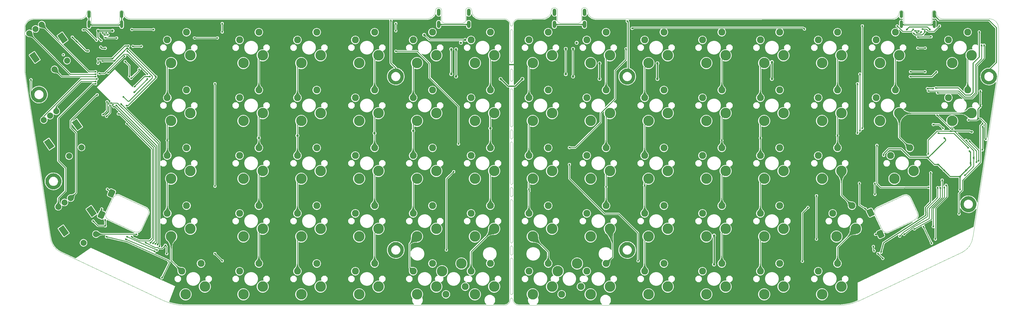
<source format=gbr>
G04 #@! TF.GenerationSoftware,KiCad,Pcbnew,(5.1.5-0-10_14)*
G04 #@! TF.CreationDate,2020-07-20T20:49:14-07:00*
G04 #@! TF.ProjectId,basis_combined_PROTON,62617369-735f-4636-9f6d-62696e65645f,rev?*
G04 #@! TF.SameCoordinates,Original*
G04 #@! TF.FileFunction,Copper,L1,Top*
G04 #@! TF.FilePolarity,Positive*
%FSLAX46Y46*%
G04 Gerber Fmt 4.6, Leading zero omitted, Abs format (unit mm)*
G04 Created by KiCad (PCBNEW (5.1.5-0-10_14)) date 2020-07-20 20:49:14*
%MOMM*%
%LPD*%
G04 APERTURE LIST*
%ADD10C,0.100000*%
%ADD11C,0.120000*%
%ADD12C,2.286000*%
%ADD13C,3.470000*%
%ADD14O,1.100000X2.400000*%
%ADD15O,1.000000X2.550000*%
%ADD16O,1.200000X2.400000*%
%ADD17C,0.750000*%
%ADD18C,2.000000*%
%ADD19C,0.600000*%
%ADD20C,0.800000*%
%ADD21C,0.250000*%
%ADD22C,0.254000*%
%ADD23C,0.375000*%
%ADD24C,0.381000*%
%ADD25C,0.127000*%
%ADD26C,0.025400*%
G04 APERTURE END LIST*
D10*
X-123824375Y-116507500D02*
G75*
G02X-120824375Y-113507500I3000000J0D01*
G01*
X193855625Y-113507500D02*
G75*
G02X196855625Y-116507500I0J-3000000D01*
G01*
X144055625Y-207957499D02*
G75*
G03X150814190Y-206469023I28566J15958475D01*
G01*
X-71044375Y-207957499D02*
G75*
G02X-77802940Y-206469023I-28566J15958475D01*
G01*
X-123824375Y-130787500D02*
G75*
G03X-123788921Y-131207500I2505453J-1D01*
G01*
X196845625Y-130807500D02*
G75*
G02X196810171Y-131227500I-2505453J-1D01*
G01*
X184953082Y-190431995D02*
G75*
G03X188415624Y-185387499I-2817457J5644495D01*
G01*
X-111934375Y-190427500D02*
G75*
G02X-115396917Y-185383004I2817457J5644495D01*
G01*
X-89079308Y-113534373D02*
G75*
G02X-91119308Y-111494373I0J2040000D01*
G01*
X-103332251Y-111461252D02*
G75*
G02X-105372251Y-113501252I-2040000J0D01*
G01*
X-92559375Y-111484375D02*
G75*
G02X-91119308Y-111494373I720068J1D01*
G01*
X-103332251Y-111461252D02*
G75*
G02X-101909375Y-111484375I711626J1D01*
G01*
X178415624Y-113537498D02*
G75*
G02X176375624Y-111497498I0J2040000D01*
G01*
X164144306Y-111474377D02*
G75*
G02X162104306Y-113514377I-2040000J0D01*
G01*
X174935557Y-111487500D02*
G75*
G02X176375624Y-111497498I720068J1D01*
G01*
X164144306Y-111474377D02*
G75*
G02X165584375Y-111484375I720069J1D01*
G01*
X64215625Y-113537500D02*
G75*
G02X61515625Y-110837500I0J2700000D01*
G01*
X49623602Y-110727275D02*
G75*
G02X46823602Y-113527275I-2800000J0D01*
G01*
X59516865Y-110787718D02*
G75*
G02X61515625Y-110837500I998760J-49782D01*
G01*
X49623602Y-110727275D02*
G75*
G02X51612500Y-110787500I992023J-110225D01*
G01*
X26115625Y-113537500D02*
G75*
G02X23415625Y-110837500I0J2700000D01*
G01*
X11515625Y-110837500D02*
G75*
G02X8815625Y-113537500I-2700000J0D01*
G01*
X11517497Y-110837500D02*
G75*
G02X13512500Y-110787500I998128J0D01*
G01*
X21416865Y-110787718D02*
G75*
G02X23415625Y-110837500I998760J-49782D01*
G01*
X36915625Y-115537500D02*
G75*
G02X38915625Y-113537500I2000000J0D01*
G01*
X34115625Y-113537500D02*
G75*
G02X36115625Y-115537500I0J-2000000D01*
G01*
X38915625Y-207937500D02*
G75*
G02X36915625Y-205937500I0J2000000D01*
G01*
X36115625Y-205937500D02*
G75*
G02X34115625Y-207937500I-2000000J0D01*
G01*
X36115625Y-205937500D02*
G75*
G02X36915625Y-205937500I400000J0D01*
G01*
X36915625Y-115537500D02*
G75*
G02X36115625Y-115537500I-400000J0D01*
G01*
X150814190Y-206469023D02*
X184953082Y-190431995D01*
X8815625Y-113537500D02*
X-89079308Y-113534373D01*
X-105372251Y-113501252D02*
X-118268750Y-113506250D01*
X36900000Y-204000000D02*
G75*
G02X36100000Y-204000000I-400000J0D01*
G01*
X36100000Y-192750000D02*
G75*
G02X36900000Y-192750000I400000J0D01*
G01*
X36900000Y-191000000D02*
G75*
G02X36100000Y-191000000I-400000J0D01*
G01*
X36100000Y-188750000D02*
G75*
G02X36900000Y-188750000I400000J0D01*
G01*
X36900000Y-187000000D02*
G75*
G02X36100000Y-187000000I-400000J0D01*
G01*
X36100000Y-173500000D02*
G75*
G02X36900000Y-173500000I400000J0D01*
G01*
X36900000Y-171750000D02*
G75*
G02X36100000Y-171750000I-400000J0D01*
G01*
X36100000Y-169500000D02*
G75*
G02X36900000Y-169500000I400000J0D01*
G01*
X36900000Y-167750000D02*
G75*
G02X36100000Y-167750000I-400000J0D01*
G01*
X36100000Y-154500000D02*
G75*
G02X36900000Y-154500000I400000J0D01*
G01*
X36900000Y-152750000D02*
G75*
G02X36100000Y-152750000I-400000J0D01*
G01*
X36100000Y-150500000D02*
G75*
G02X36900000Y-150500000I400000J0D01*
G01*
X36900000Y-148750000D02*
G75*
G02X36100000Y-148750000I-400000J0D01*
G01*
X36100000Y-137000000D02*
G75*
G02X36900000Y-137000000I400000J0D01*
G01*
X36900000Y-133750000D02*
G75*
G02X36100000Y-133750000I-400000J0D01*
G01*
X36100000Y-130500000D02*
G75*
G02X36900000Y-130500000I400000J0D01*
G01*
X36900000Y-127500000D02*
G75*
G02X36100000Y-127500000I-400000J0D01*
G01*
X36100000Y-117500000D02*
G75*
G02X36900000Y-117500000I400000J0D01*
G01*
X36100000Y-133750000D02*
X36100000Y-130500000D01*
X36900000Y-130500000D02*
X36900000Y-133750000D01*
X36100000Y-152750000D02*
X36100000Y-150500000D01*
X36900000Y-150500000D02*
X36900000Y-152750000D01*
X36100000Y-171750000D02*
X36100000Y-169500000D01*
X36900000Y-169500000D02*
X36900000Y-171750000D01*
X36100000Y-191000000D02*
X36100000Y-188750000D01*
X36900000Y-188750000D02*
X36900000Y-191000000D01*
X36900000Y-192750000D02*
X36900000Y-204000000D01*
X36100000Y-204000000D02*
X36100000Y-192750000D01*
X36100000Y-187000000D02*
X36100000Y-173500000D01*
X36900000Y-173500000D02*
X36900000Y-187000000D01*
X36900000Y-167750000D02*
X36900000Y-154500000D01*
X36100000Y-154500000D02*
X36100000Y-167750000D01*
X36100000Y-148750000D02*
X36100000Y-137000000D01*
X36900000Y-137000000D02*
X36900000Y-148750000D01*
X36900000Y-127500000D02*
X36900000Y-117500000D01*
X36100000Y-117500000D02*
X36100000Y-127500000D01*
X26115625Y-113537500D02*
X33337500Y-113537500D01*
X64215625Y-113537500D02*
X162104306Y-113514377D01*
X46823602Y-113527275D02*
X39687500Y-113537500D01*
X178415624Y-113537498D02*
X193855625Y-113507500D01*
X39687500Y-113537500D02*
X38915625Y-113537500D01*
X196855625Y-116507500D02*
X196845625Y-130807500D01*
X196810171Y-131227500D02*
X188415624Y-185387499D01*
X38915625Y-207937500D02*
X144055625Y-207957500D01*
X-77802940Y-206469023D02*
X-111934375Y-190427500D01*
X34115625Y-207937500D02*
X-71044375Y-207957500D01*
X-123788921Y-131207500D02*
X-115396917Y-185383004D01*
X-123824375Y-116507500D02*
X-123824375Y-130787500D01*
X33337500Y-113537500D02*
X34115625Y-113537500D01*
X-118268750Y-113506250D02*
X-120824375Y-113507500D01*
D11*
X169257367Y-179765550D02*
X160738073Y-183738161D01*
X167797500Y-172612313D02*
X170079639Y-177506375D01*
X157019033Y-175762653D02*
X165538326Y-171790041D01*
X158478899Y-182915889D02*
X156196761Y-178021827D01*
X160738073Y-183738161D02*
G75*
G02X158478899Y-182915889I-718451J1540723D01*
G01*
X170079639Y-177506376D02*
G75*
G02X169257367Y-179765550I-1540723J-718451D01*
G01*
X165538326Y-171790041D02*
G75*
G02X167797500Y-172612313I718451J-1540723D01*
G01*
X156196761Y-178021827D02*
G75*
G02X157019033Y-175762653I1540723J718451D01*
G01*
X-87642181Y-183697401D02*
X-96161474Y-179724789D01*
X-83100868Y-177981067D02*
X-85383007Y-182875129D01*
X-92442433Y-171749281D02*
X-83923140Y-175721892D01*
X-96983746Y-177465615D02*
X-94701608Y-172571553D01*
X-96161474Y-179724789D02*
G75*
G02X-96983746Y-177465615I718451J1540723D01*
G01*
X-85383007Y-182875129D02*
G75*
G02X-87642181Y-183697401I-1540723J718451D01*
G01*
X-83923140Y-175721893D02*
G75*
G02X-83100868Y-177981067I-718451J-1540723D01*
G01*
X-94701607Y-172571553D02*
G75*
G02X-92442433Y-171749281I1540723J-718451D01*
G01*
D10*
X-101909375Y-114709375D02*
X-101909375Y-111484375D01*
X-93059375Y-115209375D02*
X-101409375Y-115209375D01*
X-92559375Y-111484375D02*
X-92559375Y-114709375D01*
X-101909375Y-114709375D02*
G75*
G03X-101409375Y-115209375I500000J0D01*
G01*
X-93059375Y-115209375D02*
G75*
G03X-92559375Y-114709375I0J500000D01*
G01*
X165584375Y-114709375D02*
X165584375Y-111484375D01*
X174434375Y-115209375D02*
X166084375Y-115209375D01*
X174934375Y-111484375D02*
X174934375Y-114709375D01*
X165584375Y-114709375D02*
G75*
G03X166084375Y-115209375I500000J0D01*
G01*
X174434375Y-115209375D02*
G75*
G03X174934375Y-114709375I0J500000D01*
G01*
X51612500Y-110787500D02*
X51612500Y-114117500D01*
X52412500Y-114917500D02*
X58712500Y-114917500D01*
X59512500Y-114117500D02*
X59512500Y-110787500D01*
X58712500Y-114917500D02*
G75*
G03X59512500Y-114117500I0J800000D01*
G01*
X51612500Y-114117500D02*
G75*
G03X52412500Y-114917500I800000J0D01*
G01*
X13512500Y-110787500D02*
X13512500Y-114117500D01*
X14312500Y-114917500D02*
X20612500Y-114917500D01*
X21412500Y-114117500D02*
X21412500Y-110787500D01*
X20612500Y-114917500D02*
G75*
G03X21412500Y-114117500I0J800000D01*
G01*
X13512500Y-114117500D02*
G75*
G03X14312500Y-114917500I800000J0D01*
G01*
G04 #@! TA.AperFunction,SMDPad,CuDef*
G36*
X158152549Y-183078043D02*
G01*
X158201354Y-183083118D01*
X158249426Y-183092953D01*
X158296302Y-183107453D01*
X158341532Y-183126477D01*
X158384679Y-183149843D01*
X158425328Y-183177326D01*
X158463087Y-183208660D01*
X158497594Y-183243545D01*
X158528514Y-183281644D01*
X158555552Y-183322591D01*
X158578446Y-183365990D01*
X159212374Y-184725452D01*
X159230904Y-184770886D01*
X159244891Y-184817918D01*
X159254201Y-184866094D01*
X159258744Y-184914951D01*
X159258476Y-184964018D01*
X159253401Y-185012823D01*
X159243566Y-185060894D01*
X159229066Y-185107771D01*
X159210042Y-185153000D01*
X159186676Y-185196148D01*
X159159193Y-185236797D01*
X159127859Y-185274556D01*
X159092974Y-185309062D01*
X159054875Y-185339983D01*
X159013929Y-185367021D01*
X158970529Y-185389915D01*
X158064221Y-185812533D01*
X158018787Y-185831063D01*
X157971755Y-185845050D01*
X157923578Y-185854360D01*
X157874722Y-185858903D01*
X157825655Y-185858635D01*
X157776850Y-185853560D01*
X157728778Y-185843725D01*
X157681902Y-185829225D01*
X157636672Y-185810201D01*
X157593525Y-185786835D01*
X157552876Y-185759352D01*
X157515117Y-185728018D01*
X157480610Y-185693133D01*
X157449690Y-185655034D01*
X157422652Y-185614087D01*
X157399758Y-185570688D01*
X156765830Y-184211226D01*
X156747300Y-184165792D01*
X156733313Y-184118760D01*
X156724003Y-184070584D01*
X156719460Y-184021727D01*
X156719728Y-183972660D01*
X156724803Y-183923855D01*
X156734638Y-183875784D01*
X156749138Y-183828907D01*
X156768162Y-183783678D01*
X156791528Y-183740530D01*
X156819011Y-183699881D01*
X156850345Y-183662122D01*
X156885230Y-183627616D01*
X156923329Y-183596695D01*
X156964275Y-183569657D01*
X157007675Y-183546763D01*
X157913983Y-183124145D01*
X157959417Y-183105615D01*
X158006449Y-183091628D01*
X158054626Y-183082318D01*
X158103482Y-183077775D01*
X158152549Y-183078043D01*
G37*
G04 #@! TD.AperFunction*
G04 #@! TA.AperFunction,SMDPad,CuDef*
G36*
X154856127Y-176008842D02*
G01*
X154904932Y-176013917D01*
X154953004Y-176023752D01*
X154999880Y-176038252D01*
X155045110Y-176057276D01*
X155088257Y-176080642D01*
X155128906Y-176108125D01*
X155166665Y-176139459D01*
X155201172Y-176174344D01*
X155232092Y-176212443D01*
X155259130Y-176253390D01*
X155282024Y-176296789D01*
X155915952Y-177656251D01*
X155934482Y-177701685D01*
X155948469Y-177748717D01*
X155957779Y-177796893D01*
X155962322Y-177845750D01*
X155962054Y-177894817D01*
X155956979Y-177943622D01*
X155947144Y-177991693D01*
X155932644Y-178038570D01*
X155913620Y-178083799D01*
X155890254Y-178126947D01*
X155862771Y-178167596D01*
X155831437Y-178205355D01*
X155796552Y-178239861D01*
X155758453Y-178270782D01*
X155717507Y-178297820D01*
X155674107Y-178320714D01*
X154767799Y-178743332D01*
X154722365Y-178761862D01*
X154675333Y-178775849D01*
X154627156Y-178785159D01*
X154578300Y-178789702D01*
X154529233Y-178789434D01*
X154480428Y-178784359D01*
X154432356Y-178774524D01*
X154385480Y-178760024D01*
X154340250Y-178741000D01*
X154297103Y-178717634D01*
X154256454Y-178690151D01*
X154218695Y-178658817D01*
X154184188Y-178623932D01*
X154153268Y-178585833D01*
X154126230Y-178544886D01*
X154103336Y-178501487D01*
X153469408Y-177142025D01*
X153450878Y-177096591D01*
X153436891Y-177049559D01*
X153427581Y-177001383D01*
X153423038Y-176952526D01*
X153423306Y-176903459D01*
X153428381Y-176854654D01*
X153438216Y-176806583D01*
X153452716Y-176759706D01*
X153471740Y-176714477D01*
X153495106Y-176671329D01*
X153522589Y-176630680D01*
X153553923Y-176592921D01*
X153588808Y-176558415D01*
X153626907Y-176527494D01*
X153667853Y-176500456D01*
X153711253Y-176477562D01*
X154617561Y-176054944D01*
X154662995Y-176036414D01*
X154710027Y-176022427D01*
X154758204Y-176013117D01*
X154807060Y-176008574D01*
X154856127Y-176008842D01*
G37*
G04 #@! TD.AperFunction*
G04 #@! TA.AperFunction,SMDPad,CuDef*
G36*
X-98553350Y-176702283D02*
G01*
X-98505174Y-176711593D01*
X-98458142Y-176725580D01*
X-98412708Y-176744110D01*
X-97506400Y-177166728D01*
X-97463001Y-177189622D01*
X-97422054Y-177216660D01*
X-97383955Y-177247580D01*
X-97349070Y-177282087D01*
X-97317736Y-177319846D01*
X-97290253Y-177360495D01*
X-97266887Y-177403642D01*
X-97247863Y-177448872D01*
X-97233363Y-177495748D01*
X-97223528Y-177543820D01*
X-97218453Y-177592625D01*
X-97218185Y-177641692D01*
X-97222728Y-177690548D01*
X-97232038Y-177738725D01*
X-97246025Y-177785757D01*
X-97264555Y-177831191D01*
X-97898483Y-179190653D01*
X-97921377Y-179234053D01*
X-97948415Y-179274999D01*
X-97979336Y-179313098D01*
X-98013842Y-179347983D01*
X-98051601Y-179379317D01*
X-98092250Y-179406800D01*
X-98135398Y-179430166D01*
X-98180627Y-179449190D01*
X-98227504Y-179463690D01*
X-98275575Y-179473525D01*
X-98324380Y-179478600D01*
X-98373447Y-179478868D01*
X-98422304Y-179474325D01*
X-98470480Y-179465015D01*
X-98517512Y-179451028D01*
X-98562946Y-179432498D01*
X-99469254Y-179009880D01*
X-99512653Y-178986986D01*
X-99553600Y-178959948D01*
X-99591699Y-178929028D01*
X-99626584Y-178894521D01*
X-99657918Y-178856762D01*
X-99685401Y-178816113D01*
X-99708767Y-178772966D01*
X-99727791Y-178727736D01*
X-99742291Y-178680860D01*
X-99752126Y-178632788D01*
X-99757201Y-178583983D01*
X-99757469Y-178534916D01*
X-99752926Y-178486060D01*
X-99743616Y-178437883D01*
X-99729629Y-178390851D01*
X-99711099Y-178345417D01*
X-99077171Y-176985955D01*
X-99054277Y-176942555D01*
X-99027239Y-176901609D01*
X-98996318Y-176863510D01*
X-98961812Y-176828625D01*
X-98924053Y-176797291D01*
X-98883404Y-176769808D01*
X-98840256Y-176746442D01*
X-98795027Y-176727418D01*
X-98748150Y-176712918D01*
X-98700079Y-176703083D01*
X-98651274Y-176698008D01*
X-98602207Y-176697740D01*
X-98553350Y-176702283D01*
G37*
G04 #@! TD.AperFunction*
G04 #@! TA.AperFunction,SMDPad,CuDef*
G36*
X-95256927Y-169633083D02*
G01*
X-95208751Y-169642393D01*
X-95161719Y-169656380D01*
X-95116285Y-169674910D01*
X-94209977Y-170097528D01*
X-94166578Y-170120422D01*
X-94125631Y-170147460D01*
X-94087532Y-170178380D01*
X-94052647Y-170212887D01*
X-94021313Y-170250646D01*
X-93993830Y-170291295D01*
X-93970464Y-170334442D01*
X-93951440Y-170379672D01*
X-93936940Y-170426548D01*
X-93927105Y-170474620D01*
X-93922030Y-170523425D01*
X-93921762Y-170572492D01*
X-93926305Y-170621348D01*
X-93935615Y-170669525D01*
X-93949602Y-170716557D01*
X-93968132Y-170761991D01*
X-94602060Y-172121453D01*
X-94624954Y-172164853D01*
X-94651992Y-172205799D01*
X-94682913Y-172243898D01*
X-94717419Y-172278783D01*
X-94755178Y-172310117D01*
X-94795827Y-172337600D01*
X-94838975Y-172360966D01*
X-94884204Y-172379990D01*
X-94931081Y-172394490D01*
X-94979152Y-172404325D01*
X-95027957Y-172409400D01*
X-95077024Y-172409668D01*
X-95125881Y-172405125D01*
X-95174057Y-172395815D01*
X-95221089Y-172381828D01*
X-95266523Y-172363298D01*
X-96172831Y-171940680D01*
X-96216230Y-171917786D01*
X-96257177Y-171890748D01*
X-96295276Y-171859828D01*
X-96330161Y-171825321D01*
X-96361495Y-171787562D01*
X-96388978Y-171746913D01*
X-96412344Y-171703766D01*
X-96431368Y-171658536D01*
X-96445868Y-171611660D01*
X-96455703Y-171563588D01*
X-96460778Y-171514783D01*
X-96461046Y-171465716D01*
X-96456503Y-171416860D01*
X-96447193Y-171368683D01*
X-96433206Y-171321651D01*
X-96414676Y-171276217D01*
X-95780748Y-169916755D01*
X-95757854Y-169873355D01*
X-95730816Y-169832409D01*
X-95699895Y-169794310D01*
X-95665389Y-169759425D01*
X-95627630Y-169728091D01*
X-95586981Y-169700608D01*
X-95543833Y-169677242D01*
X-95498604Y-169658218D01*
X-95451727Y-169643718D01*
X-95403656Y-169633883D01*
X-95354851Y-169628808D01*
X-95305784Y-169628540D01*
X-95256927Y-169633083D01*
G37*
G04 #@! TD.AperFunction*
D12*
X-76835000Y-177641250D03*
X-70485000Y-175101250D03*
D13*
X-69215000Y-182721250D03*
X-75565000Y-185261250D03*
D12*
X59372500Y-201771250D03*
X53022500Y-204311250D03*
D13*
X51752500Y-196691250D03*
X58102500Y-194151250D03*
D12*
X-14922500Y-120491250D03*
X-8572500Y-117951250D03*
D13*
X-7302500Y-125571250D03*
X-13652500Y-128111250D03*
D12*
X161290000Y-158591250D03*
X167640000Y-156051250D03*
D13*
X168910000Y-163671250D03*
X162560000Y-166211250D03*
D12*
X180340000Y-139541250D03*
X186690000Y-137001250D03*
D13*
X187960000Y-144621250D03*
X181610000Y-147161250D03*
D12*
X180340000Y-120491250D03*
X186690000Y-117951250D03*
D13*
X187960000Y-125571250D03*
X181610000Y-128111250D03*
D12*
X142240000Y-177641250D03*
X148590000Y-175101250D03*
D13*
X149860000Y-182721250D03*
X143510000Y-185261250D03*
D12*
X118427500Y-120491250D03*
X124777500Y-117951250D03*
D13*
X126047500Y-125571250D03*
X119697500Y-128111250D03*
D12*
X99377500Y-177641250D03*
X105727500Y-175101250D03*
D13*
X106997500Y-182721250D03*
X100647500Y-185261250D03*
D12*
X80327500Y-177641250D03*
X86677500Y-175101250D03*
D13*
X87947500Y-182721250D03*
X81597500Y-185261250D03*
D12*
X42227500Y-120491250D03*
X48577500Y-117951250D03*
D13*
X49847500Y-125571250D03*
X43497500Y-128111250D03*
D12*
X61277500Y-120491250D03*
X67627500Y-117951250D03*
D13*
X68897500Y-125571250D03*
X62547500Y-128111250D03*
D12*
X80327500Y-120491250D03*
X86677500Y-117951250D03*
D13*
X87947500Y-125571250D03*
X81597500Y-128111250D03*
D12*
X99377500Y-120491250D03*
X105727500Y-117951250D03*
D13*
X106997500Y-125571250D03*
X100647500Y-128111250D03*
D12*
X137477500Y-158591250D03*
X143827500Y-156051250D03*
D13*
X145097500Y-163671250D03*
X138747500Y-166211250D03*
D12*
X118427500Y-177641250D03*
X124777500Y-175101250D03*
D13*
X126047500Y-182721250D03*
X119697500Y-185261250D03*
D12*
X118427500Y-158591250D03*
X124777500Y-156051250D03*
D13*
X126047500Y-163671250D03*
X119697500Y-166211250D03*
D12*
X156527500Y-139541250D03*
X162877500Y-137001250D03*
D13*
X164147500Y-144621250D03*
X157797500Y-147161250D03*
D12*
X137477500Y-120491250D03*
X143827500Y-117951250D03*
D13*
X145097500Y-125571250D03*
X138747500Y-128111250D03*
D12*
X156527500Y-120491250D03*
X162877500Y-117951250D03*
D13*
X164147500Y-125571250D03*
X157797500Y-128111250D03*
D12*
X99377500Y-196691250D03*
X105727500Y-194151250D03*
D13*
X106997500Y-201771250D03*
X100647500Y-204311250D03*
D12*
X42227500Y-158591250D03*
X48577500Y-156051250D03*
D13*
X49847500Y-163671250D03*
X43497500Y-166211250D03*
D12*
X80327500Y-139541250D03*
X86677500Y-137001250D03*
D13*
X87947500Y-144621250D03*
X81597500Y-147161250D03*
D12*
X61277500Y-158591250D03*
X67627500Y-156051250D03*
D13*
X68897500Y-163671250D03*
X62547500Y-166211250D03*
D12*
X80327500Y-158591250D03*
X86677500Y-156051250D03*
D13*
X87947500Y-163671250D03*
X81597500Y-166211250D03*
D12*
X99377500Y-158591250D03*
X105727500Y-156051250D03*
D13*
X106997500Y-163671250D03*
X100647500Y-166211250D03*
D12*
X80327500Y-196691250D03*
X86677500Y-194151250D03*
D13*
X87947500Y-201771250D03*
X81597500Y-204311250D03*
D12*
X61277500Y-177641250D03*
X67627500Y-175101250D03*
D13*
X68897500Y-182721250D03*
X62547500Y-185261250D03*
D12*
X42227500Y-177641250D03*
X48577500Y-175101250D03*
D13*
X49847500Y-182721250D03*
X43497500Y-185261250D03*
D12*
X99377500Y-139541250D03*
X105727500Y-137001250D03*
D13*
X106997500Y-144621250D03*
X100647500Y-147161250D03*
D12*
X118427500Y-139541250D03*
X124777500Y-137001250D03*
D13*
X126047500Y-144621250D03*
X119697500Y-147161250D03*
D12*
X137477500Y-196691250D03*
X143827500Y-194151250D03*
D13*
X145097500Y-201771250D03*
X138747500Y-204311250D03*
D12*
X42227500Y-196691250D03*
X48577500Y-194151250D03*
D13*
X49847500Y-201771250D03*
X43497500Y-204311250D03*
D12*
X61277500Y-196691250D03*
X67627500Y-194151250D03*
D13*
X68897500Y-201771250D03*
X62547500Y-204311250D03*
D12*
X61277500Y-139541250D03*
X67627500Y-137001250D03*
D13*
X68897500Y-144621250D03*
X62547500Y-147161250D03*
D12*
X118427500Y-196691250D03*
X124777500Y-194151250D03*
D13*
X126047500Y-201771250D03*
X119697500Y-204311250D03*
D12*
X42227500Y-139541250D03*
X48577500Y-137001250D03*
D13*
X49847500Y-144621250D03*
X43497500Y-147161250D03*
D12*
X23177500Y-177641250D03*
X29527500Y-175101250D03*
D13*
X30797500Y-182721250D03*
X24447500Y-185261250D03*
D12*
X23177500Y-120491250D03*
X29527500Y-117951250D03*
D13*
X30797500Y-125571250D03*
X24447500Y-128111250D03*
D12*
X-76835000Y-139541250D03*
X-70485000Y-137001250D03*
D13*
X-69215000Y-144621250D03*
X-75565000Y-147161250D03*
D12*
X-76835000Y-120491250D03*
X-70485000Y-117951250D03*
D13*
X-69215000Y-125571250D03*
X-75565000Y-128111250D03*
D12*
X-53022500Y-177641250D03*
X-46672500Y-175101250D03*
D13*
X-45402500Y-182721250D03*
X-51752500Y-185261250D03*
D12*
X-33972500Y-177641250D03*
X-27622500Y-175101250D03*
D13*
X-26352500Y-182721250D03*
X-32702500Y-185261250D03*
D12*
X-33972500Y-139541250D03*
X-27622500Y-137001250D03*
D13*
X-26352500Y-144621250D03*
X-32702500Y-147161250D03*
D12*
X4127500Y-177641250D03*
X10477500Y-175101250D03*
D13*
X11747500Y-182721250D03*
X5397500Y-185261250D03*
D12*
X23177500Y-139541250D03*
X29527500Y-137001250D03*
D13*
X30797500Y-144621250D03*
X24447500Y-147161250D03*
D12*
X21272500Y-201771250D03*
X14922500Y-204311250D03*
D13*
X13652500Y-196691250D03*
X20002500Y-194151250D03*
D12*
X23177500Y-196691250D03*
X29527500Y-194151250D03*
D13*
X30797500Y-201771250D03*
X24447500Y-204311250D03*
D12*
X4127500Y-196691250D03*
X10477500Y-194151250D03*
D13*
X11747500Y-201771250D03*
X5397500Y-204311250D03*
D12*
X-33972500Y-158591250D03*
X-27622500Y-156051250D03*
D13*
X-26352500Y-163671250D03*
X-32702500Y-166211250D03*
D12*
X4127500Y-139541250D03*
X10477500Y-137001250D03*
D13*
X11747500Y-144621250D03*
X5397500Y-147161250D03*
D12*
X-53022500Y-139541250D03*
X-46672500Y-137001250D03*
D13*
X-45402500Y-144621250D03*
X-51752500Y-147161250D03*
D12*
X23177500Y-158591250D03*
X29527500Y-156051250D03*
D13*
X30797500Y-163671250D03*
X24447500Y-166211250D03*
D12*
X-72072500Y-196691250D03*
X-65722500Y-194151250D03*
D13*
X-64452500Y-201771250D03*
X-70802500Y-204311250D03*
D12*
X4127500Y-158591250D03*
X10477500Y-156051250D03*
D13*
X11747500Y-163671250D03*
X5397500Y-166211250D03*
D12*
X-14922500Y-139541250D03*
X-8572500Y-137001250D03*
D13*
X-7302500Y-144621250D03*
X-13652500Y-147161250D03*
D12*
X-14922500Y-158591250D03*
X-8572500Y-156051250D03*
D13*
X-7302500Y-163671250D03*
X-13652500Y-166211250D03*
D12*
X-53022500Y-196691250D03*
X-46672500Y-194151250D03*
D13*
X-45402500Y-201771250D03*
X-51752500Y-204311250D03*
D12*
X-14922500Y-196691250D03*
X-8572500Y-194151250D03*
D13*
X-7302500Y-201771250D03*
X-13652500Y-204311250D03*
D12*
X-14922500Y-177641250D03*
X-8572500Y-175101250D03*
D13*
X-7302500Y-182721250D03*
X-13652500Y-185261250D03*
D12*
X-53022500Y-158591250D03*
X-46672500Y-156051250D03*
D13*
X-45402500Y-163671250D03*
X-51752500Y-166211250D03*
D12*
X4127500Y-120491250D03*
X10477500Y-117951250D03*
D13*
X11747500Y-125571250D03*
X5397500Y-128111250D03*
D12*
X-33972500Y-120491250D03*
X-27622500Y-117951250D03*
D13*
X-26352500Y-125571250D03*
X-32702500Y-128111250D03*
D12*
X-33972500Y-196691250D03*
X-27622500Y-194151250D03*
D13*
X-26352500Y-201771250D03*
X-32702500Y-204311250D03*
D12*
X-53022500Y-120491250D03*
X-46672500Y-117951250D03*
D13*
X-45402500Y-125571250D03*
X-51752500Y-128111250D03*
D12*
X-76835000Y-158591250D03*
X-70485000Y-156051250D03*
D13*
X-69215000Y-163671250D03*
X-75565000Y-166211250D03*
D12*
X137477500Y-139541250D03*
X143827500Y-137001250D03*
D13*
X145097500Y-144621250D03*
X138747500Y-147161250D03*
D14*
X-102634375Y-112109375D03*
X-91834375Y-112109375D03*
D15*
X-102634375Y-115339375D03*
X-91834375Y-115339375D03*
D14*
X164859375Y-112109375D03*
X175659375Y-112109375D03*
D15*
X164859375Y-115339375D03*
X175659375Y-115339375D03*
D16*
X60512500Y-111367500D03*
X60512500Y-115367500D03*
X50612500Y-111367500D03*
X50612500Y-115367500D03*
X22412500Y-111367500D03*
X22412500Y-115367500D03*
X12512500Y-111367500D03*
X12512500Y-115367500D03*
D17*
X-114300000Y-165009375D03*
X-116375000Y-167084375D03*
X-114300000Y-169159375D03*
G04 #@! TA.AperFunction,SMDPad,CuDef*
D10*
G36*
X-113911164Y-164463057D02*
G01*
X-113656103Y-164513792D01*
X-113407242Y-164589283D01*
X-113166979Y-164688803D01*
X-112937628Y-164811394D01*
X-112721397Y-164955875D01*
X-112520369Y-165120855D01*
X-112336480Y-165304744D01*
X-112171500Y-165505772D01*
X-112027019Y-165722003D01*
X-111904428Y-165951354D01*
X-111804908Y-166191617D01*
X-111729417Y-166440478D01*
X-111678682Y-166695539D01*
X-111653192Y-166954346D01*
X-111653192Y-167214404D01*
X-111678682Y-167473211D01*
X-111729417Y-167728272D01*
X-111804908Y-167977133D01*
X-111904428Y-168217396D01*
X-112027019Y-168446747D01*
X-112171500Y-168662978D01*
X-112336480Y-168864006D01*
X-112520369Y-169047895D01*
X-112721397Y-169212875D01*
X-112937628Y-169357356D01*
X-113166979Y-169479947D01*
X-113407242Y-169579467D01*
X-113656103Y-169654958D01*
X-113911164Y-169705693D01*
X-114169971Y-169731183D01*
X-114430029Y-169731183D01*
X-114688836Y-169705693D01*
X-114943897Y-169654958D01*
X-115192758Y-169579467D01*
X-115433021Y-169479947D01*
X-115662372Y-169357356D01*
X-115878603Y-169212875D01*
X-116079631Y-169047895D01*
X-116263520Y-168864006D01*
X-116428500Y-168662978D01*
X-116572981Y-168446747D01*
X-116695572Y-168217396D01*
X-116795092Y-167977133D01*
X-116870583Y-167728272D01*
X-116921318Y-167473211D01*
X-116946808Y-167214404D01*
X-116946808Y-167010773D01*
X-115798193Y-167010773D01*
X-115798193Y-167157977D01*
X-115783765Y-167304471D01*
X-115755047Y-167448845D01*
X-115712316Y-167589710D01*
X-115655984Y-167725708D01*
X-115586593Y-167855529D01*
X-115504811Y-167977924D01*
X-115411427Y-168091713D01*
X-115307338Y-168195802D01*
X-115193549Y-168289186D01*
X-115071154Y-168370968D01*
X-114941333Y-168440359D01*
X-114805335Y-168496691D01*
X-114664470Y-168539422D01*
X-114520096Y-168568140D01*
X-114373602Y-168582568D01*
X-114226398Y-168582568D01*
X-114079904Y-168568140D01*
X-113935530Y-168539422D01*
X-113794665Y-168496691D01*
X-113658667Y-168440359D01*
X-113528846Y-168370968D01*
X-113406451Y-168289186D01*
X-113292662Y-168195802D01*
X-113188573Y-168091713D01*
X-113095189Y-167977924D01*
X-113013407Y-167855529D01*
X-112944016Y-167725708D01*
X-112887684Y-167589710D01*
X-112844953Y-167448845D01*
X-112816235Y-167304471D01*
X-112801807Y-167157977D01*
X-112801807Y-167010773D01*
X-112816235Y-166864279D01*
X-112844953Y-166719905D01*
X-112887684Y-166579040D01*
X-112944016Y-166443042D01*
X-113013407Y-166313221D01*
X-113095189Y-166190826D01*
X-113188573Y-166077037D01*
X-113292662Y-165972948D01*
X-113406451Y-165879564D01*
X-113528846Y-165797782D01*
X-113658667Y-165728391D01*
X-113794665Y-165672059D01*
X-113935530Y-165629328D01*
X-114079904Y-165600610D01*
X-114226398Y-165586182D01*
X-114373602Y-165586182D01*
X-114520096Y-165600610D01*
X-114664470Y-165629328D01*
X-114805335Y-165672059D01*
X-114941333Y-165728391D01*
X-115071154Y-165797782D01*
X-115193549Y-165879564D01*
X-115307338Y-165972948D01*
X-115411427Y-166077037D01*
X-115504811Y-166190826D01*
X-115586593Y-166313221D01*
X-115655984Y-166443042D01*
X-115712316Y-166579040D01*
X-115755047Y-166719905D01*
X-115783765Y-166864279D01*
X-115798193Y-167010773D01*
X-116946808Y-167010773D01*
X-116946808Y-166954346D01*
X-116921318Y-166695539D01*
X-116870583Y-166440478D01*
X-116795092Y-166191617D01*
X-116695572Y-165951354D01*
X-116572981Y-165722003D01*
X-116428500Y-165505772D01*
X-116263520Y-165304744D01*
X-116079631Y-165120855D01*
X-115878603Y-164955875D01*
X-115662372Y-164811394D01*
X-115433021Y-164688803D01*
X-115192758Y-164589283D01*
X-114943897Y-164513792D01*
X-114688836Y-164463057D01*
X-114430029Y-164437567D01*
X-114169971Y-164437567D01*
X-113911164Y-164463057D01*
G37*
G04 #@! TD.AperFunction*
G04 #@! TA.AperFunction,SMDPad,CuDef*
G36*
X75001336Y-129934932D02*
G01*
X75256397Y-129985667D01*
X75505258Y-130061158D01*
X75745521Y-130160678D01*
X75974872Y-130283269D01*
X76191103Y-130427750D01*
X76392131Y-130592730D01*
X76576020Y-130776619D01*
X76741000Y-130977647D01*
X76885481Y-131193878D01*
X77008072Y-131423229D01*
X77107592Y-131663492D01*
X77183083Y-131912353D01*
X77233818Y-132167414D01*
X77259308Y-132426221D01*
X77259308Y-132686279D01*
X77233818Y-132945086D01*
X77183083Y-133200147D01*
X77107592Y-133449008D01*
X77008072Y-133689271D01*
X76885481Y-133918622D01*
X76741000Y-134134853D01*
X76576020Y-134335881D01*
X76392131Y-134519770D01*
X76191103Y-134684750D01*
X75974872Y-134829231D01*
X75745521Y-134951822D01*
X75505258Y-135051342D01*
X75256397Y-135126833D01*
X75001336Y-135177568D01*
X74742529Y-135203058D01*
X74482471Y-135203058D01*
X74223664Y-135177568D01*
X73968603Y-135126833D01*
X73719742Y-135051342D01*
X73479479Y-134951822D01*
X73250128Y-134829231D01*
X73033897Y-134684750D01*
X72832869Y-134519770D01*
X72648980Y-134335881D01*
X72484000Y-134134853D01*
X72339519Y-133918622D01*
X72216928Y-133689271D01*
X72117408Y-133449008D01*
X72041917Y-133200147D01*
X71991182Y-132945086D01*
X71965692Y-132686279D01*
X71965692Y-132482648D01*
X73114307Y-132482648D01*
X73114307Y-132629852D01*
X73128735Y-132776346D01*
X73157453Y-132920720D01*
X73200184Y-133061585D01*
X73256516Y-133197583D01*
X73325907Y-133327404D01*
X73407689Y-133449799D01*
X73501073Y-133563588D01*
X73605162Y-133667677D01*
X73718951Y-133761061D01*
X73841346Y-133842843D01*
X73971167Y-133912234D01*
X74107165Y-133968566D01*
X74248030Y-134011297D01*
X74392404Y-134040015D01*
X74538898Y-134054443D01*
X74686102Y-134054443D01*
X74832596Y-134040015D01*
X74976970Y-134011297D01*
X75117835Y-133968566D01*
X75253833Y-133912234D01*
X75383654Y-133842843D01*
X75506049Y-133761061D01*
X75619838Y-133667677D01*
X75723927Y-133563588D01*
X75817311Y-133449799D01*
X75899093Y-133327404D01*
X75968484Y-133197583D01*
X76024816Y-133061585D01*
X76067547Y-132920720D01*
X76096265Y-132776346D01*
X76110693Y-132629852D01*
X76110693Y-132482648D01*
X76096265Y-132336154D01*
X76067547Y-132191780D01*
X76024816Y-132050915D01*
X75968484Y-131914917D01*
X75899093Y-131785096D01*
X75817311Y-131662701D01*
X75723927Y-131548912D01*
X75619838Y-131444823D01*
X75506049Y-131351439D01*
X75383654Y-131269657D01*
X75253833Y-131200266D01*
X75117835Y-131143934D01*
X74976970Y-131101203D01*
X74832596Y-131072485D01*
X74686102Y-131058057D01*
X74538898Y-131058057D01*
X74392404Y-131072485D01*
X74248030Y-131101203D01*
X74107165Y-131143934D01*
X73971167Y-131200266D01*
X73841346Y-131269657D01*
X73718951Y-131351439D01*
X73605162Y-131444823D01*
X73501073Y-131548912D01*
X73407689Y-131662701D01*
X73325907Y-131785096D01*
X73256516Y-131914917D01*
X73200184Y-132050915D01*
X73157453Y-132191780D01*
X73128735Y-132336154D01*
X73114307Y-132482648D01*
X71965692Y-132482648D01*
X71965692Y-132426221D01*
X71991182Y-132167414D01*
X72041917Y-131912353D01*
X72117408Y-131663492D01*
X72216928Y-131423229D01*
X72339519Y-131193878D01*
X72484000Y-130977647D01*
X72648980Y-130776619D01*
X72832869Y-130592730D01*
X73033897Y-130427750D01*
X73250128Y-130283269D01*
X73479479Y-130160678D01*
X73719742Y-130061158D01*
X73968603Y-129985667D01*
X74223664Y-129934932D01*
X74482471Y-129909442D01*
X74742529Y-129909442D01*
X75001336Y-129934932D01*
G37*
G04 #@! TD.AperFunction*
D17*
X74612500Y-134631250D03*
X72537500Y-132556250D03*
X74612500Y-130481250D03*
G04 #@! TA.AperFunction,SMDPad,CuDef*
D10*
G36*
X-1198664Y-129934932D02*
G01*
X-943603Y-129985667D01*
X-694742Y-130061158D01*
X-454479Y-130160678D01*
X-225128Y-130283269D01*
X-8897Y-130427750D01*
X192131Y-130592730D01*
X376020Y-130776619D01*
X541000Y-130977647D01*
X685481Y-131193878D01*
X808072Y-131423229D01*
X907592Y-131663492D01*
X983083Y-131912353D01*
X1033818Y-132167414D01*
X1059308Y-132426221D01*
X1059308Y-132686279D01*
X1033818Y-132945086D01*
X983083Y-133200147D01*
X907592Y-133449008D01*
X808072Y-133689271D01*
X685481Y-133918622D01*
X541000Y-134134853D01*
X376020Y-134335881D01*
X192131Y-134519770D01*
X-8897Y-134684750D01*
X-225128Y-134829231D01*
X-454479Y-134951822D01*
X-694742Y-135051342D01*
X-943603Y-135126833D01*
X-1198664Y-135177568D01*
X-1457471Y-135203058D01*
X-1717529Y-135203058D01*
X-1976336Y-135177568D01*
X-2231397Y-135126833D01*
X-2480258Y-135051342D01*
X-2720521Y-134951822D01*
X-2949872Y-134829231D01*
X-3166103Y-134684750D01*
X-3367131Y-134519770D01*
X-3551020Y-134335881D01*
X-3716000Y-134134853D01*
X-3860481Y-133918622D01*
X-3983072Y-133689271D01*
X-4082592Y-133449008D01*
X-4158083Y-133200147D01*
X-4208818Y-132945086D01*
X-4234308Y-132686279D01*
X-4234308Y-132482648D01*
X-3085693Y-132482648D01*
X-3085693Y-132629852D01*
X-3071265Y-132776346D01*
X-3042547Y-132920720D01*
X-2999816Y-133061585D01*
X-2943484Y-133197583D01*
X-2874093Y-133327404D01*
X-2792311Y-133449799D01*
X-2698927Y-133563588D01*
X-2594838Y-133667677D01*
X-2481049Y-133761061D01*
X-2358654Y-133842843D01*
X-2228833Y-133912234D01*
X-2092835Y-133968566D01*
X-1951970Y-134011297D01*
X-1807596Y-134040015D01*
X-1661102Y-134054443D01*
X-1513898Y-134054443D01*
X-1367404Y-134040015D01*
X-1223030Y-134011297D01*
X-1082165Y-133968566D01*
X-946167Y-133912234D01*
X-816346Y-133842843D01*
X-693951Y-133761061D01*
X-580162Y-133667677D01*
X-476073Y-133563588D01*
X-382689Y-133449799D01*
X-300907Y-133327404D01*
X-231516Y-133197583D01*
X-175184Y-133061585D01*
X-132453Y-132920720D01*
X-103735Y-132776346D01*
X-89307Y-132629852D01*
X-89307Y-132482648D01*
X-103735Y-132336154D01*
X-132453Y-132191780D01*
X-175184Y-132050915D01*
X-231516Y-131914917D01*
X-300907Y-131785096D01*
X-382689Y-131662701D01*
X-476073Y-131548912D01*
X-580162Y-131444823D01*
X-693951Y-131351439D01*
X-816346Y-131269657D01*
X-946167Y-131200266D01*
X-1082165Y-131143934D01*
X-1223030Y-131101203D01*
X-1367404Y-131072485D01*
X-1513898Y-131058057D01*
X-1661102Y-131058057D01*
X-1807596Y-131072485D01*
X-1951970Y-131101203D01*
X-2092835Y-131143934D01*
X-2228833Y-131200266D01*
X-2358654Y-131269657D01*
X-2481049Y-131351439D01*
X-2594838Y-131444823D01*
X-2698927Y-131548912D01*
X-2792311Y-131662701D01*
X-2874093Y-131785096D01*
X-2943484Y-131914917D01*
X-2999816Y-132050915D01*
X-3042547Y-132191780D01*
X-3071265Y-132336154D01*
X-3085693Y-132482648D01*
X-4234308Y-132482648D01*
X-4234308Y-132426221D01*
X-4208818Y-132167414D01*
X-4158083Y-131912353D01*
X-4082592Y-131663492D01*
X-3983072Y-131423229D01*
X-3860481Y-131193878D01*
X-3716000Y-130977647D01*
X-3551020Y-130776619D01*
X-3367131Y-130592730D01*
X-3166103Y-130427750D01*
X-2949872Y-130283269D01*
X-2720521Y-130160678D01*
X-2480258Y-130061158D01*
X-2231397Y-129985667D01*
X-1976336Y-129934932D01*
X-1717529Y-129909442D01*
X-1457471Y-129909442D01*
X-1198664Y-129934932D01*
G37*
G04 #@! TD.AperFunction*
D17*
X-1587500Y-134631250D03*
X-3662500Y-132556250D03*
X-1587500Y-130481250D03*
X-119062500Y-136434375D03*
X-121137500Y-138509375D03*
X-119062500Y-140584375D03*
G04 #@! TA.AperFunction,SMDPad,CuDef*
D10*
G36*
X-118673664Y-135888057D02*
G01*
X-118418603Y-135938792D01*
X-118169742Y-136014283D01*
X-117929479Y-136113803D01*
X-117700128Y-136236394D01*
X-117483897Y-136380875D01*
X-117282869Y-136545855D01*
X-117098980Y-136729744D01*
X-116934000Y-136930772D01*
X-116789519Y-137147003D01*
X-116666928Y-137376354D01*
X-116567408Y-137616617D01*
X-116491917Y-137865478D01*
X-116441182Y-138120539D01*
X-116415692Y-138379346D01*
X-116415692Y-138639404D01*
X-116441182Y-138898211D01*
X-116491917Y-139153272D01*
X-116567408Y-139402133D01*
X-116666928Y-139642396D01*
X-116789519Y-139871747D01*
X-116934000Y-140087978D01*
X-117098980Y-140289006D01*
X-117282869Y-140472895D01*
X-117483897Y-140637875D01*
X-117700128Y-140782356D01*
X-117929479Y-140904947D01*
X-118169742Y-141004467D01*
X-118418603Y-141079958D01*
X-118673664Y-141130693D01*
X-118932471Y-141156183D01*
X-119192529Y-141156183D01*
X-119451336Y-141130693D01*
X-119706397Y-141079958D01*
X-119955258Y-141004467D01*
X-120195521Y-140904947D01*
X-120424872Y-140782356D01*
X-120641103Y-140637875D01*
X-120842131Y-140472895D01*
X-121026020Y-140289006D01*
X-121191000Y-140087978D01*
X-121335481Y-139871747D01*
X-121458072Y-139642396D01*
X-121557592Y-139402133D01*
X-121633083Y-139153272D01*
X-121683818Y-138898211D01*
X-121709308Y-138639404D01*
X-121709308Y-138435773D01*
X-120560693Y-138435773D01*
X-120560693Y-138582977D01*
X-120546265Y-138729471D01*
X-120517547Y-138873845D01*
X-120474816Y-139014710D01*
X-120418484Y-139150708D01*
X-120349093Y-139280529D01*
X-120267311Y-139402924D01*
X-120173927Y-139516713D01*
X-120069838Y-139620802D01*
X-119956049Y-139714186D01*
X-119833654Y-139795968D01*
X-119703833Y-139865359D01*
X-119567835Y-139921691D01*
X-119426970Y-139964422D01*
X-119282596Y-139993140D01*
X-119136102Y-140007568D01*
X-118988898Y-140007568D01*
X-118842404Y-139993140D01*
X-118698030Y-139964422D01*
X-118557165Y-139921691D01*
X-118421167Y-139865359D01*
X-118291346Y-139795968D01*
X-118168951Y-139714186D01*
X-118055162Y-139620802D01*
X-117951073Y-139516713D01*
X-117857689Y-139402924D01*
X-117775907Y-139280529D01*
X-117706516Y-139150708D01*
X-117650184Y-139014710D01*
X-117607453Y-138873845D01*
X-117578735Y-138729471D01*
X-117564307Y-138582977D01*
X-117564307Y-138435773D01*
X-117578735Y-138289279D01*
X-117607453Y-138144905D01*
X-117650184Y-138004040D01*
X-117706516Y-137868042D01*
X-117775907Y-137738221D01*
X-117857689Y-137615826D01*
X-117951073Y-137502037D01*
X-118055162Y-137397948D01*
X-118168951Y-137304564D01*
X-118291346Y-137222782D01*
X-118421167Y-137153391D01*
X-118557165Y-137097059D01*
X-118698030Y-137054328D01*
X-118842404Y-137025610D01*
X-118988898Y-137011182D01*
X-119136102Y-137011182D01*
X-119282596Y-137025610D01*
X-119426970Y-137054328D01*
X-119567835Y-137097059D01*
X-119703833Y-137153391D01*
X-119833654Y-137222782D01*
X-119956049Y-137304564D01*
X-120069838Y-137397948D01*
X-120173927Y-137502037D01*
X-120267311Y-137615826D01*
X-120349093Y-137738221D01*
X-120418484Y-137868042D01*
X-120474816Y-138004040D01*
X-120517547Y-138144905D01*
X-120546265Y-138289279D01*
X-120560693Y-138435773D01*
X-121709308Y-138435773D01*
X-121709308Y-138379346D01*
X-121683818Y-138120539D01*
X-121633083Y-137865478D01*
X-121557592Y-137616617D01*
X-121458072Y-137376354D01*
X-121335481Y-137147003D01*
X-121191000Y-136930772D01*
X-121026020Y-136729744D01*
X-120842131Y-136545855D01*
X-120641103Y-136380875D01*
X-120424872Y-136236394D01*
X-120195521Y-136113803D01*
X-119955258Y-136014283D01*
X-119706397Y-135938792D01*
X-119451336Y-135888057D01*
X-119192529Y-135862567D01*
X-118932471Y-135862567D01*
X-118673664Y-135888057D01*
G37*
G04 #@! TD.AperFunction*
G04 #@! TA.AperFunction,SMDPad,CuDef*
G36*
X-1198664Y-187084932D02*
G01*
X-943603Y-187135667D01*
X-694742Y-187211158D01*
X-454479Y-187310678D01*
X-225128Y-187433269D01*
X-8897Y-187577750D01*
X192131Y-187742730D01*
X376020Y-187926619D01*
X541000Y-188127647D01*
X685481Y-188343878D01*
X808072Y-188573229D01*
X907592Y-188813492D01*
X983083Y-189062353D01*
X1033818Y-189317414D01*
X1059308Y-189576221D01*
X1059308Y-189836279D01*
X1033818Y-190095086D01*
X983083Y-190350147D01*
X907592Y-190599008D01*
X808072Y-190839271D01*
X685481Y-191068622D01*
X541000Y-191284853D01*
X376020Y-191485881D01*
X192131Y-191669770D01*
X-8897Y-191834750D01*
X-225128Y-191979231D01*
X-454479Y-192101822D01*
X-694742Y-192201342D01*
X-943603Y-192276833D01*
X-1198664Y-192327568D01*
X-1457471Y-192353058D01*
X-1717529Y-192353058D01*
X-1976336Y-192327568D01*
X-2231397Y-192276833D01*
X-2480258Y-192201342D01*
X-2720521Y-192101822D01*
X-2949872Y-191979231D01*
X-3166103Y-191834750D01*
X-3367131Y-191669770D01*
X-3551020Y-191485881D01*
X-3716000Y-191284853D01*
X-3860481Y-191068622D01*
X-3983072Y-190839271D01*
X-4082592Y-190599008D01*
X-4158083Y-190350147D01*
X-4208818Y-190095086D01*
X-4234308Y-189836279D01*
X-4234308Y-189632648D01*
X-3085693Y-189632648D01*
X-3085693Y-189779852D01*
X-3071265Y-189926346D01*
X-3042547Y-190070720D01*
X-2999816Y-190211585D01*
X-2943484Y-190347583D01*
X-2874093Y-190477404D01*
X-2792311Y-190599799D01*
X-2698927Y-190713588D01*
X-2594838Y-190817677D01*
X-2481049Y-190911061D01*
X-2358654Y-190992843D01*
X-2228833Y-191062234D01*
X-2092835Y-191118566D01*
X-1951970Y-191161297D01*
X-1807596Y-191190015D01*
X-1661102Y-191204443D01*
X-1513898Y-191204443D01*
X-1367404Y-191190015D01*
X-1223030Y-191161297D01*
X-1082165Y-191118566D01*
X-946167Y-191062234D01*
X-816346Y-190992843D01*
X-693951Y-190911061D01*
X-580162Y-190817677D01*
X-476073Y-190713588D01*
X-382689Y-190599799D01*
X-300907Y-190477404D01*
X-231516Y-190347583D01*
X-175184Y-190211585D01*
X-132453Y-190070720D01*
X-103735Y-189926346D01*
X-89307Y-189779852D01*
X-89307Y-189632648D01*
X-103735Y-189486154D01*
X-132453Y-189341780D01*
X-175184Y-189200915D01*
X-231516Y-189064917D01*
X-300907Y-188935096D01*
X-382689Y-188812701D01*
X-476073Y-188698912D01*
X-580162Y-188594823D01*
X-693951Y-188501439D01*
X-816346Y-188419657D01*
X-946167Y-188350266D01*
X-1082165Y-188293934D01*
X-1223030Y-188251203D01*
X-1367404Y-188222485D01*
X-1513898Y-188208057D01*
X-1661102Y-188208057D01*
X-1807596Y-188222485D01*
X-1951970Y-188251203D01*
X-2092835Y-188293934D01*
X-2228833Y-188350266D01*
X-2358654Y-188419657D01*
X-2481049Y-188501439D01*
X-2594838Y-188594823D01*
X-2698927Y-188698912D01*
X-2792311Y-188812701D01*
X-2874093Y-188935096D01*
X-2943484Y-189064917D01*
X-2999816Y-189200915D01*
X-3042547Y-189341780D01*
X-3071265Y-189486154D01*
X-3085693Y-189632648D01*
X-4234308Y-189632648D01*
X-4234308Y-189576221D01*
X-4208818Y-189317414D01*
X-4158083Y-189062353D01*
X-4082592Y-188813492D01*
X-3983072Y-188573229D01*
X-3860481Y-188343878D01*
X-3716000Y-188127647D01*
X-3551020Y-187926619D01*
X-3367131Y-187742730D01*
X-3166103Y-187577750D01*
X-2949872Y-187433269D01*
X-2720521Y-187310678D01*
X-2480258Y-187211158D01*
X-2231397Y-187135667D01*
X-1976336Y-187084932D01*
X-1717529Y-187059442D01*
X-1457471Y-187059442D01*
X-1198664Y-187084932D01*
G37*
G04 #@! TD.AperFunction*
D17*
X-1587500Y-191781250D03*
X-3662500Y-189706250D03*
X-1587500Y-187631250D03*
G04 #@! TA.AperFunction,SMDPad,CuDef*
D10*
G36*
X75001336Y-187084932D02*
G01*
X75256397Y-187135667D01*
X75505258Y-187211158D01*
X75745521Y-187310678D01*
X75974872Y-187433269D01*
X76191103Y-187577750D01*
X76392131Y-187742730D01*
X76576020Y-187926619D01*
X76741000Y-188127647D01*
X76885481Y-188343878D01*
X77008072Y-188573229D01*
X77107592Y-188813492D01*
X77183083Y-189062353D01*
X77233818Y-189317414D01*
X77259308Y-189576221D01*
X77259308Y-189836279D01*
X77233818Y-190095086D01*
X77183083Y-190350147D01*
X77107592Y-190599008D01*
X77008072Y-190839271D01*
X76885481Y-191068622D01*
X76741000Y-191284853D01*
X76576020Y-191485881D01*
X76392131Y-191669770D01*
X76191103Y-191834750D01*
X75974872Y-191979231D01*
X75745521Y-192101822D01*
X75505258Y-192201342D01*
X75256397Y-192276833D01*
X75001336Y-192327568D01*
X74742529Y-192353058D01*
X74482471Y-192353058D01*
X74223664Y-192327568D01*
X73968603Y-192276833D01*
X73719742Y-192201342D01*
X73479479Y-192101822D01*
X73250128Y-191979231D01*
X73033897Y-191834750D01*
X72832869Y-191669770D01*
X72648980Y-191485881D01*
X72484000Y-191284853D01*
X72339519Y-191068622D01*
X72216928Y-190839271D01*
X72117408Y-190599008D01*
X72041917Y-190350147D01*
X71991182Y-190095086D01*
X71965692Y-189836279D01*
X71965692Y-189632648D01*
X73114307Y-189632648D01*
X73114307Y-189779852D01*
X73128735Y-189926346D01*
X73157453Y-190070720D01*
X73200184Y-190211585D01*
X73256516Y-190347583D01*
X73325907Y-190477404D01*
X73407689Y-190599799D01*
X73501073Y-190713588D01*
X73605162Y-190817677D01*
X73718951Y-190911061D01*
X73841346Y-190992843D01*
X73971167Y-191062234D01*
X74107165Y-191118566D01*
X74248030Y-191161297D01*
X74392404Y-191190015D01*
X74538898Y-191204443D01*
X74686102Y-191204443D01*
X74832596Y-191190015D01*
X74976970Y-191161297D01*
X75117835Y-191118566D01*
X75253833Y-191062234D01*
X75383654Y-190992843D01*
X75506049Y-190911061D01*
X75619838Y-190817677D01*
X75723927Y-190713588D01*
X75817311Y-190599799D01*
X75899093Y-190477404D01*
X75968484Y-190347583D01*
X76024816Y-190211585D01*
X76067547Y-190070720D01*
X76096265Y-189926346D01*
X76110693Y-189779852D01*
X76110693Y-189632648D01*
X76096265Y-189486154D01*
X76067547Y-189341780D01*
X76024816Y-189200915D01*
X75968484Y-189064917D01*
X75899093Y-188935096D01*
X75817311Y-188812701D01*
X75723927Y-188698912D01*
X75619838Y-188594823D01*
X75506049Y-188501439D01*
X75383654Y-188419657D01*
X75253833Y-188350266D01*
X75117835Y-188293934D01*
X74976970Y-188251203D01*
X74832596Y-188222485D01*
X74686102Y-188208057D01*
X74538898Y-188208057D01*
X74392404Y-188222485D01*
X74248030Y-188251203D01*
X74107165Y-188293934D01*
X73971167Y-188350266D01*
X73841346Y-188419657D01*
X73718951Y-188501439D01*
X73605162Y-188594823D01*
X73501073Y-188698912D01*
X73407689Y-188812701D01*
X73325907Y-188935096D01*
X73256516Y-189064917D01*
X73200184Y-189200915D01*
X73157453Y-189341780D01*
X73128735Y-189486154D01*
X73114307Y-189632648D01*
X71965692Y-189632648D01*
X71965692Y-189576221D01*
X71991182Y-189317414D01*
X72041917Y-189062353D01*
X72117408Y-188813492D01*
X72216928Y-188573229D01*
X72339519Y-188343878D01*
X72484000Y-188127647D01*
X72648980Y-187926619D01*
X72832869Y-187742730D01*
X73033897Y-187577750D01*
X73250128Y-187433269D01*
X73479479Y-187310678D01*
X73719742Y-187211158D01*
X73968603Y-187135667D01*
X74223664Y-187084932D01*
X74482471Y-187059442D01*
X74742529Y-187059442D01*
X75001336Y-187084932D01*
G37*
G04 #@! TD.AperFunction*
D17*
X74612500Y-191781250D03*
X72537500Y-189706250D03*
X74612500Y-187631250D03*
G04 #@! TA.AperFunction,SMDPad,CuDef*
D10*
G36*
X187316961Y-172003682D02*
G01*
X187572022Y-172054417D01*
X187820883Y-172129908D01*
X188061146Y-172229428D01*
X188290497Y-172352019D01*
X188506728Y-172496500D01*
X188707756Y-172661480D01*
X188891645Y-172845369D01*
X189056625Y-173046397D01*
X189201106Y-173262628D01*
X189323697Y-173491979D01*
X189423217Y-173732242D01*
X189498708Y-173981103D01*
X189549443Y-174236164D01*
X189574933Y-174494971D01*
X189574933Y-174755029D01*
X189549443Y-175013836D01*
X189498708Y-175268897D01*
X189423217Y-175517758D01*
X189323697Y-175758021D01*
X189201106Y-175987372D01*
X189056625Y-176203603D01*
X188891645Y-176404631D01*
X188707756Y-176588520D01*
X188506728Y-176753500D01*
X188290497Y-176897981D01*
X188061146Y-177020572D01*
X187820883Y-177120092D01*
X187572022Y-177195583D01*
X187316961Y-177246318D01*
X187058154Y-177271808D01*
X186798096Y-177271808D01*
X186539289Y-177246318D01*
X186284228Y-177195583D01*
X186035367Y-177120092D01*
X185795104Y-177020572D01*
X185565753Y-176897981D01*
X185349522Y-176753500D01*
X185148494Y-176588520D01*
X184964605Y-176404631D01*
X184799625Y-176203603D01*
X184655144Y-175987372D01*
X184532553Y-175758021D01*
X184433033Y-175517758D01*
X184357542Y-175268897D01*
X184306807Y-175013836D01*
X184281317Y-174755029D01*
X184281317Y-174551398D01*
X185429932Y-174551398D01*
X185429932Y-174698602D01*
X185444360Y-174845096D01*
X185473078Y-174989470D01*
X185515809Y-175130335D01*
X185572141Y-175266333D01*
X185641532Y-175396154D01*
X185723314Y-175518549D01*
X185816698Y-175632338D01*
X185920787Y-175736427D01*
X186034576Y-175829811D01*
X186156971Y-175911593D01*
X186286792Y-175980984D01*
X186422790Y-176037316D01*
X186563655Y-176080047D01*
X186708029Y-176108765D01*
X186854523Y-176123193D01*
X187001727Y-176123193D01*
X187148221Y-176108765D01*
X187292595Y-176080047D01*
X187433460Y-176037316D01*
X187569458Y-175980984D01*
X187699279Y-175911593D01*
X187821674Y-175829811D01*
X187935463Y-175736427D01*
X188039552Y-175632338D01*
X188132936Y-175518549D01*
X188214718Y-175396154D01*
X188284109Y-175266333D01*
X188340441Y-175130335D01*
X188383172Y-174989470D01*
X188411890Y-174845096D01*
X188426318Y-174698602D01*
X188426318Y-174551398D01*
X188411890Y-174404904D01*
X188383172Y-174260530D01*
X188340441Y-174119665D01*
X188284109Y-173983667D01*
X188214718Y-173853846D01*
X188132936Y-173731451D01*
X188039552Y-173617662D01*
X187935463Y-173513573D01*
X187821674Y-173420189D01*
X187699279Y-173338407D01*
X187569458Y-173269016D01*
X187433460Y-173212684D01*
X187292595Y-173169953D01*
X187148221Y-173141235D01*
X187001727Y-173126807D01*
X186854523Y-173126807D01*
X186708029Y-173141235D01*
X186563655Y-173169953D01*
X186422790Y-173212684D01*
X186286792Y-173269016D01*
X186156971Y-173338407D01*
X186034576Y-173420189D01*
X185920787Y-173513573D01*
X185816698Y-173617662D01*
X185723314Y-173731451D01*
X185641532Y-173853846D01*
X185572141Y-173983667D01*
X185515809Y-174119665D01*
X185473078Y-174260530D01*
X185444360Y-174404904D01*
X185429932Y-174551398D01*
X184281317Y-174551398D01*
X184281317Y-174494971D01*
X184306807Y-174236164D01*
X184357542Y-173981103D01*
X184433033Y-173732242D01*
X184532553Y-173491979D01*
X184655144Y-173262628D01*
X184799625Y-173046397D01*
X184964605Y-172845369D01*
X185148494Y-172661480D01*
X185349522Y-172496500D01*
X185565753Y-172352019D01*
X185795104Y-172229428D01*
X186035367Y-172129908D01*
X186284228Y-172054417D01*
X186539289Y-172003682D01*
X186798096Y-171978192D01*
X187058154Y-171978192D01*
X187316961Y-172003682D01*
G37*
G04 #@! TD.AperFunction*
D17*
X186928125Y-176700000D03*
X184853125Y-174625000D03*
X186928125Y-172550000D03*
G04 #@! TA.AperFunction,SMDPad,CuDef*
D10*
G36*
X194063836Y-129934932D02*
G01*
X194318897Y-129985667D01*
X194567758Y-130061158D01*
X194808021Y-130160678D01*
X195037372Y-130283269D01*
X195253603Y-130427750D01*
X195454631Y-130592730D01*
X195638520Y-130776619D01*
X195803500Y-130977647D01*
X195947981Y-131193878D01*
X196070572Y-131423229D01*
X196170092Y-131663492D01*
X196245583Y-131912353D01*
X196296318Y-132167414D01*
X196321808Y-132426221D01*
X196321808Y-132686279D01*
X196296318Y-132945086D01*
X196245583Y-133200147D01*
X196170092Y-133449008D01*
X196070572Y-133689271D01*
X195947981Y-133918622D01*
X195803500Y-134134853D01*
X195638520Y-134335881D01*
X195454631Y-134519770D01*
X195253603Y-134684750D01*
X195037372Y-134829231D01*
X194808021Y-134951822D01*
X194567758Y-135051342D01*
X194318897Y-135126833D01*
X194063836Y-135177568D01*
X193805029Y-135203058D01*
X193544971Y-135203058D01*
X193286164Y-135177568D01*
X193031103Y-135126833D01*
X192782242Y-135051342D01*
X192541979Y-134951822D01*
X192312628Y-134829231D01*
X192096397Y-134684750D01*
X191895369Y-134519770D01*
X191711480Y-134335881D01*
X191546500Y-134134853D01*
X191402019Y-133918622D01*
X191279428Y-133689271D01*
X191179908Y-133449008D01*
X191104417Y-133200147D01*
X191053682Y-132945086D01*
X191028192Y-132686279D01*
X191028192Y-132482648D01*
X192176807Y-132482648D01*
X192176807Y-132629852D01*
X192191235Y-132776346D01*
X192219953Y-132920720D01*
X192262684Y-133061585D01*
X192319016Y-133197583D01*
X192388407Y-133327404D01*
X192470189Y-133449799D01*
X192563573Y-133563588D01*
X192667662Y-133667677D01*
X192781451Y-133761061D01*
X192903846Y-133842843D01*
X193033667Y-133912234D01*
X193169665Y-133968566D01*
X193310530Y-134011297D01*
X193454904Y-134040015D01*
X193601398Y-134054443D01*
X193748602Y-134054443D01*
X193895096Y-134040015D01*
X194039470Y-134011297D01*
X194180335Y-133968566D01*
X194316333Y-133912234D01*
X194446154Y-133842843D01*
X194568549Y-133761061D01*
X194682338Y-133667677D01*
X194786427Y-133563588D01*
X194879811Y-133449799D01*
X194961593Y-133327404D01*
X195030984Y-133197583D01*
X195087316Y-133061585D01*
X195130047Y-132920720D01*
X195158765Y-132776346D01*
X195173193Y-132629852D01*
X195173193Y-132482648D01*
X195158765Y-132336154D01*
X195130047Y-132191780D01*
X195087316Y-132050915D01*
X195030984Y-131914917D01*
X194961593Y-131785096D01*
X194879811Y-131662701D01*
X194786427Y-131548912D01*
X194682338Y-131444823D01*
X194568549Y-131351439D01*
X194446154Y-131269657D01*
X194316333Y-131200266D01*
X194180335Y-131143934D01*
X194039470Y-131101203D01*
X193895096Y-131072485D01*
X193748602Y-131058057D01*
X193601398Y-131058057D01*
X193454904Y-131072485D01*
X193310530Y-131101203D01*
X193169665Y-131143934D01*
X193033667Y-131200266D01*
X192903846Y-131269657D01*
X192781451Y-131351439D01*
X192667662Y-131444823D01*
X192563573Y-131548912D01*
X192470189Y-131662701D01*
X192388407Y-131785096D01*
X192319016Y-131914917D01*
X192262684Y-132050915D01*
X192219953Y-132191780D01*
X192191235Y-132336154D01*
X192176807Y-132482648D01*
X191028192Y-132482648D01*
X191028192Y-132426221D01*
X191053682Y-132167414D01*
X191104417Y-131912353D01*
X191179908Y-131663492D01*
X191279428Y-131423229D01*
X191402019Y-131193878D01*
X191546500Y-130977647D01*
X191711480Y-130776619D01*
X191895369Y-130592730D01*
X192096397Y-130427750D01*
X192312628Y-130283269D01*
X192541979Y-130160678D01*
X192782242Y-130061158D01*
X193031103Y-129985667D01*
X193286164Y-129934932D01*
X193544971Y-129909442D01*
X193805029Y-129909442D01*
X194063836Y-129934932D01*
G37*
G04 #@! TD.AperFunction*
D17*
X193675000Y-134631250D03*
X191600000Y-132556250D03*
X193675000Y-130481250D03*
D18*
X-118141443Y-115453669D03*
X-120189323Y-116887610D03*
X-122237203Y-118321551D03*
G04 #@! TA.AperFunction,ComponentPad*
D10*
G36*
X-113037123Y-119082155D02*
G01*
X-111398819Y-117935002D01*
X-109563375Y-120556289D01*
X-111201679Y-121703442D01*
X-113037123Y-119082155D01*
G37*
G04 #@! TD.AperFunction*
G04 #@! TA.AperFunction,ComponentPad*
G36*
X-122211625Y-125506211D02*
G01*
X-120573321Y-124359058D01*
X-118737877Y-126980345D01*
X-120376181Y-128127498D01*
X-122211625Y-125506211D01*
G37*
G04 #@! TD.AperFunction*
D18*
X-109824585Y-127331373D03*
X-113920345Y-130199255D03*
X-113378943Y-144028669D03*
X-115426823Y-145462610D03*
X-117474703Y-146896551D03*
G04 #@! TA.AperFunction,ComponentPad*
D10*
G36*
X-108274623Y-147657155D02*
G01*
X-106636319Y-146510002D01*
X-104800875Y-149131289D01*
X-106439179Y-150278442D01*
X-108274623Y-147657155D01*
G37*
G04 #@! TD.AperFunction*
G04 #@! TA.AperFunction,ComponentPad*
G36*
X-117449125Y-154081211D02*
G01*
X-115810821Y-152934058D01*
X-113975377Y-155555345D01*
X-115613681Y-156702498D01*
X-117449125Y-154081211D01*
G37*
G04 #@! TD.AperFunction*
D18*
X-105062085Y-155906373D03*
X-109157845Y-158774255D03*
X-108616443Y-172603669D03*
X-110664323Y-174037610D03*
X-112712203Y-175471551D03*
G04 #@! TA.AperFunction,ComponentPad*
D10*
G36*
X-103512123Y-176232155D02*
G01*
X-101873819Y-175085002D01*
X-100038375Y-177706289D01*
X-101676679Y-178853442D01*
X-103512123Y-176232155D01*
G37*
G04 #@! TD.AperFunction*
G04 #@! TA.AperFunction,ComponentPad*
G36*
X-112686625Y-182656211D02*
G01*
X-111048321Y-181509058D01*
X-109212877Y-184130345D01*
X-110851181Y-185277498D01*
X-112686625Y-182656211D01*
G37*
G04 #@! TD.AperFunction*
D18*
X-100299585Y-184481373D03*
X-104395345Y-187349255D03*
D19*
X-61118750Y-134937500D03*
X-61118750Y-168671851D03*
X-86905086Y-184523372D03*
D20*
X21245625Y-120487500D03*
X7765625Y-118847500D03*
X-46672500Y-152796875D03*
X-33972488Y-152003125D03*
X-8594375Y-151209375D03*
X4127500Y-150415625D03*
X29527500Y-149621875D03*
D19*
X-76835000Y-153590625D03*
X-100409375Y-130968750D03*
X190103125Y-146446875D03*
X190896875Y-137318750D03*
X190896875Y-142081250D03*
D20*
X122237500Y-133350000D03*
X122237500Y-127793750D03*
X84534375Y-133350000D03*
X65476524Y-133357851D03*
X84534375Y-128190625D03*
X65484375Y-128190625D03*
X103187500Y-184943750D03*
X103187500Y-194468750D03*
X32940625Y-133350000D03*
X40084375Y-133350000D03*
X19843750Y-121443750D03*
X57943750Y-121443750D03*
D19*
X-99604375Y-126737500D03*
X-94973758Y-126723758D03*
X-89584375Y-122497500D03*
X-93518750Y-119856250D03*
X-97234375Y-119777500D03*
X174625000Y-119459375D03*
X170259375Y-119507501D03*
X-58737500Y-193278125D03*
X156368750Y-184546875D03*
X187611181Y-161020556D03*
X187325000Y-157162500D03*
X177006250Y-161528125D03*
X184150000Y-165496875D03*
X186134375Y-163512500D03*
X184150000Y-169862500D03*
X178990625Y-152796875D03*
X175365611Y-136541939D03*
X173434375Y-136525000D03*
X-61118760Y-190896875D03*
X-97234375Y-181768750D03*
X-97234375Y-179784375D03*
X-101203125Y-180181250D03*
X-58737500Y-117871875D03*
X-58737500Y-115093750D03*
X-1587500Y-117475000D03*
X-1587500Y-115093750D03*
X157162500Y-190896875D03*
X158750000Y-192484375D03*
X-88503125Y-117078125D03*
X-81359375Y-117078125D03*
X-98425000Y-176212500D03*
X166607315Y-117078125D03*
X174243509Y-117062738D03*
X-87709375Y-137715625D03*
X-83343750Y-133350000D03*
X-77011594Y-190914719D03*
X178593750Y-149621875D03*
X175365611Y-148378111D03*
X-77444375Y-188157500D03*
X-83944375Y-187287500D03*
X-102894375Y-124107500D03*
X-106644375Y-121007500D03*
X-111034375Y-125387500D03*
X-108094375Y-119577500D03*
X159025625Y-158507500D03*
X192672566Y-153254443D03*
X173434375Y-159146875D03*
X178990625Y-163512500D03*
X-96837500Y-145653125D03*
X-95646875Y-142081250D03*
X-99615625Y-128190625D03*
X-60325000Y-119856250D03*
X-67865603Y-119856250D03*
X186928125Y-146843750D03*
X185340625Y-145653125D03*
X184546875Y-171846875D03*
X-100409370Y-131768761D03*
X-100396653Y-132568672D03*
X-100409375Y-134143750D03*
X-100012500Y-133350000D03*
X-99894375Y-138571843D03*
X-100409375Y-134943753D03*
D20*
X40084375Y-130968750D03*
X32940625Y-130968750D03*
X15081250Y-121443750D03*
X53181250Y-121443750D03*
D19*
X-57150000Y-125412500D03*
X0Y-125412500D03*
X19050000Y-163909375D03*
X0Y-202009375D03*
X76200000Y-125809375D03*
X57150000Y-163909375D03*
X76200000Y-202009375D03*
X127396875Y-193675000D03*
X132953125Y-126603125D03*
X127396875Y-117827500D03*
X176985625Y-133547500D03*
X-80565625Y-123428125D03*
X173434375Y-129778125D03*
X-110331250Y-136921875D03*
X-103981250Y-122634375D03*
X-111918750Y-125021875D03*
X-57943750Y-202803125D03*
X-110728125Y-176609375D03*
X-101164375Y-167517500D03*
X153975625Y-162957500D03*
X180975000Y-175021875D03*
X182959375Y-171846875D03*
X186531250Y-140890625D03*
X152003125Y-115887500D03*
X152003125Y-149621875D03*
X150415625Y-134937500D03*
X150415625Y-151209375D03*
X186179442Y-153545558D03*
X189616973Y-160796995D03*
X187273768Y-153846134D03*
X136921875Y-186134375D03*
X136921439Y-171846875D03*
X190271865Y-160337500D03*
X118427500Y-152795625D03*
X105727500Y-153589375D03*
X80327503Y-168433747D03*
X42227500Y-169624375D03*
X67627500Y-168909998D03*
X143827500Y-151989375D03*
D20*
X-99615625Y-117475000D03*
X-94853125Y-117475000D03*
D19*
X-98624375Y-120657498D03*
X-97244375Y-123237500D03*
X-104484375Y-117177498D03*
X-98724375Y-122847500D03*
X-100123875Y-120570402D03*
X171825625Y-116907500D03*
X177403125Y-115887500D03*
X168781622Y-116981486D03*
X163489130Y-115910864D03*
D20*
X56753125Y-123428125D03*
X56753125Y-132556250D03*
X18256250Y-132556250D03*
X18240000Y-123570000D03*
D19*
X-98253875Y-127428000D03*
X-87604375Y-135887500D03*
X-94254875Y-127428000D03*
X-89958221Y-123204777D03*
X-90244375Y-142117500D03*
X181145625Y-150547500D03*
X173685625Y-158047500D03*
X167795625Y-132557500D03*
X176395625Y-131067500D03*
X185737500Y-165100002D03*
X174535625Y-164277500D03*
X158185625Y-190427500D03*
X176212500Y-136296875D03*
X190500000Y-117871875D03*
X188118750Y-150812500D03*
X188684365Y-159347500D03*
X-82550000Y-132556250D03*
X-80586187Y-132576810D03*
X-90135692Y-148079442D03*
X-88503125Y-185340625D03*
X-89994936Y-124140334D03*
X-91227789Y-139230914D03*
X-85354375Y-122607500D03*
X-88164364Y-122613261D03*
X-96654375Y-140857500D03*
X-97954375Y-145097500D03*
X-89291128Y-132600054D03*
X-90679063Y-127602188D03*
D20*
X16668750Y-131762500D03*
X16670000Y-123580000D03*
X54371875Y-123428125D03*
X54371875Y-131762500D03*
D19*
X151209375Y-131762500D03*
X151209375Y-150415625D03*
X-83343750Y-131762500D03*
X-99218525Y-131593760D03*
X-90874375Y-125847500D03*
X-96322603Y-131279628D03*
X132953125Y-116909375D03*
X76200000Y-116681250D03*
X55562500Y-155971875D03*
X74215625Y-123428125D03*
X78184375Y-193278125D03*
X55562500Y-161528125D03*
X134095625Y-175687500D03*
X132275625Y-193417500D03*
X19050000Y-154781250D03*
X-1587500Y-124221875D03*
X191630625Y-148002500D03*
X183850001Y-177800000D03*
X15081250Y-189706250D03*
X17462500Y-163909375D03*
X-86121875Y-130175000D03*
X-88729577Y-133169861D03*
X-96837500Y-185340625D03*
X-78581250Y-198834375D03*
X172155625Y-182037500D03*
X174792521Y-187492521D03*
X156140625Y-167808747D03*
X156165625Y-171377500D03*
X151045625Y-167727500D03*
X152965625Y-176097500D03*
X-95385521Y-141287500D03*
X-80017844Y-187942945D03*
X-94456250Y-142478123D03*
X-81550721Y-187487007D03*
X-80777267Y-187691392D03*
X-93617426Y-142036176D03*
X-92917258Y-144859375D03*
X-82344375Y-187307500D03*
X-79392844Y-188533469D03*
X-92029926Y-141639301D03*
X74612500Y-114300000D03*
X-3174995Y-114087894D03*
X-121704375Y-133607500D03*
X-96857375Y-118165500D03*
X-98194375Y-118177500D03*
X-97614375Y-118807500D03*
X-96354375Y-118807500D03*
X170634375Y-117601250D03*
X169384375Y-117507500D03*
X169884375Y-118132500D03*
X171384442Y-117879464D03*
X155885625Y-189967500D03*
X155639457Y-188575203D03*
X191521875Y-156687500D03*
X191584375Y-149057500D03*
X192093763Y-122237500D03*
X176778115Y-137943760D03*
X181768750Y-149860000D03*
X176645625Y-145256250D03*
X191293750Y-122237506D03*
X173771875Y-137318750D03*
X186867898Y-156019773D03*
X177075625Y-151237500D03*
X172640625Y-130968750D03*
X167878125Y-130968750D03*
X-80962500Y-190103125D03*
X-90487500Y-186134375D03*
X-80168750Y-189706250D03*
X-90090625Y-185340625D03*
X156795625Y-155237500D03*
X173831250Y-169068750D03*
X176805625Y-169184364D03*
X164335625Y-185147500D03*
X177665004Y-169184364D03*
X165765625Y-184537500D03*
X169135625Y-182777500D03*
X178290004Y-166687500D03*
X178990625Y-169068750D03*
X175385625Y-182007500D03*
X179573683Y-168375558D03*
X176055625Y-186097500D03*
X168945625Y-118307500D03*
X170245625Y-123177500D03*
X172602927Y-117541346D03*
X172715625Y-123177500D03*
X-96528750Y-169681758D03*
D21*
X-61118750Y-134937500D02*
X-61118750Y-168671851D01*
X-86947085Y-184481373D02*
X-86905086Y-184523372D01*
X-86981127Y-184481373D02*
X-86947085Y-184481373D01*
X-100299585Y-184481373D02*
X-86981127Y-184481373D01*
D22*
X9465625Y-120487500D02*
X21245625Y-120487500D01*
X7765625Y-118847500D02*
X9465625Y-120487500D01*
X-46672500Y-164941250D02*
X-45402500Y-163671250D01*
X-46672500Y-175101250D02*
X-46672500Y-164941250D01*
X-46672500Y-183991250D02*
X-45402500Y-182721250D01*
X-46672500Y-194151250D02*
X-46672500Y-183991250D01*
X-46672500Y-145891250D02*
X-45402500Y-144621250D01*
X-46672500Y-156051250D02*
X-46672500Y-145891250D01*
X-46672500Y-126841250D02*
X-45402500Y-125571250D01*
X-46672500Y-137001250D02*
X-46672500Y-126841250D01*
X-33972500Y-148431250D02*
X-32702500Y-147161250D01*
X-33972500Y-158591250D02*
X-33972500Y-148431250D01*
X-33972500Y-129381250D02*
X-32702500Y-128111250D01*
X-33972500Y-139541250D02*
X-33972500Y-129381250D01*
X-33972500Y-167481250D02*
X-32702500Y-166211250D01*
X-33972500Y-177641250D02*
X-33972500Y-167481250D01*
X-33972500Y-186531250D02*
X-32702500Y-185261250D01*
X-33972500Y-196691250D02*
X-33972500Y-186531250D01*
X-8572500Y-183991250D02*
X-7302500Y-182721250D01*
X-8572500Y-194151250D02*
X-8572500Y-183991250D01*
X-8572500Y-164941250D02*
X-7302500Y-163671250D01*
X-8572500Y-175101250D02*
X-8572500Y-164941250D01*
X-8572500Y-145891250D02*
X-7302500Y-144621250D01*
X-8572500Y-156051250D02*
X-8572500Y-145891250D01*
X-8572500Y-126841250D02*
X-7302500Y-125571250D01*
X-8572500Y-137001250D02*
X-8572500Y-126841250D01*
X4127500Y-167481250D02*
X5397500Y-166211250D01*
X4127500Y-177641250D02*
X4127500Y-167481250D01*
X4127500Y-148431250D02*
X5397500Y-147161250D01*
X4127500Y-158591250D02*
X4127500Y-148431250D01*
X4127500Y-129381250D02*
X5397500Y-128111250D01*
X4127500Y-139541250D02*
X4127500Y-129381250D01*
D21*
X2984501Y-187674249D02*
X5397500Y-185261250D01*
X2984501Y-195548251D02*
X2984501Y-187674249D01*
X4127500Y-196691250D02*
X2984501Y-195548251D01*
D22*
X29527500Y-175101250D02*
X29686250Y-175101250D01*
X29527500Y-164941250D02*
X30797500Y-163671250D01*
X29527500Y-175101250D02*
X29527500Y-164941250D01*
X29527500Y-145891250D02*
X30797500Y-144621250D01*
X29527500Y-156051250D02*
X29527500Y-145891250D01*
X29527500Y-126841250D02*
X30797500Y-125571250D01*
X29527500Y-137001250D02*
X29527500Y-126841250D01*
X23177500Y-190341250D02*
X30797500Y-182721250D01*
X23177500Y-196691250D02*
X23177500Y-190341250D01*
X-76835000Y-129381250D02*
X-75565000Y-128111250D01*
X-76835000Y-139541250D02*
X-76835000Y-129381250D01*
X-76835000Y-148431250D02*
X-75565000Y-147161250D01*
X-76835000Y-167481250D02*
X-75565000Y-166211250D01*
X-75565000Y-193198750D02*
X-72072500Y-196691250D01*
X-75565000Y-185261250D02*
X-75565000Y-193198750D01*
X-76835000Y-177641250D02*
X-76835000Y-173196250D01*
X-76835000Y-173196250D02*
X-76835000Y-167481250D01*
X-76835000Y-158591250D02*
X-76835000Y-153352500D01*
X-76835000Y-153352500D02*
X-76835000Y-148431250D01*
D21*
X-76835000Y-153431875D02*
X-76835000Y-153352500D01*
X-76835000Y-153596875D02*
X-76835000Y-153431875D01*
X-118141443Y-115453669D02*
X-102626362Y-130968750D01*
X-102626362Y-130968750D02*
X-100409375Y-130968750D01*
D23*
X190896875Y-142081250D02*
X190896875Y-142505514D01*
X190896875Y-142505514D02*
X190103125Y-143299264D01*
X190103125Y-143299264D02*
X190103125Y-146446875D01*
X190896875Y-142081250D02*
X190896875Y-137318750D01*
D24*
X122237500Y-133350000D02*
X122237500Y-127793750D01*
X84534375Y-133350000D02*
X84534375Y-128190625D01*
X65476524Y-128198476D02*
X65484375Y-128190625D01*
X65476524Y-133357851D02*
X65476524Y-128198476D01*
X103187500Y-194468750D02*
X103187500Y-184943750D01*
X32940625Y-133350000D02*
X35321875Y-135731250D01*
X35321875Y-135731250D02*
X37703125Y-135731250D01*
X37703125Y-135731250D02*
X40084375Y-133350000D01*
X-94987500Y-126737500D02*
X-94973758Y-126723758D01*
X-99604375Y-126737500D02*
X-94987500Y-126737500D01*
D23*
X-94973758Y-126723758D02*
X-90727500Y-122477500D01*
X-89604375Y-122477500D02*
X-89584375Y-122497500D01*
X-90727500Y-122477500D02*
X-89604375Y-122477500D01*
D21*
X-93518750Y-119856250D02*
X-97155625Y-119856250D01*
X-97155625Y-119856250D02*
X-97234375Y-119777500D01*
D23*
X174576874Y-119507501D02*
X174625000Y-119459375D01*
X170259375Y-119507501D02*
X174576874Y-119507501D01*
X156447286Y-184468339D02*
X156368750Y-184546875D01*
X157989102Y-184468339D02*
X156447286Y-184468339D01*
X187611181Y-157448681D02*
X187325000Y-157162500D01*
X187611181Y-161020556D02*
X187611181Y-157448681D01*
X180975000Y-165496875D02*
X184150000Y-165496875D01*
X177006250Y-161528125D02*
X178990625Y-163512500D01*
X184150000Y-165496875D02*
X186134375Y-163512500D01*
X186134375Y-163512500D02*
X187721875Y-161925000D01*
X187721875Y-161131250D02*
X187611181Y-161020556D01*
X187721875Y-161925000D02*
X187721875Y-161131250D01*
X184150000Y-165496875D02*
X184150000Y-169862500D01*
X173434375Y-159146875D02*
X173434375Y-159146875D01*
X175815625Y-161528125D02*
X177006250Y-161528125D01*
X173858639Y-159146875D02*
X179387500Y-153618014D01*
X173434375Y-159146875D02*
X173858639Y-159146875D01*
X179387500Y-153193750D02*
X178990625Y-152796875D01*
X179387500Y-153618014D02*
X179387500Y-153193750D01*
X173451314Y-136541939D02*
X173434375Y-136525000D01*
X175365611Y-136541939D02*
X173451314Y-136541939D01*
D21*
X-61118750Y-190896875D02*
X-61118760Y-190896875D01*
X-58737500Y-193278125D02*
X-61118750Y-190896875D01*
X-97234375Y-181768750D02*
X-97234375Y-179784375D01*
X-99615625Y-181768750D02*
X-101203125Y-180181250D01*
X-97234375Y-181768750D02*
X-99615625Y-181768750D01*
X-58737500Y-117871875D02*
X-58737500Y-115093750D01*
X-1587500Y-117475000D02*
X-1587500Y-115093750D01*
X157162500Y-190896875D02*
X158750000Y-192484375D01*
X-88503125Y-117078125D02*
X-81359375Y-117078125D01*
D23*
X-98487827Y-176275327D02*
X-98425000Y-176212500D01*
X-98487827Y-178088304D02*
X-98487827Y-176275327D01*
X166607315Y-117078125D02*
X167465441Y-116219999D01*
X167465441Y-116219999D02*
X173400770Y-116219999D01*
X173400770Y-116219999D02*
X174243509Y-117062738D01*
D21*
X-87709375Y-137715625D02*
X-83343750Y-133350000D01*
X177349986Y-148378111D02*
X175365611Y-148378111D01*
X178593750Y-149621875D02*
X177349986Y-148378111D01*
X-77011594Y-190914719D02*
X-77011594Y-188590281D01*
X-77011594Y-188590281D02*
X-77444375Y-188157500D01*
X-78499374Y-189212499D02*
X-77444375Y-188157500D01*
X-79638816Y-189212499D02*
X-78499374Y-189212499D01*
X-79938815Y-188912500D02*
X-79638816Y-189212499D01*
X-80855355Y-188912500D02*
X-79938815Y-188912500D01*
X-83944375Y-187287500D02*
X-80855355Y-188912500D01*
D23*
X-103544375Y-124107500D02*
X-106644375Y-121007500D01*
X-102894375Y-124107500D02*
X-103544375Y-124107500D01*
X-106664375Y-121007500D02*
X-108094375Y-119577500D01*
X-106644375Y-121007500D02*
X-106664375Y-121007500D01*
X159025625Y-158017500D02*
X159025625Y-158507500D01*
X160655625Y-156387500D02*
X159025625Y-158017500D01*
X164845625Y-156387500D02*
X160655625Y-156387500D01*
X167605000Y-159146875D02*
X164845625Y-156387500D01*
X173434375Y-159146875D02*
X167605000Y-159146875D01*
D21*
X191000002Y-146446875D02*
X190103125Y-146446875D01*
X192672566Y-148119439D02*
X191000002Y-146446875D01*
X192672566Y-153254443D02*
X192672566Y-148119439D01*
D23*
X173434375Y-159146875D02*
X175815625Y-161528125D01*
X178990625Y-163512500D02*
X180975000Y-165496875D01*
D21*
X-95646875Y-144462500D02*
X-95646875Y-142081250D01*
X-96837500Y-145653125D02*
X-95646875Y-144462500D01*
X-99604375Y-128179375D02*
X-99615625Y-128190625D01*
X-99604375Y-126737500D02*
X-99604375Y-128179375D01*
X-60325000Y-119856250D02*
X-67865603Y-119856250D01*
X189706250Y-146843750D02*
X186928125Y-146843750D01*
X190103125Y-146446875D02*
X189706250Y-146843750D01*
X-108789993Y-131768761D02*
X-100409370Y-131768761D01*
X-122237203Y-118321551D02*
X-108789993Y-131768761D01*
X-113920345Y-130199255D02*
X-111550928Y-132568672D01*
X-111550928Y-132568672D02*
X-100396653Y-132568672D01*
X-113378943Y-142312068D02*
X-105210625Y-134143750D01*
X-105210625Y-134143750D02*
X-100409375Y-134143750D01*
X-113378943Y-144028669D02*
X-113378943Y-142312068D01*
X-105206875Y-133350000D02*
X-100012500Y-133350000D01*
X-117474703Y-145617828D02*
X-105206875Y-133350000D01*
X-117474703Y-146896551D02*
X-117474703Y-145617828D01*
X-100194374Y-138871842D02*
X-99894375Y-138571843D01*
X-106824375Y-170811601D02*
X-106824375Y-151167500D01*
X-108599633Y-147062758D02*
X-100408717Y-138871842D01*
X-106824375Y-151167500D02*
X-108599633Y-149392242D01*
X-108616443Y-172603669D02*
X-106824375Y-170811601D01*
X-108599633Y-149392242D02*
X-108599633Y-147062758D01*
X-100408717Y-138871842D02*
X-100194374Y-138871842D01*
X-101360628Y-134943753D02*
X-100409375Y-134943753D01*
X-112712500Y-146295625D02*
X-101360628Y-134943753D01*
X-110331250Y-162718750D02*
X-112712500Y-160337500D01*
X-112712203Y-175471551D02*
X-112712203Y-172640328D01*
X-110331250Y-170259375D02*
X-110331250Y-162718750D01*
X-112712500Y-160337500D02*
X-112712500Y-146295625D01*
X-112712203Y-172640328D02*
X-110331250Y-170259375D01*
D24*
X37703125Y-128587500D02*
X40084375Y-130968750D01*
X35321875Y-128587500D02*
X37703125Y-128587500D01*
X32940625Y-130968750D02*
X35321875Y-128587500D01*
D21*
X152003125Y-117078125D02*
X152003125Y-115887500D01*
X152003125Y-116681250D02*
X152003125Y-117078125D01*
X152003125Y-117078125D02*
X152003125Y-149621875D01*
X150415625Y-134937500D02*
X150415625Y-151209375D01*
X186179442Y-153545558D02*
X186179442Y-153676810D01*
X186179442Y-153676810D02*
X189616973Y-157114341D01*
X189616973Y-157114341D02*
X189616973Y-160796995D01*
X136921439Y-171846875D02*
X136921875Y-173648702D01*
X136921875Y-173648702D02*
X136921875Y-186134375D01*
X190271865Y-156844231D02*
X190271865Y-160337500D01*
X187273768Y-153846134D02*
X190271865Y-156844231D01*
X118427500Y-186531250D02*
X119697500Y-185261250D01*
X118427500Y-196691250D02*
X118427500Y-186531250D01*
X118427500Y-167481250D02*
X119697500Y-166211250D01*
X118427500Y-177641250D02*
X118427500Y-167481250D01*
X118427500Y-129381250D02*
X119697500Y-128111250D01*
X118427500Y-139541250D02*
X118427500Y-129381250D01*
X118427500Y-148431250D02*
X119697500Y-147161250D01*
X118427500Y-152795625D02*
X118427500Y-148431250D01*
X118427500Y-158591250D02*
X118427500Y-152795625D01*
X105727500Y-126841250D02*
X106997500Y-125571250D01*
X105727500Y-137001250D02*
X105727500Y-126841250D01*
X105727500Y-164941250D02*
X106997500Y-163671250D01*
X105727500Y-175101250D02*
X105727500Y-164941250D01*
X105727500Y-183991250D02*
X106997500Y-182721250D01*
X105727500Y-194151250D02*
X105727500Y-183991250D01*
X105727500Y-156051250D02*
X105727500Y-153589375D01*
X105727500Y-145891250D02*
X106997500Y-144621250D01*
X105727500Y-153589375D02*
X105727500Y-145891250D01*
X80327500Y-186531250D02*
X81597500Y-185261250D01*
X80327500Y-196691250D02*
X80327500Y-186531250D01*
X80327500Y-167481250D02*
X81597500Y-166211250D01*
X80327500Y-148431250D02*
X81597500Y-147161250D01*
X80327500Y-158591250D02*
X80327500Y-148431250D01*
X80327500Y-129381250D02*
X81597500Y-128111250D01*
X80327500Y-139541250D02*
X80327500Y-129381250D01*
X80327500Y-177641250D02*
X80327500Y-168433750D01*
X80327500Y-168433750D02*
X80327500Y-167481250D01*
X80327500Y-168433750D02*
X80327503Y-168433747D01*
D22*
X48577500Y-194947956D02*
X48577500Y-194151250D01*
D21*
X48577500Y-190341250D02*
X43497500Y-185261250D01*
X48577500Y-194151250D02*
X48577500Y-190341250D01*
X42227500Y-167481250D02*
X43497500Y-166211250D01*
X42227500Y-148431250D02*
X43497500Y-147161250D01*
X42227500Y-158591250D02*
X42227500Y-148431250D01*
X42227500Y-129381250D02*
X43497500Y-128111250D01*
X42227500Y-139541250D02*
X42227500Y-129381250D01*
X42227500Y-177641250D02*
X42227500Y-170497500D01*
X42227500Y-170497500D02*
X42227500Y-167481250D01*
X42227500Y-170021250D02*
X42227500Y-169624375D01*
X42465625Y-170259375D02*
X42227500Y-170021250D01*
X42227500Y-170497500D02*
X42465625Y-170259375D01*
X67627500Y-126841250D02*
X68897500Y-125571250D01*
X67627500Y-137001250D02*
X67627500Y-126841250D01*
X67627500Y-145891250D02*
X68897500Y-144621250D01*
X67627500Y-156051250D02*
X67627500Y-145891250D01*
X67627500Y-164941250D02*
X68897500Y-163671250D01*
X67627500Y-183991250D02*
X68897500Y-182721250D01*
X67627500Y-175101250D02*
X67627500Y-169227500D01*
X67627500Y-169227500D02*
X67627500Y-164941250D01*
X67627500Y-169227500D02*
X67627500Y-168909998D01*
X69781401Y-183605151D02*
X68897500Y-182721250D01*
X69781401Y-191997349D02*
X69781401Y-183605151D01*
X67627500Y-194151250D02*
X69781401Y-191997349D01*
D22*
X149225000Y-175736250D02*
X148590000Y-175101250D01*
D21*
X143827500Y-126841250D02*
X145097500Y-125571250D01*
X143827500Y-137001250D02*
X143827500Y-126841250D01*
X145097500Y-171608750D02*
X145097500Y-163671250D01*
X148590000Y-175101250D02*
X145097500Y-171608750D01*
X143827500Y-188753750D02*
X149860000Y-182721250D01*
X143827500Y-194151250D02*
X143827500Y-188753750D01*
X143827500Y-151989375D02*
X143827500Y-145891250D01*
X143827500Y-145891250D02*
X145097500Y-144621250D01*
X143827500Y-156051250D02*
X143827500Y-151989375D01*
D24*
X-99615625Y-117475000D02*
X-94853125Y-117475000D01*
D23*
X-99615625Y-119666248D02*
X-98624375Y-120657498D01*
X-99615625Y-117475000D02*
X-99615625Y-119666248D01*
X-97244375Y-123237500D02*
X-98384375Y-123237500D01*
X-104444377Y-117177498D02*
X-104484375Y-117177498D01*
X-98384375Y-123187500D02*
X-98724375Y-122847500D01*
X-98384375Y-123237500D02*
X-98384375Y-123187500D01*
X-103516779Y-117177498D02*
X-104484375Y-117177498D01*
X-100123875Y-120570402D02*
X-103516779Y-117177498D01*
D21*
X164147500Y-152558750D02*
X167640000Y-156051250D01*
X164147500Y-144621250D02*
X164147500Y-152558750D01*
X162877500Y-126841250D02*
X164147500Y-125571250D01*
X162877500Y-137001250D02*
X162877500Y-126841250D01*
X186690000Y-126841250D02*
X187960000Y-125571250D01*
X186690000Y-137001250D02*
X186690000Y-126841250D01*
X164147500Y-144621250D02*
X187960000Y-144621250D01*
X173108223Y-116907500D02*
X171825625Y-116907500D01*
X177403125Y-115887500D02*
X175587499Y-117703126D01*
X173434375Y-117233652D02*
X173108223Y-116907500D01*
X173903849Y-117703126D02*
X174396874Y-117703126D01*
X174396874Y-117703126D02*
X173999999Y-117703126D01*
X173108223Y-116907500D02*
X173903849Y-117703126D01*
X175587499Y-117703126D02*
X174396874Y-117703126D01*
X165281398Y-117703132D02*
X163489130Y-115910864D01*
X168059976Y-117703132D02*
X165281398Y-117703132D01*
X168781622Y-116981486D02*
X168059976Y-117703132D01*
D22*
X56753125Y-123428125D02*
X56753125Y-132556250D01*
D23*
X-96254375Y-127428000D02*
X-98253875Y-127428000D01*
X-94254875Y-127428000D02*
X-96254375Y-127428000D01*
X-90031652Y-123204777D02*
X-89958221Y-123204777D01*
X-94254875Y-127428000D02*
X-90031652Y-123204777D01*
X18256250Y-123586250D02*
X18240000Y-123570000D01*
X18256250Y-132556250D02*
X18256250Y-123586250D01*
X174905625Y-132557500D02*
X176395625Y-131067500D01*
X167795625Y-132557500D02*
X174905625Y-132557500D01*
D21*
X173685625Y-153467500D02*
X173685625Y-158047500D01*
X176605625Y-150547500D02*
X173685625Y-153467500D01*
X181145625Y-150547500D02*
X176605625Y-150547500D01*
D23*
X158985625Y-187327500D02*
X158185625Y-190427500D01*
X172864407Y-178328222D02*
X164865625Y-183507500D01*
X164865625Y-183507500D02*
X158985625Y-187327500D01*
X172782747Y-175835731D02*
X172786258Y-175839242D01*
X172786258Y-175839242D02*
X172864407Y-178328222D01*
X172782747Y-175698479D02*
X172782747Y-175835731D01*
X174535625Y-173945601D02*
X172782747Y-175698479D01*
X174535625Y-164277500D02*
X174535625Y-173945601D01*
X187429486Y-150547500D02*
X181145625Y-150547500D01*
X187694486Y-150812500D02*
X187429486Y-150547500D01*
X188118750Y-150812500D02*
X187694486Y-150812500D01*
D21*
X188684365Y-162153137D02*
X188684365Y-159347500D01*
X185737500Y-165100002D02*
X188684365Y-162153137D01*
X188684365Y-156934365D02*
X188684365Y-159347500D01*
X181145625Y-150547500D02*
X182297500Y-150547500D01*
X182297500Y-150547500D02*
X188684365Y-156934365D01*
D23*
X-84273125Y-132556250D02*
X-87604375Y-135887500D01*
X-82550000Y-132556250D02*
X-84273125Y-132556250D01*
X-89958221Y-123204777D02*
X-89658221Y-123504776D01*
X-89658221Y-123504776D02*
X-80586187Y-132576810D01*
X188515625Y-128156927D02*
X190500000Y-126172552D01*
X190500000Y-126172552D02*
X190500000Y-117871875D01*
X188515625Y-137837500D02*
X188515625Y-128156927D01*
X185965625Y-138677500D02*
X187675625Y-138677500D01*
X187675625Y-138677500D02*
X188515625Y-137837500D01*
X183585000Y-136296875D02*
X185965625Y-138677500D01*
X176212500Y-136296875D02*
X183585000Y-136296875D01*
D21*
X-81809385Y-156405749D02*
X-90135692Y-148079442D01*
X-81809385Y-185732510D02*
X-81809385Y-156405749D01*
X-82714375Y-186637500D02*
X-81809385Y-185732510D01*
X-88186250Y-185657500D02*
X-85914375Y-186637500D01*
X-85914375Y-186637500D02*
X-82714375Y-186637500D01*
X-88503125Y-185340625D02*
X-88186250Y-185657500D01*
D23*
X-80586187Y-132973687D02*
X-80586187Y-132576810D01*
X-89730000Y-142117500D02*
X-80586187Y-132973687D01*
X-90244375Y-142117500D02*
X-89730000Y-142117500D01*
D21*
X-88158603Y-122607500D02*
X-88164364Y-122613261D01*
X-85354375Y-122607500D02*
X-88158603Y-122607500D01*
X-89751203Y-140707500D02*
X-91227789Y-139230914D01*
X-89510625Y-140707500D02*
X-89751203Y-140707500D01*
X-81756250Y-132379020D02*
X-81756250Y-132953125D01*
X-81756250Y-132953125D02*
X-89510625Y-140707500D01*
X-89994936Y-124140334D02*
X-81756250Y-132379020D01*
X-96654375Y-140857500D02*
X-96654375Y-143797500D01*
X-96654375Y-143797500D02*
X-97954375Y-145097500D01*
X-90679063Y-127602188D02*
X-89291128Y-128990122D01*
X-89291128Y-128990122D02*
X-89291128Y-132600054D01*
X-90679063Y-127602188D02*
X-90610221Y-127671029D01*
D22*
X16668750Y-131762500D02*
X16670000Y-123580000D01*
X54371875Y-123428125D02*
X54371875Y-131762500D01*
D21*
X151209375Y-131762500D02*
X151209375Y-150415625D01*
X-89918750Y-125187500D02*
X-91114375Y-125187500D01*
X-97520635Y-131593760D02*
X-99218525Y-131593760D01*
X-83343750Y-131762500D02*
X-89918750Y-125187500D01*
X-91114375Y-125187500D02*
X-97520635Y-131593760D01*
X-90874375Y-125847500D02*
X-90890491Y-125847500D01*
X-96322603Y-131279612D02*
X-96322603Y-131279628D01*
X-90890491Y-125847500D02*
X-96322603Y-131279612D01*
X132526999Y-116483249D02*
X76398001Y-116483249D01*
X76398001Y-116483249D02*
X76200000Y-116681250D01*
X132953125Y-116909375D02*
X132526999Y-116483249D01*
X74215625Y-127000000D02*
X74215625Y-123428125D01*
X70643750Y-130571875D02*
X74215625Y-127000000D01*
X70643750Y-139826198D02*
X70643750Y-130571875D01*
X65881250Y-144588698D02*
X70643750Y-139826198D01*
X65881250Y-147637500D02*
X65881250Y-144588698D01*
X57546875Y-155971875D02*
X65881250Y-147637500D01*
X55562500Y-155971875D02*
X57546875Y-155971875D01*
X55562500Y-166187718D02*
X55562500Y-161528125D01*
X67174782Y-177800000D02*
X55562500Y-166187718D01*
X71834375Y-177800000D02*
X67174782Y-177800000D01*
X78184375Y-184150000D02*
X71834375Y-177800000D01*
X78184375Y-193278125D02*
X78184375Y-184150000D01*
X132275625Y-177507500D02*
X132275625Y-193417500D01*
X134095625Y-175687500D02*
X132275625Y-177507500D01*
X19050000Y-154781250D02*
X19050000Y-142478125D01*
X19050000Y-142478125D02*
X9525000Y-132953125D01*
X9525000Y-128308248D02*
X5438627Y-124221875D01*
X9525000Y-132953125D02*
X9525000Y-128308248D01*
X5438627Y-124221875D02*
X-1587500Y-124221875D01*
X183850001Y-171087501D02*
X183850001Y-177800000D01*
X184943750Y-169993752D02*
X183850001Y-171087501D01*
X184943750Y-166818732D02*
X184943750Y-169993752D01*
X190896875Y-160865607D02*
X184943750Y-166818732D01*
X190896875Y-148736250D02*
X190896875Y-160865607D01*
X191630625Y-148002500D02*
X190896875Y-148736250D01*
X15081250Y-166290625D02*
X17462500Y-163909375D01*
X15081250Y-189706250D02*
X15081250Y-166290625D01*
X-86121875Y-130599264D02*
X-88692472Y-133169861D01*
X-88692472Y-133169861D02*
X-88729577Y-133169861D01*
X-86121875Y-130175000D02*
X-86121875Y-130599264D01*
X-76200000Y-194071875D02*
X-78581250Y-198834375D01*
X-76472366Y-193153616D02*
X-76200000Y-194071875D01*
X-90090625Y-186928125D02*
X-76472366Y-193153616D01*
X-96837500Y-185340625D02*
X-90090625Y-186928125D01*
X172155625Y-182037500D02*
X174792521Y-187492521D01*
X156140625Y-171352500D02*
X156165625Y-171377500D01*
X156140625Y-167808747D02*
X156140625Y-171352500D01*
X151045625Y-174887500D02*
X151045625Y-167727500D01*
X152965625Y-176097500D02*
X151045625Y-174887500D01*
X152965625Y-176097500D02*
X153925625Y-177077500D01*
X153925625Y-177077500D02*
X154692680Y-177399138D01*
X-93265625Y-141287500D02*
X-79842854Y-154710271D01*
X-95385521Y-141287500D02*
X-93265625Y-141287500D01*
X-79842854Y-187767955D02*
X-80017844Y-187942945D01*
X-79842854Y-154710271D02*
X-79842854Y-187767955D01*
X-94059377Y-142478123D02*
X-80742874Y-155794626D01*
X-94456250Y-142478123D02*
X-94059377Y-142478123D01*
X-80742874Y-155794626D02*
X-80742874Y-156191499D01*
X-80742874Y-186679160D02*
X-81550721Y-187487007D01*
X-80742874Y-156191499D02*
X-80742874Y-186679160D01*
X-80292864Y-187206989D02*
X-80292864Y-155360738D01*
X-80292864Y-155360738D02*
X-93617426Y-142036176D01*
X-80777267Y-187691392D02*
X-80292864Y-187206989D01*
X-81359375Y-155971875D02*
X-92471875Y-144859375D01*
X-81359375Y-186134375D02*
X-81359375Y-155971875D01*
X-82344375Y-187307500D02*
X-81359375Y-186134375D01*
X-92471875Y-144859375D02*
X-92917258Y-144859375D01*
X-79392844Y-188533469D02*
X-79392844Y-154276383D01*
X-79392844Y-154276383D02*
X-92029926Y-141639301D01*
X165105128Y-115585128D02*
X175413622Y-115585128D01*
X175413622Y-115585128D02*
X175659375Y-115339375D01*
X164859375Y-115339375D02*
X165105128Y-115585128D01*
D23*
X-102320973Y-115652777D02*
X-102634375Y-115339375D01*
X-92147777Y-115652777D02*
X-102320973Y-115652777D01*
X-91834375Y-115339375D02*
X-92147777Y-115652777D01*
X-102634375Y-112109375D02*
X-102634375Y-115339375D01*
X-91834375Y-112109375D02*
X-91834375Y-115339375D01*
X12512500Y-115367500D02*
X22412500Y-115367500D01*
X-1587500Y-129762748D02*
X-1587500Y-130481250D01*
X-3174995Y-128175253D02*
X-1587500Y-129762748D01*
X-3174995Y-114087894D02*
X-3174995Y-128175253D01*
X59216046Y-115367500D02*
X60512500Y-115367500D01*
X50612500Y-115367500D02*
X59216046Y-115367500D01*
X74912499Y-130181251D02*
X74612500Y-130481250D01*
X74912499Y-114599999D02*
X74912499Y-130181251D01*
X74612500Y-114300000D02*
X74912499Y-114599999D01*
D21*
X-121704375Y-133607500D02*
X-121704375Y-138306023D01*
X-119938501Y-140071897D02*
X-118186499Y-140071897D01*
X-121704375Y-138306023D02*
X-119938501Y-140071897D01*
X-118186499Y-140071897D02*
X-117237499Y-139122897D01*
D23*
X196215625Y-127940625D02*
X193675000Y-130481250D01*
X193715625Y-113987500D02*
X196215625Y-116487500D01*
X177295625Y-113987500D02*
X193715625Y-113987500D01*
X175659375Y-112351250D02*
X177295625Y-113987500D01*
X196215625Y-116487500D02*
X196215625Y-127940625D01*
X175659375Y-112109375D02*
X175659375Y-112351250D01*
D22*
X-98194375Y-118177500D02*
X-96869375Y-118177500D01*
X-96869375Y-118177500D02*
X-96857375Y-118165500D01*
D21*
X-97614375Y-118807500D02*
X-96354375Y-118807500D01*
X169384375Y-117507500D02*
X170540625Y-117507500D01*
X170540625Y-117507500D02*
X170634375Y-117601250D01*
X169978126Y-118226251D02*
X169884375Y-118132500D01*
X171037655Y-118226251D02*
X169978126Y-118226251D01*
X171384442Y-117879464D02*
X171037655Y-118226251D01*
X155639457Y-189721332D02*
X155885625Y-189967500D01*
X155639457Y-188575203D02*
X155639457Y-189721332D01*
X191521875Y-149120000D02*
X191584375Y-149057500D01*
X191521875Y-156687500D02*
X191521875Y-149120000D01*
X176656198Y-145256250D02*
X176645625Y-145256250D01*
X181259948Y-149860000D02*
X176656198Y-145256250D01*
X181768750Y-149860000D02*
X181259948Y-149860000D01*
X176778115Y-137943760D02*
X183584385Y-137943760D01*
X183584385Y-137943760D02*
X185340625Y-139700000D01*
X188118750Y-139700000D02*
X189706250Y-138112500D01*
X189706250Y-134383286D02*
X189705614Y-134382650D01*
X189706250Y-138112500D02*
X189706250Y-134383286D01*
X189705614Y-128985011D02*
X192093763Y-126596862D01*
X192093763Y-126596862D02*
X192093763Y-122661764D01*
X192093763Y-122661764D02*
X192093763Y-122237500D01*
X189705614Y-134382650D02*
X189705614Y-128985011D01*
X185340625Y-139700000D02*
X188118750Y-139700000D01*
X191293750Y-126603125D02*
X189255603Y-128641272D01*
X191293750Y-122237506D02*
X191293750Y-126603125D01*
X189256239Y-137926101D02*
X187932351Y-139249989D01*
X189255603Y-128641272D02*
X189255603Y-134569050D01*
X189256239Y-134569686D02*
X189256239Y-137926101D01*
X185684365Y-139249989D02*
X183753126Y-137318750D01*
X189255603Y-134569050D02*
X189256239Y-134569686D01*
X187932351Y-139249989D02*
X185684365Y-139249989D01*
X183753126Y-137318750D02*
X173771875Y-137318750D01*
X186867898Y-156019773D02*
X182115625Y-151267500D01*
X182115625Y-151267500D02*
X177065625Y-151267500D01*
X177065625Y-151247500D02*
X177075625Y-151237500D01*
X177065625Y-151267500D02*
X177065625Y-151247500D01*
X172640625Y-130968750D02*
X167878125Y-130968750D01*
X-90487500Y-186134375D02*
X-80962500Y-190103125D01*
X-90090625Y-185340625D02*
X-80168750Y-189706250D01*
X156765625Y-155267500D02*
X156795625Y-155237500D01*
X156765625Y-158597500D02*
X156765625Y-155267500D01*
X156765625Y-158597500D02*
X156765625Y-158353125D01*
X156765625Y-167878125D02*
X156765625Y-158597500D01*
X157993406Y-169105906D02*
X156765625Y-167878125D01*
X173831250Y-169068750D02*
X157993406Y-169105906D01*
X165425625Y-183877500D02*
X173385625Y-178597500D01*
X164335625Y-185147500D02*
X165425625Y-183877500D01*
X173385625Y-178597500D02*
X173301666Y-175923541D01*
X176805625Y-172377500D02*
X176805625Y-169184364D01*
X173301666Y-175923541D02*
X176805625Y-172377500D01*
X174015625Y-179287500D02*
X174015625Y-176077500D01*
X174015625Y-176077500D02*
X177665004Y-172428121D01*
X165765625Y-184537500D02*
X169035625Y-182057500D01*
X177665004Y-172428121D02*
X177665004Y-169608628D01*
X169035625Y-182057500D02*
X174015625Y-179287500D01*
X177665004Y-169608628D02*
X177665004Y-169184364D01*
X174815625Y-179587500D02*
X174815625Y-175939680D01*
X169135625Y-182777500D02*
X174815625Y-179587500D01*
X178290004Y-172465301D02*
X178290004Y-167111764D01*
X178290004Y-167111764D02*
X178290004Y-166687500D01*
X174815625Y-175939680D02*
X178290004Y-172465301D01*
X178990625Y-169068750D02*
X178990625Y-172401090D01*
X175385625Y-176006090D02*
X175385625Y-181583236D01*
X178990625Y-172401090D02*
X175385625Y-176006090D01*
X175385625Y-181583236D02*
X175385625Y-182007500D01*
X176105625Y-186047500D02*
X176055625Y-186097500D01*
X176105625Y-175922500D02*
X176105625Y-186047500D01*
X179873682Y-168675557D02*
X179873682Y-172154443D01*
X179573683Y-168375558D02*
X179873682Y-168675557D01*
X179873682Y-172154443D02*
X176105625Y-175922500D01*
D23*
X172602927Y-117965610D02*
X172602927Y-117541346D01*
X169458126Y-118820001D02*
X171748536Y-118820001D01*
X168945625Y-118307500D02*
X169458126Y-118820001D01*
X171748536Y-118820001D02*
X172602927Y-117965610D01*
D21*
X170245625Y-123177500D02*
X172715625Y-123177500D01*
X-96528750Y-169681758D02*
X-95191404Y-171019104D01*
D25*
G36*
X23553953Y-112522113D02*
G01*
X23572582Y-112549731D01*
X23590818Y-112577598D01*
X23594060Y-112581574D01*
X23929949Y-112987594D01*
X23953596Y-113011076D01*
X23976889Y-113034862D01*
X23980842Y-113038133D01*
X24389197Y-113371179D01*
X24416939Y-113389611D01*
X24444424Y-113408430D01*
X24448937Y-113410870D01*
X24914205Y-113658257D01*
X24945012Y-113670955D01*
X24975614Y-113684071D01*
X24980516Y-113685589D01*
X25484973Y-113837894D01*
X25517654Y-113844365D01*
X25550227Y-113851289D01*
X25555330Y-113851825D01*
X26079763Y-113903246D01*
X26079766Y-113903246D01*
X26097574Y-113905000D01*
X34097652Y-113905000D01*
X34432370Y-113937820D01*
X34737051Y-114029808D01*
X35018062Y-114179225D01*
X35264699Y-114380377D01*
X35467567Y-114625602D01*
X35618941Y-114905563D01*
X35655250Y-115022858D01*
X35655250Y-135223250D01*
X35532296Y-135223250D01*
X33671028Y-133361983D01*
X33661897Y-133352265D01*
X33658130Y-133347684D01*
X33658125Y-133347677D01*
X33658125Y-133279332D01*
X33630552Y-133140713D01*
X33576466Y-133010136D01*
X33497944Y-132892620D01*
X33398005Y-132792681D01*
X33280489Y-132714159D01*
X33149912Y-132660073D01*
X33011293Y-132632500D01*
X32869957Y-132632500D01*
X32731338Y-132660073D01*
X32600761Y-132714159D01*
X32483245Y-132792681D01*
X32383306Y-132892620D01*
X32304784Y-133010136D01*
X32250698Y-133140713D01*
X32223125Y-133279332D01*
X32223125Y-133420668D01*
X32250698Y-133559287D01*
X32304784Y-133689864D01*
X32383306Y-133807380D01*
X32483245Y-133907319D01*
X32600761Y-133985841D01*
X32731338Y-134039927D01*
X32869957Y-134067500D01*
X32938302Y-134067500D01*
X32938309Y-134067505D01*
X32942890Y-134071272D01*
X32952608Y-134080403D01*
X34945025Y-136072821D01*
X34960927Y-136092198D01*
X34980304Y-136108100D01*
X35038279Y-136155679D01*
X35083774Y-136179996D01*
X35126532Y-136202851D01*
X35222290Y-136231899D01*
X35296928Y-136239250D01*
X35296930Y-136239250D01*
X35321874Y-136241707D01*
X35346818Y-136239250D01*
X35655250Y-136239250D01*
X35655250Y-206453159D01*
X35623317Y-206558927D01*
X35473901Y-206839935D01*
X35272748Y-207086574D01*
X35027523Y-207289442D01*
X34747562Y-207440816D01*
X34443530Y-207534930D01*
X34109846Y-207570002D01*
X30612357Y-207570667D01*
X30792886Y-207390138D01*
X30994416Y-207088527D01*
X31133232Y-206753396D01*
X31204000Y-206397622D01*
X31204000Y-206034878D01*
X31133232Y-205679104D01*
X30994416Y-205343973D01*
X30792886Y-205042362D01*
X30536388Y-204785864D01*
X30234777Y-204584334D01*
X29899646Y-204445518D01*
X29543872Y-204374750D01*
X29181128Y-204374750D01*
X28825354Y-204445518D01*
X28490223Y-204584334D01*
X28188612Y-204785864D01*
X27932114Y-205042362D01*
X27730584Y-205343973D01*
X27591768Y-205679104D01*
X27521000Y-206034878D01*
X27521000Y-206397622D01*
X27591768Y-206753396D01*
X27730584Y-207088527D01*
X27932114Y-207390138D01*
X28113118Y-207571142D01*
X6807830Y-207575194D01*
X6992886Y-207390138D01*
X7194416Y-207088527D01*
X7333232Y-206753396D01*
X7404000Y-206397622D01*
X7404000Y-206034878D01*
X7333232Y-205679104D01*
X7194416Y-205343973D01*
X7185197Y-205330175D01*
X7216402Y-205283473D01*
X7371123Y-204909942D01*
X7450000Y-204513404D01*
X7450000Y-204167403D01*
X13462000Y-204167403D01*
X13462000Y-204455097D01*
X13518126Y-204737262D01*
X13628221Y-205003056D01*
X13788055Y-205242265D01*
X13991485Y-205445695D01*
X14230694Y-205605529D01*
X14496488Y-205715624D01*
X14778653Y-205771750D01*
X15066347Y-205771750D01*
X15348512Y-205715624D01*
X15614306Y-205605529D01*
X15853515Y-205445695D01*
X16056945Y-205242265D01*
X16216779Y-205003056D01*
X16326874Y-204737262D01*
X16383000Y-204455097D01*
X16383000Y-204167403D01*
X16371403Y-204109096D01*
X22395000Y-204109096D01*
X22395000Y-204513404D01*
X22473877Y-204909942D01*
X22628598Y-205283473D01*
X22853219Y-205619642D01*
X23139108Y-205905531D01*
X23475277Y-206130152D01*
X23848808Y-206284873D01*
X24245346Y-206363750D01*
X24649654Y-206363750D01*
X25046192Y-206284873D01*
X25419723Y-206130152D01*
X25755892Y-205905531D01*
X26041781Y-205619642D01*
X26266402Y-205283473D01*
X26421123Y-204909942D01*
X26500000Y-204513404D01*
X26500000Y-204109096D01*
X26421123Y-203712558D01*
X26266402Y-203339027D01*
X26041781Y-203002858D01*
X25755892Y-202716969D01*
X25419723Y-202492348D01*
X25046192Y-202337627D01*
X24649654Y-202258750D01*
X24245346Y-202258750D01*
X23848808Y-202337627D01*
X23475277Y-202492348D01*
X23139108Y-202716969D01*
X22853219Y-203002858D01*
X22628598Y-203339027D01*
X22473877Y-203712558D01*
X22395000Y-204109096D01*
X16371403Y-204109096D01*
X16326874Y-203885238D01*
X16216779Y-203619444D01*
X16056945Y-203380235D01*
X15853515Y-203176805D01*
X15614306Y-203016971D01*
X15348512Y-202906876D01*
X15066347Y-202850750D01*
X14778653Y-202850750D01*
X14496488Y-202906876D01*
X14230694Y-203016971D01*
X13991485Y-203176805D01*
X13788055Y-203380235D01*
X13628221Y-203619444D01*
X13518126Y-203885238D01*
X13462000Y-204167403D01*
X7450000Y-204167403D01*
X7450000Y-204109096D01*
X7371123Y-203712558D01*
X7216402Y-203339027D01*
X6991781Y-203002858D01*
X6705892Y-202716969D01*
X6369723Y-202492348D01*
X5996192Y-202337627D01*
X5599654Y-202258750D01*
X5195346Y-202258750D01*
X4798808Y-202337627D01*
X4425277Y-202492348D01*
X4089108Y-202716969D01*
X3803219Y-203002858D01*
X3578598Y-203339027D01*
X3423877Y-203712558D01*
X3345000Y-204109096D01*
X3345000Y-204513404D01*
X3423877Y-204909942D01*
X3578598Y-205283473D01*
X3803219Y-205619642D01*
X3812538Y-205628961D01*
X3791768Y-205679104D01*
X3721000Y-206034878D01*
X3721000Y-206397622D01*
X3791768Y-206753396D01*
X3930584Y-207088527D01*
X4132114Y-207390138D01*
X4317644Y-207575668D01*
X-71035577Y-207589999D01*
X-72593622Y-207515231D01*
X-74127164Y-207287479D01*
X-75630509Y-206908540D01*
X-76100575Y-206738867D01*
X-75098758Y-204109096D01*
X-72855000Y-204109096D01*
X-72855000Y-204513404D01*
X-72776123Y-204909942D01*
X-72621402Y-205283473D01*
X-72396781Y-205619642D01*
X-72110892Y-205905531D01*
X-71774723Y-206130152D01*
X-71401192Y-206284873D01*
X-71004654Y-206363750D01*
X-70600346Y-206363750D01*
X-70203808Y-206284873D01*
X-69830277Y-206130152D01*
X-69494108Y-205905531D01*
X-69208219Y-205619642D01*
X-68983598Y-205283473D01*
X-68828877Y-204909942D01*
X-68750000Y-204513404D01*
X-68750000Y-204109096D01*
X-53805000Y-204109096D01*
X-53805000Y-204513404D01*
X-53726123Y-204909942D01*
X-53571402Y-205283473D01*
X-53346781Y-205619642D01*
X-53060892Y-205905531D01*
X-52724723Y-206130152D01*
X-52351192Y-206284873D01*
X-51954654Y-206363750D01*
X-51550346Y-206363750D01*
X-51153808Y-206284873D01*
X-50780277Y-206130152D01*
X-50444108Y-205905531D01*
X-50158219Y-205619642D01*
X-49933598Y-205283473D01*
X-49778877Y-204909942D01*
X-49700000Y-204513404D01*
X-49700000Y-204109096D01*
X-34755000Y-204109096D01*
X-34755000Y-204513404D01*
X-34676123Y-204909942D01*
X-34521402Y-205283473D01*
X-34296781Y-205619642D01*
X-34010892Y-205905531D01*
X-33674723Y-206130152D01*
X-33301192Y-206284873D01*
X-32904654Y-206363750D01*
X-32500346Y-206363750D01*
X-32103808Y-206284873D01*
X-31730277Y-206130152D01*
X-31394108Y-205905531D01*
X-31108219Y-205619642D01*
X-30883598Y-205283473D01*
X-30728877Y-204909942D01*
X-30650000Y-204513404D01*
X-30650000Y-204109096D01*
X-15705000Y-204109096D01*
X-15705000Y-204513404D01*
X-15626123Y-204909942D01*
X-15471402Y-205283473D01*
X-15246781Y-205619642D01*
X-14960892Y-205905531D01*
X-14624723Y-206130152D01*
X-14251192Y-206284873D01*
X-13854654Y-206363750D01*
X-13450346Y-206363750D01*
X-13053808Y-206284873D01*
X-12680277Y-206130152D01*
X-12344108Y-205905531D01*
X-12058219Y-205619642D01*
X-11833598Y-205283473D01*
X-11678877Y-204909942D01*
X-11600000Y-204513404D01*
X-11600000Y-204109096D01*
X-11678877Y-203712558D01*
X-11833598Y-203339027D01*
X-12058219Y-203002858D01*
X-12344108Y-202716969D01*
X-12680277Y-202492348D01*
X-13053808Y-202337627D01*
X-13450346Y-202258750D01*
X-13854654Y-202258750D01*
X-14251192Y-202337627D01*
X-14624723Y-202492348D01*
X-14960892Y-202716969D01*
X-15246781Y-203002858D01*
X-15471402Y-203339027D01*
X-15626123Y-203712558D01*
X-15705000Y-204109096D01*
X-30650000Y-204109096D01*
X-30728877Y-203712558D01*
X-30883598Y-203339027D01*
X-31108219Y-203002858D01*
X-31394108Y-202716969D01*
X-31730277Y-202492348D01*
X-32103808Y-202337627D01*
X-32500346Y-202258750D01*
X-32904654Y-202258750D01*
X-33301192Y-202337627D01*
X-33674723Y-202492348D01*
X-34010892Y-202716969D01*
X-34296781Y-203002858D01*
X-34521402Y-203339027D01*
X-34676123Y-203712558D01*
X-34755000Y-204109096D01*
X-49700000Y-204109096D01*
X-49778877Y-203712558D01*
X-49933598Y-203339027D01*
X-50158219Y-203002858D01*
X-50444108Y-202716969D01*
X-50780277Y-202492348D01*
X-51153808Y-202337627D01*
X-51550346Y-202258750D01*
X-51954654Y-202258750D01*
X-52351192Y-202337627D01*
X-52724723Y-202492348D01*
X-53060892Y-202716969D01*
X-53346781Y-203002858D01*
X-53571402Y-203339027D01*
X-53726123Y-203712558D01*
X-53805000Y-204109096D01*
X-68750000Y-204109096D01*
X-68828877Y-203712558D01*
X-68983598Y-203339027D01*
X-69208219Y-203002858D01*
X-69494108Y-202716969D01*
X-69830277Y-202492348D01*
X-70203808Y-202337627D01*
X-70600346Y-202258750D01*
X-71004654Y-202258750D01*
X-71401192Y-202337627D01*
X-71774723Y-202492348D01*
X-72110892Y-202716969D01*
X-72396781Y-203002858D01*
X-72621402Y-203339027D01*
X-72776123Y-203712558D01*
X-72855000Y-204109096D01*
X-75098758Y-204109096D01*
X-74156285Y-201635106D01*
X-74153833Y-201627127D01*
X-74152166Y-201614791D01*
X-74152939Y-201602366D01*
X-74156120Y-201590332D01*
X-74161588Y-201579149D01*
X-74169133Y-201569248D01*
X-74169305Y-201569096D01*
X-66505000Y-201569096D01*
X-66505000Y-201973404D01*
X-66426123Y-202369942D01*
X-66271402Y-202743473D01*
X-66046781Y-203079642D01*
X-65760892Y-203365531D01*
X-65424723Y-203590152D01*
X-65051192Y-203744873D01*
X-64654654Y-203823750D01*
X-64250346Y-203823750D01*
X-63853808Y-203744873D01*
X-63480277Y-203590152D01*
X-63144108Y-203365531D01*
X-62858219Y-203079642D01*
X-62633598Y-202743473D01*
X-62478877Y-202369942D01*
X-62400000Y-201973404D01*
X-62400000Y-201569096D01*
X-47455000Y-201569096D01*
X-47455000Y-201973404D01*
X-47376123Y-202369942D01*
X-47221402Y-202743473D01*
X-46996781Y-203079642D01*
X-46710892Y-203365531D01*
X-46374723Y-203590152D01*
X-46001192Y-203744873D01*
X-45604654Y-203823750D01*
X-45200346Y-203823750D01*
X-44803808Y-203744873D01*
X-44430277Y-203590152D01*
X-44094108Y-203365531D01*
X-43808219Y-203079642D01*
X-43583598Y-202743473D01*
X-43428877Y-202369942D01*
X-43350000Y-201973404D01*
X-43350000Y-201569096D01*
X-28405000Y-201569096D01*
X-28405000Y-201973404D01*
X-28326123Y-202369942D01*
X-28171402Y-202743473D01*
X-27946781Y-203079642D01*
X-27660892Y-203365531D01*
X-27324723Y-203590152D01*
X-26951192Y-203744873D01*
X-26554654Y-203823750D01*
X-26150346Y-203823750D01*
X-25753808Y-203744873D01*
X-25380277Y-203590152D01*
X-25044108Y-203365531D01*
X-24758219Y-203079642D01*
X-24533598Y-202743473D01*
X-24378877Y-202369942D01*
X-24300000Y-201973404D01*
X-24300000Y-201569096D01*
X-9355000Y-201569096D01*
X-9355000Y-201973404D01*
X-9276123Y-202369942D01*
X-9121402Y-202743473D01*
X-8896781Y-203079642D01*
X-8610892Y-203365531D01*
X-8274723Y-203590152D01*
X-7901192Y-203744873D01*
X-7504654Y-203823750D01*
X-7100346Y-203823750D01*
X-6703808Y-203744873D01*
X-6330277Y-203590152D01*
X-5994108Y-203365531D01*
X-5708219Y-203079642D01*
X-5483598Y-202743473D01*
X-5328877Y-202369942D01*
X-5250000Y-201973404D01*
X-5250000Y-201569096D01*
X9695000Y-201569096D01*
X9695000Y-201973404D01*
X9773877Y-202369942D01*
X9928598Y-202743473D01*
X10153219Y-203079642D01*
X10439108Y-203365531D01*
X10775277Y-203590152D01*
X11148808Y-203744873D01*
X11545346Y-203823750D01*
X11949654Y-203823750D01*
X12346192Y-203744873D01*
X12719723Y-203590152D01*
X13055892Y-203365531D01*
X13341781Y-203079642D01*
X13566402Y-202743473D01*
X13721123Y-202369942D01*
X13800000Y-201973404D01*
X13800000Y-201627403D01*
X19812000Y-201627403D01*
X19812000Y-201915097D01*
X19868126Y-202197262D01*
X19978221Y-202463056D01*
X20138055Y-202702265D01*
X20341485Y-202905695D01*
X20580694Y-203065529D01*
X20846488Y-203175624D01*
X21128653Y-203231750D01*
X21416347Y-203231750D01*
X21698512Y-203175624D01*
X21964306Y-203065529D01*
X22203515Y-202905695D01*
X22406945Y-202702265D01*
X22566779Y-202463056D01*
X22676874Y-202197262D01*
X22733000Y-201915097D01*
X22733000Y-201627403D01*
X22721403Y-201569096D01*
X28745000Y-201569096D01*
X28745000Y-201973404D01*
X28823877Y-202369942D01*
X28978598Y-202743473D01*
X29203219Y-203079642D01*
X29489108Y-203365531D01*
X29825277Y-203590152D01*
X30198808Y-203744873D01*
X30595346Y-203823750D01*
X30999654Y-203823750D01*
X31396192Y-203744873D01*
X31769723Y-203590152D01*
X32105892Y-203365531D01*
X32391781Y-203079642D01*
X32616402Y-202743473D01*
X32771123Y-202369942D01*
X32850000Y-201973404D01*
X32850000Y-201569096D01*
X32771123Y-201172558D01*
X32616402Y-200799027D01*
X32391781Y-200462858D01*
X32304351Y-200375428D01*
X32408310Y-200354749D01*
X32620945Y-200266672D01*
X32812311Y-200138805D01*
X32975055Y-199976061D01*
X33102922Y-199784695D01*
X33190999Y-199572060D01*
X33235900Y-199346327D01*
X33235900Y-199116173D01*
X33190999Y-198890440D01*
X33102922Y-198677805D01*
X32975055Y-198486439D01*
X32812311Y-198323695D01*
X32620945Y-198195828D01*
X32408310Y-198107751D01*
X32182577Y-198062850D01*
X31952423Y-198062850D01*
X31726690Y-198107751D01*
X31514055Y-198195828D01*
X31322689Y-198323695D01*
X31159945Y-198486439D01*
X31032078Y-198677805D01*
X30944001Y-198890440D01*
X30899100Y-199116173D01*
X30899100Y-199346327D01*
X30944001Y-199572060D01*
X31005221Y-199719857D01*
X30999654Y-199718750D01*
X30595346Y-199718750D01*
X30198808Y-199797627D01*
X29825277Y-199952348D01*
X29489108Y-200176969D01*
X29203219Y-200462858D01*
X28978598Y-200799027D01*
X28823877Y-201172558D01*
X28745000Y-201569096D01*
X22721403Y-201569096D01*
X22676874Y-201345238D01*
X22566779Y-201079444D01*
X22406945Y-200840235D01*
X22203515Y-200636805D01*
X21964306Y-200476971D01*
X21763974Y-200393991D01*
X21792423Y-200399650D01*
X22022577Y-200399650D01*
X22225000Y-200359386D01*
X22427423Y-200399650D01*
X22657577Y-200399650D01*
X22883310Y-200354749D01*
X23095945Y-200266672D01*
X23287311Y-200138805D01*
X23450055Y-199976061D01*
X23577922Y-199784695D01*
X23665999Y-199572060D01*
X23710900Y-199346327D01*
X23710900Y-199116173D01*
X23688508Y-199003597D01*
X24676100Y-199003597D01*
X24676100Y-199458903D01*
X24764926Y-199905461D01*
X24939164Y-200326109D01*
X25192118Y-200704682D01*
X25514068Y-201026632D01*
X25892641Y-201279586D01*
X26313289Y-201453824D01*
X26759847Y-201542650D01*
X27215153Y-201542650D01*
X27661711Y-201453824D01*
X28082359Y-201279586D01*
X28460932Y-201026632D01*
X28782882Y-200704682D01*
X29035836Y-200326109D01*
X29210074Y-199905461D01*
X29298900Y-199458903D01*
X29298900Y-199003597D01*
X29210074Y-198557039D01*
X29035836Y-198136391D01*
X28782882Y-197757818D01*
X28460932Y-197435868D01*
X28082359Y-197182914D01*
X27661711Y-197008676D01*
X27215153Y-196919850D01*
X26759847Y-196919850D01*
X26313289Y-197008676D01*
X25892641Y-197182914D01*
X25514068Y-197435868D01*
X25192118Y-197757818D01*
X24939164Y-198136391D01*
X24764926Y-198557039D01*
X24676100Y-199003597D01*
X23688508Y-199003597D01*
X23665999Y-198890440D01*
X23577922Y-198677805D01*
X23450055Y-198486439D01*
X23287311Y-198323695D01*
X23095945Y-198195828D01*
X22948771Y-198134866D01*
X23033653Y-198151750D01*
X23321347Y-198151750D01*
X23603512Y-198095624D01*
X23869306Y-197985529D01*
X24108515Y-197825695D01*
X24311945Y-197622265D01*
X24471779Y-197383056D01*
X24581874Y-197117262D01*
X24638000Y-196835097D01*
X24638000Y-196547403D01*
X24581874Y-196265238D01*
X24471779Y-195999444D01*
X24311945Y-195760235D01*
X24203742Y-195652032D01*
X24088795Y-195530581D01*
X23990213Y-195408706D01*
X23903928Y-195282391D01*
X23829518Y-195151310D01*
X23766658Y-195015059D01*
X23715111Y-194873108D01*
X23674791Y-194724922D01*
X23645743Y-194569982D01*
X23628129Y-194407873D01*
X23622000Y-194232878D01*
X23622000Y-190748597D01*
X27051100Y-190748597D01*
X27051100Y-191203903D01*
X27139926Y-191650461D01*
X27314164Y-192071109D01*
X27567118Y-192449682D01*
X27889068Y-192771632D01*
X28267641Y-193024586D01*
X28494667Y-193118623D01*
X28393055Y-193220235D01*
X28233221Y-193459444D01*
X28123126Y-193725238D01*
X28067000Y-194007403D01*
X28067000Y-194295097D01*
X28123126Y-194577262D01*
X28233221Y-194843056D01*
X28393055Y-195082265D01*
X28596485Y-195285695D01*
X28835694Y-195445529D01*
X29101488Y-195555624D01*
X29383653Y-195611750D01*
X29671347Y-195611750D01*
X29953512Y-195555624D01*
X30219306Y-195445529D01*
X30458515Y-195285695D01*
X30661945Y-195082265D01*
X30821779Y-194843056D01*
X30931874Y-194577262D01*
X30988000Y-194295097D01*
X30988000Y-194007403D01*
X30931874Y-193725238D01*
X30821779Y-193459444D01*
X30661945Y-193220235D01*
X30462716Y-193021006D01*
X30835932Y-192771632D01*
X31157882Y-192449682D01*
X31410836Y-192071109D01*
X31585074Y-191650461D01*
X31673900Y-191203903D01*
X31673900Y-190748597D01*
X31585074Y-190302039D01*
X31410836Y-189881391D01*
X31157882Y-189502818D01*
X30835932Y-189180868D01*
X30457359Y-188927914D01*
X30036711Y-188753676D01*
X29590153Y-188664850D01*
X29134847Y-188664850D01*
X28688289Y-188753676D01*
X28267641Y-188927914D01*
X27889068Y-189180868D01*
X27567118Y-189502818D01*
X27314164Y-189881391D01*
X27139926Y-190302039D01*
X27051100Y-190748597D01*
X23622000Y-190748597D01*
X23622000Y-190525367D01*
X28362868Y-185784500D01*
X28577386Y-185584508D01*
X28794016Y-185410364D01*
X29016782Y-185257975D01*
X29245871Y-185126928D01*
X29481588Y-185016839D01*
X29724419Y-184927375D01*
X29974858Y-184858345D01*
X30233462Y-184809683D01*
X30500747Y-184781461D01*
X30781340Y-184773750D01*
X30999654Y-184773750D01*
X31396192Y-184694873D01*
X31769723Y-184540152D01*
X32105892Y-184315531D01*
X32391781Y-184029642D01*
X32616402Y-183693473D01*
X32771123Y-183319942D01*
X32850000Y-182923404D01*
X32850000Y-182519096D01*
X32771123Y-182122558D01*
X32616402Y-181749027D01*
X32391781Y-181412858D01*
X32304351Y-181325428D01*
X32408310Y-181304749D01*
X32620945Y-181216672D01*
X32812311Y-181088805D01*
X32975055Y-180926061D01*
X33102922Y-180734695D01*
X33190999Y-180522060D01*
X33235900Y-180296327D01*
X33235900Y-180066173D01*
X33190999Y-179840440D01*
X33102922Y-179627805D01*
X32975055Y-179436439D01*
X32812311Y-179273695D01*
X32620945Y-179145828D01*
X32408310Y-179057751D01*
X32182577Y-179012850D01*
X31952423Y-179012850D01*
X31726690Y-179057751D01*
X31514055Y-179145828D01*
X31322689Y-179273695D01*
X31159945Y-179436439D01*
X31032078Y-179627805D01*
X30944001Y-179840440D01*
X30899100Y-180066173D01*
X30899100Y-180296327D01*
X30944001Y-180522060D01*
X31005221Y-180669857D01*
X30999654Y-180668750D01*
X30595346Y-180668750D01*
X30198808Y-180747627D01*
X29825277Y-180902348D01*
X29489108Y-181126969D01*
X29203219Y-181412858D01*
X28978598Y-181749027D01*
X28823877Y-182122558D01*
X28745000Y-182519096D01*
X28745000Y-182737408D01*
X28737288Y-183018002D01*
X28709066Y-183285287D01*
X28660404Y-183543891D01*
X28591374Y-183794330D01*
X28501910Y-184037161D01*
X28391821Y-184272878D01*
X28260774Y-184501967D01*
X28108385Y-184724733D01*
X27934241Y-184941363D01*
X27734248Y-185155884D01*
X22878625Y-190011508D01*
X22861672Y-190025421D01*
X22847759Y-190042374D01*
X22847755Y-190042378D01*
X22806124Y-190093105D01*
X22764849Y-190170325D01*
X22739433Y-190254113D01*
X22730851Y-190341250D01*
X22733001Y-190363080D01*
X22733000Y-194232867D01*
X22726871Y-194407873D01*
X22709257Y-194569982D01*
X22680209Y-194724922D01*
X22639889Y-194873108D01*
X22588342Y-195015059D01*
X22525482Y-195151310D01*
X22451072Y-195282391D01*
X22364787Y-195408706D01*
X22266205Y-195530581D01*
X22151258Y-195652032D01*
X22043055Y-195760235D01*
X21883221Y-195999444D01*
X21773126Y-196265238D01*
X21717000Y-196547403D01*
X21717000Y-196835097D01*
X21773126Y-197117262D01*
X21883221Y-197383056D01*
X22043055Y-197622265D01*
X22246485Y-197825695D01*
X22485694Y-197985529D01*
X22686026Y-198068509D01*
X22657577Y-198062850D01*
X22427423Y-198062850D01*
X22225000Y-198103114D01*
X22022577Y-198062850D01*
X21792423Y-198062850D01*
X21566690Y-198107751D01*
X21354055Y-198195828D01*
X21162689Y-198323695D01*
X20999945Y-198486439D01*
X20872078Y-198677805D01*
X20784001Y-198890440D01*
X20739100Y-199116173D01*
X20739100Y-199346327D01*
X20784001Y-199572060D01*
X20872078Y-199784695D01*
X20999945Y-199976061D01*
X21162689Y-200138805D01*
X21354055Y-200266672D01*
X21501229Y-200327634D01*
X21416347Y-200310750D01*
X21128653Y-200310750D01*
X20846488Y-200366876D01*
X20580694Y-200476971D01*
X20341485Y-200636805D01*
X20138055Y-200840235D01*
X19978221Y-201079444D01*
X19868126Y-201345238D01*
X19812000Y-201627403D01*
X13800000Y-201627403D01*
X13800000Y-201569096D01*
X13721123Y-201172558D01*
X13566402Y-200799027D01*
X13341781Y-200462858D01*
X13254351Y-200375428D01*
X13358310Y-200354749D01*
X13570945Y-200266672D01*
X13762311Y-200138805D01*
X13925055Y-199976061D01*
X14052922Y-199784695D01*
X14140999Y-199572060D01*
X14185900Y-199346327D01*
X14185900Y-199116173D01*
X14163508Y-199003597D01*
X15151100Y-199003597D01*
X15151100Y-199458903D01*
X15239926Y-199905461D01*
X15414164Y-200326109D01*
X15667118Y-200704682D01*
X15989068Y-201026632D01*
X16367641Y-201279586D01*
X16788289Y-201453824D01*
X17234847Y-201542650D01*
X17690153Y-201542650D01*
X18136711Y-201453824D01*
X18557359Y-201279586D01*
X18935932Y-201026632D01*
X19257882Y-200704682D01*
X19510836Y-200326109D01*
X19685074Y-199905461D01*
X19773900Y-199458903D01*
X19773900Y-199003597D01*
X19685074Y-198557039D01*
X19510836Y-198136391D01*
X19257882Y-197757818D01*
X18935932Y-197435868D01*
X18557359Y-197182914D01*
X18136711Y-197008676D01*
X17690153Y-196919850D01*
X17234847Y-196919850D01*
X16788289Y-197008676D01*
X16367641Y-197182914D01*
X15989068Y-197435868D01*
X15667118Y-197757818D01*
X15414164Y-198136391D01*
X15239926Y-198557039D01*
X15151100Y-199003597D01*
X14163508Y-199003597D01*
X14140999Y-198890440D01*
X14063066Y-198702294D01*
X14251192Y-198664873D01*
X14624723Y-198510152D01*
X14960892Y-198285531D01*
X15246781Y-197999642D01*
X15471402Y-197663473D01*
X15626123Y-197289942D01*
X15705000Y-196893404D01*
X15705000Y-196489096D01*
X15626123Y-196092558D01*
X15471402Y-195719027D01*
X15246781Y-195382858D01*
X14960892Y-195096969D01*
X14624723Y-194872348D01*
X14251192Y-194717627D01*
X13854654Y-194638750D01*
X13450346Y-194638750D01*
X13053808Y-194717627D01*
X12680277Y-194872348D01*
X12344108Y-195096969D01*
X12058219Y-195382858D01*
X11833598Y-195719027D01*
X11678877Y-196092558D01*
X11600000Y-196489096D01*
X11600000Y-196893404D01*
X11678877Y-197289942D01*
X11833598Y-197663473D01*
X12058219Y-197999642D01*
X12145649Y-198087072D01*
X12041690Y-198107751D01*
X11829055Y-198195828D01*
X11637689Y-198323695D01*
X11474945Y-198486439D01*
X11347078Y-198677805D01*
X11259001Y-198890440D01*
X11214100Y-199116173D01*
X11214100Y-199346327D01*
X11259001Y-199572060D01*
X11336934Y-199760206D01*
X11148808Y-199797627D01*
X10775277Y-199952348D01*
X10439108Y-200176969D01*
X10153219Y-200462858D01*
X9928598Y-200799027D01*
X9773877Y-201172558D01*
X9695000Y-201569096D01*
X-5250000Y-201569096D01*
X-5328877Y-201172558D01*
X-5483598Y-200799027D01*
X-5708219Y-200462858D01*
X-5795649Y-200375428D01*
X-5691690Y-200354749D01*
X-5479055Y-200266672D01*
X-5287689Y-200138805D01*
X-5124945Y-199976061D01*
X-4997078Y-199784695D01*
X-4909001Y-199572060D01*
X-4864100Y-199346327D01*
X-4864100Y-199116173D01*
X1689100Y-199116173D01*
X1689100Y-199346327D01*
X1734001Y-199572060D01*
X1822078Y-199784695D01*
X1949945Y-199976061D01*
X2112689Y-200138805D01*
X2304055Y-200266672D01*
X2516690Y-200354749D01*
X2742423Y-200399650D01*
X2972577Y-200399650D01*
X3198310Y-200354749D01*
X3410945Y-200266672D01*
X3602311Y-200138805D01*
X3765055Y-199976061D01*
X3892922Y-199784695D01*
X3980999Y-199572060D01*
X4025900Y-199346327D01*
X4025900Y-199116173D01*
X4003508Y-199003597D01*
X5626100Y-199003597D01*
X5626100Y-199458903D01*
X5714926Y-199905461D01*
X5889164Y-200326109D01*
X6142118Y-200704682D01*
X6464068Y-201026632D01*
X6842641Y-201279586D01*
X7263289Y-201453824D01*
X7709847Y-201542650D01*
X8165153Y-201542650D01*
X8611711Y-201453824D01*
X9032359Y-201279586D01*
X9410932Y-201026632D01*
X9732882Y-200704682D01*
X9985836Y-200326109D01*
X10160074Y-199905461D01*
X10248900Y-199458903D01*
X10248900Y-199003597D01*
X10160074Y-198557039D01*
X9985836Y-198136391D01*
X9732882Y-197757818D01*
X9410932Y-197435868D01*
X9032359Y-197182914D01*
X8611711Y-197008676D01*
X8165153Y-196919850D01*
X7709847Y-196919850D01*
X7263289Y-197008676D01*
X6842641Y-197182914D01*
X6464068Y-197435868D01*
X6142118Y-197757818D01*
X5889164Y-198136391D01*
X5714926Y-198557039D01*
X5626100Y-199003597D01*
X4003508Y-199003597D01*
X3980999Y-198890440D01*
X3892922Y-198677805D01*
X3765055Y-198486439D01*
X3602311Y-198323695D01*
X3410945Y-198195828D01*
X3198310Y-198107751D01*
X2972577Y-198062850D01*
X2742423Y-198062850D01*
X2516690Y-198107751D01*
X2304055Y-198195828D01*
X2112689Y-198323695D01*
X1949945Y-198486439D01*
X1822078Y-198677805D01*
X1734001Y-198890440D01*
X1689100Y-199116173D01*
X-4864100Y-199116173D01*
X-4909001Y-198890440D01*
X-4997078Y-198677805D01*
X-5124945Y-198486439D01*
X-5287689Y-198323695D01*
X-5479055Y-198195828D01*
X-5691690Y-198107751D01*
X-5917423Y-198062850D01*
X-6147577Y-198062850D01*
X-6373310Y-198107751D01*
X-6585945Y-198195828D01*
X-6777311Y-198323695D01*
X-6940055Y-198486439D01*
X-7067922Y-198677805D01*
X-7155999Y-198890440D01*
X-7200900Y-199116173D01*
X-7200900Y-199346327D01*
X-7155999Y-199572060D01*
X-7094779Y-199719857D01*
X-7100346Y-199718750D01*
X-7504654Y-199718750D01*
X-7901192Y-199797627D01*
X-8274723Y-199952348D01*
X-8610892Y-200176969D01*
X-8896781Y-200462858D01*
X-9121402Y-200799027D01*
X-9276123Y-201172558D01*
X-9355000Y-201569096D01*
X-24300000Y-201569096D01*
X-24378877Y-201172558D01*
X-24533598Y-200799027D01*
X-24758219Y-200462858D01*
X-24845649Y-200375428D01*
X-24741690Y-200354749D01*
X-24529055Y-200266672D01*
X-24337689Y-200138805D01*
X-24174945Y-199976061D01*
X-24047078Y-199784695D01*
X-23959001Y-199572060D01*
X-23914100Y-199346327D01*
X-23914100Y-199116173D01*
X-17360900Y-199116173D01*
X-17360900Y-199346327D01*
X-17315999Y-199572060D01*
X-17227922Y-199784695D01*
X-17100055Y-199976061D01*
X-16937311Y-200138805D01*
X-16745945Y-200266672D01*
X-16533310Y-200354749D01*
X-16307577Y-200399650D01*
X-16077423Y-200399650D01*
X-15851690Y-200354749D01*
X-15639055Y-200266672D01*
X-15447689Y-200138805D01*
X-15284945Y-199976061D01*
X-15157078Y-199784695D01*
X-15069001Y-199572060D01*
X-15024100Y-199346327D01*
X-15024100Y-199116173D01*
X-15046492Y-199003597D01*
X-13423900Y-199003597D01*
X-13423900Y-199458903D01*
X-13335074Y-199905461D01*
X-13160836Y-200326109D01*
X-12907882Y-200704682D01*
X-12585932Y-201026632D01*
X-12207359Y-201279586D01*
X-11786711Y-201453824D01*
X-11340153Y-201542650D01*
X-10884847Y-201542650D01*
X-10438289Y-201453824D01*
X-10017641Y-201279586D01*
X-9639068Y-201026632D01*
X-9317118Y-200704682D01*
X-9064164Y-200326109D01*
X-8889926Y-199905461D01*
X-8801100Y-199458903D01*
X-8801100Y-199003597D01*
X-8889926Y-198557039D01*
X-9064164Y-198136391D01*
X-9317118Y-197757818D01*
X-9639068Y-197435868D01*
X-10017641Y-197182914D01*
X-10438289Y-197008676D01*
X-10884847Y-196919850D01*
X-11340153Y-196919850D01*
X-11786711Y-197008676D01*
X-12207359Y-197182914D01*
X-12585932Y-197435868D01*
X-12907882Y-197757818D01*
X-13160836Y-198136391D01*
X-13335074Y-198557039D01*
X-13423900Y-199003597D01*
X-15046492Y-199003597D01*
X-15069001Y-198890440D01*
X-15157078Y-198677805D01*
X-15284945Y-198486439D01*
X-15447689Y-198323695D01*
X-15639055Y-198195828D01*
X-15851690Y-198107751D01*
X-16077423Y-198062850D01*
X-16307577Y-198062850D01*
X-16533310Y-198107751D01*
X-16745945Y-198195828D01*
X-16937311Y-198323695D01*
X-17100055Y-198486439D01*
X-17227922Y-198677805D01*
X-17315999Y-198890440D01*
X-17360900Y-199116173D01*
X-23914100Y-199116173D01*
X-23959001Y-198890440D01*
X-24047078Y-198677805D01*
X-24174945Y-198486439D01*
X-24337689Y-198323695D01*
X-24529055Y-198195828D01*
X-24741690Y-198107751D01*
X-24967423Y-198062850D01*
X-25197577Y-198062850D01*
X-25423310Y-198107751D01*
X-25635945Y-198195828D01*
X-25827311Y-198323695D01*
X-25990055Y-198486439D01*
X-26117922Y-198677805D01*
X-26205999Y-198890440D01*
X-26250900Y-199116173D01*
X-26250900Y-199346327D01*
X-26205999Y-199572060D01*
X-26144779Y-199719857D01*
X-26150346Y-199718750D01*
X-26554654Y-199718750D01*
X-26951192Y-199797627D01*
X-27324723Y-199952348D01*
X-27660892Y-200176969D01*
X-27946781Y-200462858D01*
X-28171402Y-200799027D01*
X-28326123Y-201172558D01*
X-28405000Y-201569096D01*
X-43350000Y-201569096D01*
X-43428877Y-201172558D01*
X-43583598Y-200799027D01*
X-43808219Y-200462858D01*
X-43895649Y-200375428D01*
X-43791690Y-200354749D01*
X-43579055Y-200266672D01*
X-43387689Y-200138805D01*
X-43224945Y-199976061D01*
X-43097078Y-199784695D01*
X-43009001Y-199572060D01*
X-42964100Y-199346327D01*
X-42964100Y-199116173D01*
X-36410900Y-199116173D01*
X-36410900Y-199346327D01*
X-36365999Y-199572060D01*
X-36277922Y-199784695D01*
X-36150055Y-199976061D01*
X-35987311Y-200138805D01*
X-35795945Y-200266672D01*
X-35583310Y-200354749D01*
X-35357577Y-200399650D01*
X-35127423Y-200399650D01*
X-34901690Y-200354749D01*
X-34689055Y-200266672D01*
X-34497689Y-200138805D01*
X-34334945Y-199976061D01*
X-34207078Y-199784695D01*
X-34119001Y-199572060D01*
X-34074100Y-199346327D01*
X-34074100Y-199116173D01*
X-34096492Y-199003597D01*
X-32473900Y-199003597D01*
X-32473900Y-199458903D01*
X-32385074Y-199905461D01*
X-32210836Y-200326109D01*
X-31957882Y-200704682D01*
X-31635932Y-201026632D01*
X-31257359Y-201279586D01*
X-30836711Y-201453824D01*
X-30390153Y-201542650D01*
X-29934847Y-201542650D01*
X-29488289Y-201453824D01*
X-29067641Y-201279586D01*
X-28689068Y-201026632D01*
X-28367118Y-200704682D01*
X-28114164Y-200326109D01*
X-27939926Y-199905461D01*
X-27851100Y-199458903D01*
X-27851100Y-199003597D01*
X-27939926Y-198557039D01*
X-28114164Y-198136391D01*
X-28367118Y-197757818D01*
X-28689068Y-197435868D01*
X-29067641Y-197182914D01*
X-29488289Y-197008676D01*
X-29934847Y-196919850D01*
X-30390153Y-196919850D01*
X-30836711Y-197008676D01*
X-31257359Y-197182914D01*
X-31635932Y-197435868D01*
X-31957882Y-197757818D01*
X-32210836Y-198136391D01*
X-32385074Y-198557039D01*
X-32473900Y-199003597D01*
X-34096492Y-199003597D01*
X-34119001Y-198890440D01*
X-34207078Y-198677805D01*
X-34334945Y-198486439D01*
X-34497689Y-198323695D01*
X-34689055Y-198195828D01*
X-34901690Y-198107751D01*
X-35127423Y-198062850D01*
X-35357577Y-198062850D01*
X-35583310Y-198107751D01*
X-35795945Y-198195828D01*
X-35987311Y-198323695D01*
X-36150055Y-198486439D01*
X-36277922Y-198677805D01*
X-36365999Y-198890440D01*
X-36410900Y-199116173D01*
X-42964100Y-199116173D01*
X-43009001Y-198890440D01*
X-43097078Y-198677805D01*
X-43224945Y-198486439D01*
X-43387689Y-198323695D01*
X-43579055Y-198195828D01*
X-43791690Y-198107751D01*
X-44017423Y-198062850D01*
X-44247577Y-198062850D01*
X-44473310Y-198107751D01*
X-44685945Y-198195828D01*
X-44877311Y-198323695D01*
X-45040055Y-198486439D01*
X-45167922Y-198677805D01*
X-45255999Y-198890440D01*
X-45300900Y-199116173D01*
X-45300900Y-199346327D01*
X-45255999Y-199572060D01*
X-45194779Y-199719857D01*
X-45200346Y-199718750D01*
X-45604654Y-199718750D01*
X-46001192Y-199797627D01*
X-46374723Y-199952348D01*
X-46710892Y-200176969D01*
X-46996781Y-200462858D01*
X-47221402Y-200799027D01*
X-47376123Y-201172558D01*
X-47455000Y-201569096D01*
X-62400000Y-201569096D01*
X-62478877Y-201172558D01*
X-62633598Y-200799027D01*
X-62858219Y-200462858D01*
X-62945649Y-200375428D01*
X-62841690Y-200354749D01*
X-62629055Y-200266672D01*
X-62437689Y-200138805D01*
X-62274945Y-199976061D01*
X-62147078Y-199784695D01*
X-62059001Y-199572060D01*
X-62014100Y-199346327D01*
X-62014100Y-199116173D01*
X-55460900Y-199116173D01*
X-55460900Y-199346327D01*
X-55415999Y-199572060D01*
X-55327922Y-199784695D01*
X-55200055Y-199976061D01*
X-55037311Y-200138805D01*
X-54845945Y-200266672D01*
X-54633310Y-200354749D01*
X-54407577Y-200399650D01*
X-54177423Y-200399650D01*
X-53951690Y-200354749D01*
X-53739055Y-200266672D01*
X-53547689Y-200138805D01*
X-53384945Y-199976061D01*
X-53257078Y-199784695D01*
X-53169001Y-199572060D01*
X-53124100Y-199346327D01*
X-53124100Y-199116173D01*
X-53146492Y-199003597D01*
X-51523900Y-199003597D01*
X-51523900Y-199458903D01*
X-51435074Y-199905461D01*
X-51260836Y-200326109D01*
X-51007882Y-200704682D01*
X-50685932Y-201026632D01*
X-50307359Y-201279586D01*
X-49886711Y-201453824D01*
X-49440153Y-201542650D01*
X-48984847Y-201542650D01*
X-48538289Y-201453824D01*
X-48117641Y-201279586D01*
X-47739068Y-201026632D01*
X-47417118Y-200704682D01*
X-47164164Y-200326109D01*
X-46989926Y-199905461D01*
X-46901100Y-199458903D01*
X-46901100Y-199003597D01*
X-46989926Y-198557039D01*
X-47164164Y-198136391D01*
X-47417118Y-197757818D01*
X-47739068Y-197435868D01*
X-48117641Y-197182914D01*
X-48538289Y-197008676D01*
X-48984847Y-196919850D01*
X-49440153Y-196919850D01*
X-49886711Y-197008676D01*
X-50307359Y-197182914D01*
X-50685932Y-197435868D01*
X-51007882Y-197757818D01*
X-51260836Y-198136391D01*
X-51435074Y-198557039D01*
X-51523900Y-199003597D01*
X-53146492Y-199003597D01*
X-53169001Y-198890440D01*
X-53257078Y-198677805D01*
X-53384945Y-198486439D01*
X-53547689Y-198323695D01*
X-53739055Y-198195828D01*
X-53951690Y-198107751D01*
X-54177423Y-198062850D01*
X-54407577Y-198062850D01*
X-54633310Y-198107751D01*
X-54845945Y-198195828D01*
X-55037311Y-198323695D01*
X-55200055Y-198486439D01*
X-55327922Y-198677805D01*
X-55415999Y-198890440D01*
X-55460900Y-199116173D01*
X-62014100Y-199116173D01*
X-62059001Y-198890440D01*
X-62147078Y-198677805D01*
X-62274945Y-198486439D01*
X-62437689Y-198323695D01*
X-62629055Y-198195828D01*
X-62841690Y-198107751D01*
X-63067423Y-198062850D01*
X-63297577Y-198062850D01*
X-63523310Y-198107751D01*
X-63735945Y-198195828D01*
X-63927311Y-198323695D01*
X-64090055Y-198486439D01*
X-64217922Y-198677805D01*
X-64305999Y-198890440D01*
X-64350900Y-199116173D01*
X-64350900Y-199346327D01*
X-64305999Y-199572060D01*
X-64244779Y-199719857D01*
X-64250346Y-199718750D01*
X-64654654Y-199718750D01*
X-65051192Y-199797627D01*
X-65424723Y-199952348D01*
X-65760892Y-200176969D01*
X-66046781Y-200462858D01*
X-66271402Y-200799027D01*
X-66426123Y-201172558D01*
X-66505000Y-201569096D01*
X-74169305Y-201569096D01*
X-74178465Y-201561009D01*
X-74189224Y-201554748D01*
X-101970474Y-188854748D01*
X-101985657Y-188849999D01*
X-101998066Y-188849011D01*
X-102010429Y-188850463D01*
X-102022271Y-188854300D01*
X-102033138Y-188860373D01*
X-107021425Y-192330485D01*
X-111760761Y-190103032D01*
X-112585304Y-189605122D01*
X-113311648Y-188988567D01*
X-113930080Y-188263808D01*
X-114424681Y-187449495D01*
X-114517953Y-187219493D01*
X-105712845Y-187219493D01*
X-105712845Y-187479017D01*
X-105662214Y-187733556D01*
X-105562899Y-187973325D01*
X-105418714Y-188189112D01*
X-105235202Y-188372624D01*
X-105019415Y-188516809D01*
X-104779646Y-188616124D01*
X-104525107Y-188666755D01*
X-104265583Y-188666755D01*
X-104011044Y-188616124D01*
X-103771275Y-188516809D01*
X-103555488Y-188372624D01*
X-103371976Y-188189112D01*
X-103227791Y-187973325D01*
X-103128476Y-187733556D01*
X-103077845Y-187479017D01*
X-103077845Y-187219493D01*
X-103128476Y-186964954D01*
X-103227791Y-186725185D01*
X-103371976Y-186509398D01*
X-103555488Y-186325886D01*
X-103771275Y-186181701D01*
X-104011044Y-186082386D01*
X-104265583Y-186031755D01*
X-104525107Y-186031755D01*
X-104779646Y-186082386D01*
X-105019415Y-186181701D01*
X-105235202Y-186325886D01*
X-105418714Y-186509398D01*
X-105562899Y-186725185D01*
X-105662214Y-186964954D01*
X-105712845Y-187219493D01*
X-114517953Y-187219493D01*
X-114782724Y-186566587D01*
X-114997292Y-185627767D01*
X-115030641Y-185350789D01*
X-115030986Y-185344586D01*
X-115446347Y-182663171D01*
X-113005585Y-182663171D01*
X-112998099Y-182725263D01*
X-112978642Y-182784702D01*
X-112947964Y-182839202D01*
X-111112520Y-185460489D01*
X-111071799Y-185507958D01*
X-111022599Y-185546570D01*
X-110966812Y-185574842D01*
X-110906581Y-185591687D01*
X-110844221Y-185596458D01*
X-110782129Y-185588972D01*
X-110722690Y-185569515D01*
X-110668189Y-185538837D01*
X-109029885Y-184391684D01*
X-108982417Y-184350963D01*
X-108943805Y-184301763D01*
X-108915533Y-184245976D01*
X-108898688Y-184185745D01*
X-108893917Y-184123385D01*
X-108901403Y-184061293D01*
X-108920860Y-184001854D01*
X-108951538Y-183947354D01*
X-110786982Y-181326067D01*
X-110827703Y-181278598D01*
X-110876903Y-181239986D01*
X-110932690Y-181211714D01*
X-110992921Y-181194869D01*
X-111055281Y-181190098D01*
X-111117373Y-181197584D01*
X-111176812Y-181217041D01*
X-111231313Y-181247719D01*
X-112869617Y-182394872D01*
X-112917085Y-182435593D01*
X-112955697Y-182484793D01*
X-112983969Y-182540580D01*
X-113000814Y-182600811D01*
X-113005585Y-182663171D01*
X-115446347Y-182663171D01*
X-117863012Y-167062120D01*
X-117268259Y-167062120D01*
X-117268259Y-167106630D01*
X-117242469Y-167475439D01*
X-117236274Y-167519515D01*
X-117159407Y-167881145D01*
X-117147139Y-167923931D01*
X-117020691Y-168271344D01*
X-117002587Y-168312005D01*
X-116829019Y-168638439D01*
X-116805433Y-168676185D01*
X-116588124Y-168975286D01*
X-116559513Y-169009383D01*
X-116302691Y-169275330D01*
X-116269614Y-169305113D01*
X-115978279Y-169532729D01*
X-115941379Y-169557618D01*
X-115621202Y-169742472D01*
X-115581197Y-169761984D01*
X-115238408Y-169900480D01*
X-115196077Y-169914234D01*
X-114837350Y-170003675D01*
X-114793516Y-170011404D01*
X-114425832Y-170050049D01*
X-114381350Y-170051603D01*
X-114011866Y-170038700D01*
X-113967600Y-170034047D01*
X-113603507Y-169969848D01*
X-113560319Y-169959080D01*
X-113208705Y-169844833D01*
X-113167437Y-169828160D01*
X-112835144Y-169666090D01*
X-112796597Y-169643835D01*
X-112490094Y-169437096D01*
X-112455020Y-169409693D01*
X-112180273Y-169162310D01*
X-112149354Y-169130293D01*
X-111911709Y-168847079D01*
X-111885547Y-168811069D01*
X-111689631Y-168497538D01*
X-111668735Y-168458238D01*
X-111518361Y-168120491D01*
X-111503138Y-168078667D01*
X-111401232Y-167723280D01*
X-111391978Y-167679743D01*
X-111340524Y-167313632D01*
X-111337419Y-167269230D01*
X-111337419Y-166899520D01*
X-111340524Y-166855118D01*
X-111391978Y-166489007D01*
X-111401232Y-166445470D01*
X-111503138Y-166090083D01*
X-111518361Y-166048259D01*
X-111668735Y-165710512D01*
X-111689631Y-165671212D01*
X-111885547Y-165357681D01*
X-111911709Y-165321671D01*
X-112149354Y-165038457D01*
X-112180273Y-165006440D01*
X-112455020Y-164759057D01*
X-112490094Y-164731654D01*
X-112796597Y-164524915D01*
X-112835144Y-164502660D01*
X-113167437Y-164340590D01*
X-113208705Y-164323917D01*
X-113560319Y-164209670D01*
X-113603507Y-164198902D01*
X-113967600Y-164134703D01*
X-114011866Y-164130050D01*
X-114381350Y-164117147D01*
X-114425832Y-164118701D01*
X-114793516Y-164157346D01*
X-114837350Y-164165075D01*
X-115196077Y-164254516D01*
X-115238408Y-164268270D01*
X-115581197Y-164406766D01*
X-115621202Y-164426278D01*
X-115941379Y-164611132D01*
X-115978279Y-164636021D01*
X-116269614Y-164863637D01*
X-116302691Y-164893420D01*
X-116559513Y-165159367D01*
X-116588124Y-165193464D01*
X-116805433Y-165492565D01*
X-116829019Y-165530311D01*
X-117002587Y-165856745D01*
X-117020691Y-165897406D01*
X-117147139Y-166244819D01*
X-117159407Y-166287605D01*
X-117236274Y-166649235D01*
X-117242469Y-166693311D01*
X-117268259Y-167062120D01*
X-117863012Y-167062120D01*
X-119872729Y-154088171D01*
X-117768085Y-154088171D01*
X-117760599Y-154150263D01*
X-117741142Y-154209702D01*
X-117710464Y-154264202D01*
X-115875020Y-156885489D01*
X-115834299Y-156932958D01*
X-115785099Y-156971570D01*
X-115729312Y-156999842D01*
X-115669081Y-157016687D01*
X-115606721Y-157021458D01*
X-115544629Y-157013972D01*
X-115485190Y-156994515D01*
X-115430689Y-156963837D01*
X-113792385Y-155816684D01*
X-113744917Y-155775963D01*
X-113706305Y-155726763D01*
X-113678033Y-155670976D01*
X-113661188Y-155610745D01*
X-113656417Y-155548385D01*
X-113663903Y-155486293D01*
X-113683360Y-155426854D01*
X-113714038Y-155372354D01*
X-115549482Y-152751067D01*
X-115590203Y-152703598D01*
X-115639403Y-152664986D01*
X-115695190Y-152636714D01*
X-115755421Y-152619869D01*
X-115817781Y-152615098D01*
X-115879873Y-152622584D01*
X-115939312Y-152642041D01*
X-115993813Y-152672719D01*
X-117632117Y-153819872D01*
X-117679585Y-153860593D01*
X-117718197Y-153909793D01*
X-117746469Y-153965580D01*
X-117763314Y-154025811D01*
X-117768085Y-154088171D01*
X-119872729Y-154088171D01*
X-123054689Y-133546682D01*
X-122321875Y-133546682D01*
X-122321875Y-133668318D01*
X-122298145Y-133787618D01*
X-122251597Y-133899996D01*
X-122184019Y-134001133D01*
X-122146875Y-134038277D01*
X-122146874Y-138284278D01*
X-122149016Y-138306023D01*
X-122140471Y-138392768D01*
X-122115170Y-138476179D01*
X-122074080Y-138553052D01*
X-122032640Y-138603547D01*
X-122025086Y-138612751D01*
X-122004969Y-138900439D01*
X-121998774Y-138944515D01*
X-121921907Y-139306145D01*
X-121909639Y-139348931D01*
X-121783191Y-139696344D01*
X-121765087Y-139737005D01*
X-121591519Y-140063439D01*
X-121567933Y-140101185D01*
X-121350624Y-140400286D01*
X-121322013Y-140434383D01*
X-121065191Y-140700330D01*
X-121032114Y-140730113D01*
X-120740779Y-140957729D01*
X-120703879Y-140982618D01*
X-120383702Y-141167472D01*
X-120343697Y-141186984D01*
X-120000908Y-141325480D01*
X-119958577Y-141339234D01*
X-119599850Y-141428675D01*
X-119556016Y-141436404D01*
X-119188332Y-141475049D01*
X-119143850Y-141476603D01*
X-118774366Y-141463700D01*
X-118730100Y-141459047D01*
X-118366007Y-141394848D01*
X-118322819Y-141384080D01*
X-117971205Y-141269833D01*
X-117929937Y-141253160D01*
X-117597644Y-141091090D01*
X-117559097Y-141068835D01*
X-117252594Y-140862096D01*
X-117217520Y-140834693D01*
X-116942773Y-140587310D01*
X-116911854Y-140555293D01*
X-116674209Y-140272079D01*
X-116648047Y-140236069D01*
X-116452131Y-139922538D01*
X-116431235Y-139883238D01*
X-116280861Y-139545491D01*
X-116265638Y-139503667D01*
X-116163732Y-139148280D01*
X-116154478Y-139104743D01*
X-116103024Y-138738632D01*
X-116099919Y-138694230D01*
X-116099919Y-138324520D01*
X-116103024Y-138280118D01*
X-116154478Y-137914007D01*
X-116163732Y-137870470D01*
X-116265638Y-137515083D01*
X-116280861Y-137473259D01*
X-116431235Y-137135512D01*
X-116452131Y-137096212D01*
X-116648047Y-136782681D01*
X-116674209Y-136746671D01*
X-116911854Y-136463457D01*
X-116942773Y-136431440D01*
X-117217520Y-136184057D01*
X-117252594Y-136156654D01*
X-117559097Y-135949915D01*
X-117597644Y-135927660D01*
X-117929937Y-135765590D01*
X-117971205Y-135748917D01*
X-118322819Y-135634670D01*
X-118366007Y-135623902D01*
X-118730100Y-135559703D01*
X-118774366Y-135555050D01*
X-119143850Y-135542147D01*
X-119188332Y-135543701D01*
X-119556016Y-135582346D01*
X-119599850Y-135590075D01*
X-119958577Y-135679516D01*
X-120000908Y-135693270D01*
X-120343697Y-135831766D01*
X-120383702Y-135851278D01*
X-120703879Y-136036132D01*
X-120740779Y-136061021D01*
X-121032114Y-136288637D01*
X-121065191Y-136318420D01*
X-121261875Y-136522092D01*
X-121261875Y-134038277D01*
X-121224731Y-134001133D01*
X-121157153Y-133899996D01*
X-121110605Y-133787618D01*
X-121086875Y-133668318D01*
X-121086875Y-133546682D01*
X-121110605Y-133427382D01*
X-121157153Y-133315004D01*
X-121224731Y-133213867D01*
X-121310742Y-133127856D01*
X-121411879Y-133060278D01*
X-121524257Y-133013730D01*
X-121643557Y-132990000D01*
X-121765193Y-132990000D01*
X-121884493Y-133013730D01*
X-121996871Y-133060278D01*
X-122098008Y-133127856D01*
X-122184019Y-133213867D01*
X-122251597Y-133315004D01*
X-122298145Y-133427382D01*
X-122321875Y-133546682D01*
X-123054689Y-133546682D01*
X-123423796Y-131163876D01*
X-123456875Y-130772012D01*
X-123456875Y-125513171D01*
X-122530585Y-125513171D01*
X-122523099Y-125575263D01*
X-122503642Y-125634702D01*
X-122472964Y-125689202D01*
X-120637520Y-128310489D01*
X-120596799Y-128357958D01*
X-120547599Y-128396570D01*
X-120491812Y-128424842D01*
X-120431581Y-128441687D01*
X-120369221Y-128446458D01*
X-120307129Y-128438972D01*
X-120247690Y-128419515D01*
X-120193189Y-128388837D01*
X-118554885Y-127241684D01*
X-118507417Y-127200963D01*
X-118468805Y-127151763D01*
X-118440533Y-127095976D01*
X-118423688Y-127035745D01*
X-118418917Y-126973385D01*
X-118426403Y-126911293D01*
X-118445860Y-126851854D01*
X-118476538Y-126797354D01*
X-120311982Y-124176067D01*
X-120352703Y-124128598D01*
X-120401903Y-124089986D01*
X-120457690Y-124061714D01*
X-120517921Y-124044869D01*
X-120580281Y-124040098D01*
X-120642373Y-124047584D01*
X-120701812Y-124067041D01*
X-120756313Y-124097719D01*
X-122394617Y-125244872D01*
X-122442085Y-125285593D01*
X-122480697Y-125334793D01*
X-122508969Y-125390580D01*
X-122525814Y-125450811D01*
X-122530585Y-125513171D01*
X-123456875Y-125513171D01*
X-123456875Y-118819796D01*
X-123404757Y-118945621D01*
X-123260572Y-119161408D01*
X-123077060Y-119344920D01*
X-122861273Y-119489105D01*
X-122621504Y-119588420D01*
X-122366965Y-119639051D01*
X-122229722Y-119639051D01*
X-122089404Y-119642912D01*
X-121959900Y-119656599D01*
X-121835184Y-119680087D01*
X-121714794Y-119713296D01*
X-121598147Y-119756299D01*
X-121484737Y-119809294D01*
X-121374112Y-119872604D01*
X-121265969Y-119946605D01*
X-121160084Y-120031741D01*
X-121052448Y-120132095D01*
X-109118258Y-132066286D01*
X-109104402Y-132083170D01*
X-109052003Y-132126172D01*
X-111367638Y-132126172D01*
X-112109805Y-131384006D01*
X-112210154Y-131276373D01*
X-112295290Y-131170488D01*
X-112369291Y-131062345D01*
X-112432601Y-130951720D01*
X-112485596Y-130838310D01*
X-112528599Y-130721663D01*
X-112561808Y-130601273D01*
X-112585296Y-130476557D01*
X-112598983Y-130347053D01*
X-112602845Y-130206732D01*
X-112602845Y-130069493D01*
X-112653476Y-129814954D01*
X-112752791Y-129575185D01*
X-112896976Y-129359398D01*
X-113080488Y-129175886D01*
X-113296275Y-129031701D01*
X-113536044Y-128932386D01*
X-113790583Y-128881755D01*
X-114050107Y-128881755D01*
X-114304646Y-128932386D01*
X-114544415Y-129031701D01*
X-114760202Y-129175886D01*
X-114943714Y-129359398D01*
X-115087899Y-129575185D01*
X-115187214Y-129814954D01*
X-115237845Y-130069493D01*
X-115237845Y-130329017D01*
X-115187214Y-130583556D01*
X-115087899Y-130823325D01*
X-114943714Y-131039112D01*
X-114760202Y-131222624D01*
X-114544415Y-131366809D01*
X-114304646Y-131466124D01*
X-114050107Y-131516755D01*
X-113912864Y-131516755D01*
X-113772546Y-131520616D01*
X-113643042Y-131534303D01*
X-113518326Y-131557791D01*
X-113397936Y-131591000D01*
X-113281289Y-131634003D01*
X-113167879Y-131686998D01*
X-113057254Y-131750308D01*
X-112949111Y-131824309D01*
X-112843226Y-131909445D01*
X-112735597Y-132009792D01*
X-111879193Y-132866197D01*
X-111865337Y-132883081D01*
X-111848453Y-132896937D01*
X-111797957Y-132938377D01*
X-111721085Y-132979467D01*
X-111637673Y-133004769D01*
X-111550928Y-133013313D01*
X-111529191Y-133011172D01*
X-105491529Y-133011172D01*
X-105521284Y-133035591D01*
X-105535140Y-133052475D01*
X-117772227Y-145289563D01*
X-117789111Y-145303419D01*
X-117802967Y-145320303D01*
X-117802968Y-145320304D01*
X-117844408Y-145370799D01*
X-117885498Y-145447672D01*
X-117910799Y-145531083D01*
X-117919344Y-145617828D01*
X-117917202Y-145639572D01*
X-117917202Y-145653788D01*
X-118098773Y-145728997D01*
X-118314560Y-145873182D01*
X-118498072Y-146056694D01*
X-118642257Y-146272481D01*
X-118741572Y-146512250D01*
X-118792203Y-146766789D01*
X-118792203Y-147026313D01*
X-118741572Y-147280852D01*
X-118642257Y-147520621D01*
X-118498072Y-147736408D01*
X-118314560Y-147919920D01*
X-118098773Y-148064105D01*
X-117859004Y-148163420D01*
X-117604465Y-148214051D01*
X-117344941Y-148214051D01*
X-117090402Y-148163420D01*
X-116850633Y-148064105D01*
X-116634846Y-147919920D01*
X-116451334Y-147736408D01*
X-116307149Y-147520621D01*
X-116207834Y-147280852D01*
X-116157203Y-147026313D01*
X-116157203Y-146766789D01*
X-116204841Y-146527299D01*
X-116050893Y-146630164D01*
X-115811124Y-146729479D01*
X-115556585Y-146780110D01*
X-115297061Y-146780110D01*
X-115042522Y-146729479D01*
X-114802753Y-146630164D01*
X-114586966Y-146485979D01*
X-114403454Y-146302467D01*
X-114259269Y-146086680D01*
X-114159954Y-145846911D01*
X-114109323Y-145592372D01*
X-114109323Y-145332848D01*
X-114156961Y-145093358D01*
X-114003013Y-145196223D01*
X-113763244Y-145295538D01*
X-113508705Y-145346169D01*
X-113249181Y-145346169D01*
X-112994642Y-145295538D01*
X-112754873Y-145196223D01*
X-112539086Y-145052038D01*
X-112355574Y-144868526D01*
X-112211389Y-144652739D01*
X-112112074Y-144412970D01*
X-112061443Y-144158431D01*
X-112061443Y-143898907D01*
X-112112074Y-143644368D01*
X-112211389Y-143404599D01*
X-112355574Y-143188812D01*
X-112456800Y-143087586D01*
X-112556521Y-142985834D01*
X-112644253Y-142888023D01*
X-112719722Y-142794849D01*
X-112783027Y-142706782D01*
X-112834381Y-142624377D01*
X-112874202Y-142548200D01*
X-112903146Y-142478804D01*
X-112907067Y-142465981D01*
X-105027335Y-134586250D01*
X-101622526Y-134586250D01*
X-101675037Y-134629344D01*
X-101688898Y-134646234D01*
X-113010024Y-145967360D01*
X-113026908Y-145981216D01*
X-113040764Y-145998100D01*
X-113040765Y-145998101D01*
X-113082205Y-146048596D01*
X-113123295Y-146125469D01*
X-113148596Y-146208880D01*
X-113157141Y-146295625D01*
X-113154999Y-146317370D01*
X-113155000Y-160315765D01*
X-113157141Y-160337500D01*
X-113155000Y-160359234D01*
X-113155000Y-160359236D01*
X-113148597Y-160424244D01*
X-113138649Y-160457039D01*
X-113123295Y-160507656D01*
X-113082205Y-160584529D01*
X-113058611Y-160613279D01*
X-113026909Y-160651909D01*
X-113010019Y-160665770D01*
X-110773749Y-162902041D01*
X-110773750Y-170076085D01*
X-113009727Y-172312063D01*
X-113026611Y-172325919D01*
X-113040467Y-172342803D01*
X-113040468Y-172342804D01*
X-113081908Y-172393299D01*
X-113122998Y-172470172D01*
X-113148299Y-172553583D01*
X-113156844Y-172640328D01*
X-113154702Y-172662072D01*
X-113154702Y-173353564D01*
X-113159852Y-173500629D01*
X-113174523Y-173635691D01*
X-113198667Y-173764502D01*
X-113232120Y-173887475D01*
X-113274844Y-174005152D01*
X-113326911Y-174118027D01*
X-113388569Y-174226659D01*
X-113460139Y-174331441D01*
X-113542042Y-174432702D01*
X-113638542Y-174534664D01*
X-113735572Y-174631694D01*
X-113879757Y-174847481D01*
X-113979072Y-175087250D01*
X-114029703Y-175341789D01*
X-114029703Y-175601313D01*
X-113979072Y-175855852D01*
X-113879757Y-176095621D01*
X-113735572Y-176311408D01*
X-113552060Y-176494920D01*
X-113336273Y-176639105D01*
X-113096504Y-176738420D01*
X-112841965Y-176789051D01*
X-112582441Y-176789051D01*
X-112327902Y-176738420D01*
X-112088133Y-176639105D01*
X-111872346Y-176494920D01*
X-111688834Y-176311408D01*
X-111544649Y-176095621D01*
X-111445334Y-175855852D01*
X-111394703Y-175601313D01*
X-111394703Y-175341789D01*
X-111442341Y-175102299D01*
X-111288393Y-175205164D01*
X-111048624Y-175304479D01*
X-110794085Y-175355110D01*
X-110534561Y-175355110D01*
X-110280022Y-175304479D01*
X-110040253Y-175205164D01*
X-109824466Y-175060979D01*
X-109640954Y-174877467D01*
X-109496769Y-174661680D01*
X-109397454Y-174421911D01*
X-109346823Y-174167372D01*
X-109346823Y-173907848D01*
X-109394461Y-173668358D01*
X-109240513Y-173771223D01*
X-109000744Y-173870538D01*
X-108746205Y-173921169D01*
X-108486681Y-173921169D01*
X-108232142Y-173870538D01*
X-107992373Y-173771223D01*
X-107776586Y-173627038D01*
X-107593074Y-173443526D01*
X-107448889Y-173227739D01*
X-107349574Y-172987970D01*
X-107298943Y-172733431D01*
X-107298943Y-172596192D01*
X-107295081Y-172455870D01*
X-107281394Y-172326366D01*
X-107257906Y-172201650D01*
X-107224697Y-172081260D01*
X-107181694Y-171964613D01*
X-107128699Y-171851203D01*
X-107065389Y-171740578D01*
X-106991388Y-171632435D01*
X-106906252Y-171526550D01*
X-106805907Y-171418923D01*
X-106526849Y-171139865D01*
X-106509966Y-171126010D01*
X-106469619Y-171076846D01*
X-106454670Y-171058631D01*
X-106413580Y-170981758D01*
X-106411179Y-170973842D01*
X-106388278Y-170898346D01*
X-106381875Y-170833338D01*
X-106381875Y-170833335D01*
X-106379734Y-170811601D01*
X-106381875Y-170789867D01*
X-106381875Y-155776611D01*
X-106379585Y-155776611D01*
X-106379585Y-156036135D01*
X-106328954Y-156290674D01*
X-106229639Y-156530443D01*
X-106085454Y-156746230D01*
X-105901942Y-156929742D01*
X-105686155Y-157073927D01*
X-105446386Y-157173242D01*
X-105191847Y-157223873D01*
X-104932323Y-157223873D01*
X-104677784Y-157173242D01*
X-104438015Y-157073927D01*
X-104222228Y-156929742D01*
X-104038716Y-156746230D01*
X-103894531Y-156530443D01*
X-103795216Y-156290674D01*
X-103744585Y-156036135D01*
X-103744585Y-155776611D01*
X-103795216Y-155522072D01*
X-103894531Y-155282303D01*
X-104038716Y-155066516D01*
X-104222228Y-154883004D01*
X-104438015Y-154738819D01*
X-104677784Y-154639504D01*
X-104932323Y-154588873D01*
X-105191847Y-154588873D01*
X-105446386Y-154639504D01*
X-105686155Y-154738819D01*
X-105901942Y-154883004D01*
X-106085454Y-155066516D01*
X-106229639Y-155282303D01*
X-106328954Y-155522072D01*
X-106379585Y-155776611D01*
X-106381875Y-155776611D01*
X-106381875Y-151189234D01*
X-106379734Y-151167500D01*
X-106385836Y-151105552D01*
X-106388278Y-151080755D01*
X-106413580Y-150997343D01*
X-106426622Y-150972944D01*
X-106454670Y-150920470D01*
X-106496110Y-150869975D01*
X-106509966Y-150853091D01*
X-106526850Y-150839235D01*
X-108157133Y-149208953D01*
X-108157133Y-148381170D01*
X-106700518Y-150461433D01*
X-106659797Y-150508902D01*
X-106610597Y-150547514D01*
X-106554810Y-150575786D01*
X-106494579Y-150592631D01*
X-106432219Y-150597402D01*
X-106370127Y-150589916D01*
X-106310688Y-150570459D01*
X-106256187Y-150539781D01*
X-104617883Y-149392628D01*
X-104570415Y-149351907D01*
X-104531803Y-149302707D01*
X-104503531Y-149246920D01*
X-104486686Y-149186689D01*
X-104481915Y-149124329D01*
X-104489401Y-149062237D01*
X-104508858Y-149002798D01*
X-104539536Y-148948298D01*
X-106374980Y-146327011D01*
X-106415701Y-146279542D01*
X-106464901Y-146240930D01*
X-106520688Y-146212658D01*
X-106580919Y-146195813D01*
X-106643279Y-146191042D01*
X-106705371Y-146198528D01*
X-106764810Y-146217985D01*
X-106819311Y-146248663D01*
X-107954890Y-147043804D01*
X-100225428Y-139314342D01*
X-100216108Y-139314342D01*
X-100194374Y-139316483D01*
X-100172640Y-139314342D01*
X-100172637Y-139314342D01*
X-100107629Y-139307939D01*
X-100024217Y-139282637D01*
X-99947345Y-139241547D01*
X-99883733Y-139189343D01*
X-99833557Y-139189343D01*
X-99714257Y-139165613D01*
X-99601879Y-139119065D01*
X-99500742Y-139051487D01*
X-99414731Y-138965476D01*
X-99347153Y-138864339D01*
X-99300605Y-138751961D01*
X-99276875Y-138632661D01*
X-99276875Y-138511025D01*
X-99300605Y-138391725D01*
X-99347153Y-138279347D01*
X-99414731Y-138178210D01*
X-99500742Y-138092199D01*
X-99601879Y-138024621D01*
X-99714257Y-137978073D01*
X-99833557Y-137954343D01*
X-99955193Y-137954343D01*
X-100074493Y-137978073D01*
X-100186871Y-138024621D01*
X-100288008Y-138092199D01*
X-100374019Y-138178210D01*
X-100441597Y-138279347D01*
X-100488145Y-138391725D01*
X-100496993Y-138436210D01*
X-100578874Y-138461047D01*
X-100655746Y-138502137D01*
X-100723126Y-138557433D01*
X-100736987Y-138574323D01*
X-108897157Y-146734493D01*
X-108914041Y-146748349D01*
X-108927897Y-146765233D01*
X-108927898Y-146765234D01*
X-108969338Y-146815729D01*
X-109010428Y-146892602D01*
X-109035729Y-146976013D01*
X-109044274Y-147062758D01*
X-109042132Y-147084502D01*
X-109042133Y-149370507D01*
X-109044274Y-149392242D01*
X-109042133Y-149413976D01*
X-109042133Y-149413978D01*
X-109035730Y-149478986D01*
X-109013823Y-149551207D01*
X-109010428Y-149562398D01*
X-108969338Y-149639271D01*
X-108945744Y-149668021D01*
X-108914042Y-149706651D01*
X-108897152Y-149720512D01*
X-107266874Y-151350791D01*
X-107266875Y-170628311D01*
X-107431697Y-170793133D01*
X-107539324Y-170893478D01*
X-107645209Y-170978614D01*
X-107753352Y-171052615D01*
X-107863977Y-171115925D01*
X-107977387Y-171168920D01*
X-108094034Y-171211923D01*
X-108214424Y-171245132D01*
X-108339140Y-171268620D01*
X-108468644Y-171282307D01*
X-108608966Y-171286169D01*
X-108746205Y-171286169D01*
X-109000744Y-171336800D01*
X-109240513Y-171436115D01*
X-109456300Y-171580300D01*
X-109639812Y-171763812D01*
X-109783997Y-171979599D01*
X-109883312Y-172219368D01*
X-109933943Y-172473907D01*
X-109933943Y-172733431D01*
X-109886305Y-172972921D01*
X-110040253Y-172870056D01*
X-110280022Y-172770741D01*
X-110534561Y-172720110D01*
X-110794085Y-172720110D01*
X-111048624Y-172770741D01*
X-111288393Y-172870056D01*
X-111504180Y-173014241D01*
X-111687692Y-173197753D01*
X-111831877Y-173413540D01*
X-111931192Y-173653309D01*
X-111981823Y-173907848D01*
X-111981823Y-174167372D01*
X-111944270Y-174356163D01*
X-111964266Y-174331441D01*
X-112035836Y-174226659D01*
X-112097494Y-174118027D01*
X-112149561Y-174005152D01*
X-112192285Y-173887475D01*
X-112225738Y-173764502D01*
X-112249882Y-173635691D01*
X-112264555Y-173500616D01*
X-112269703Y-173353611D01*
X-112269703Y-172823617D01*
X-110033724Y-170587639D01*
X-110016841Y-170573784D01*
X-110002699Y-170556552D01*
X-109961545Y-170506405D01*
X-109920455Y-170429532D01*
X-109919410Y-170426087D01*
X-109895153Y-170346120D01*
X-109888750Y-170281112D01*
X-109888750Y-170281110D01*
X-109886609Y-170259376D01*
X-109888750Y-170237641D01*
X-109888750Y-162740483D01*
X-109886609Y-162718749D01*
X-109888750Y-162697013D01*
X-109895153Y-162632005D01*
X-109920455Y-162548593D01*
X-109961545Y-162471720D01*
X-110002985Y-162421225D01*
X-110016841Y-162404341D01*
X-110033725Y-162390485D01*
X-112270000Y-160154211D01*
X-112270000Y-158644493D01*
X-110475345Y-158644493D01*
X-110475345Y-158904017D01*
X-110424714Y-159158556D01*
X-110325399Y-159398325D01*
X-110181214Y-159614112D01*
X-109997702Y-159797624D01*
X-109781915Y-159941809D01*
X-109542146Y-160041124D01*
X-109287607Y-160091755D01*
X-109028083Y-160091755D01*
X-108773544Y-160041124D01*
X-108533775Y-159941809D01*
X-108317988Y-159797624D01*
X-108134476Y-159614112D01*
X-107990291Y-159398325D01*
X-107890976Y-159158556D01*
X-107840345Y-158904017D01*
X-107840345Y-158644493D01*
X-107890976Y-158389954D01*
X-107990291Y-158150185D01*
X-108134476Y-157934398D01*
X-108317988Y-157750886D01*
X-108533775Y-157606701D01*
X-108773544Y-157507386D01*
X-109028083Y-157456755D01*
X-109287607Y-157456755D01*
X-109542146Y-157507386D01*
X-109781915Y-157606701D01*
X-109997702Y-157750886D01*
X-110181214Y-157934398D01*
X-110325399Y-158150185D01*
X-110424714Y-158389954D01*
X-110475345Y-158644493D01*
X-112270000Y-158644493D01*
X-112270000Y-146478914D01*
X-101177339Y-135386253D01*
X-100840152Y-135386253D01*
X-100803008Y-135423397D01*
X-100701871Y-135490975D01*
X-100589493Y-135537523D01*
X-100470193Y-135561253D01*
X-100348557Y-135561253D01*
X-100229257Y-135537523D01*
X-100116879Y-135490975D01*
X-100015742Y-135423397D01*
X-99929731Y-135337386D01*
X-99862153Y-135236249D01*
X-99815605Y-135123871D01*
X-99791875Y-135004571D01*
X-99791875Y-134882935D01*
X-99815605Y-134763635D01*
X-99862153Y-134651257D01*
X-99929731Y-134550120D01*
X-99936100Y-134543752D01*
X-99929731Y-134537383D01*
X-99862153Y-134436246D01*
X-99815605Y-134323868D01*
X-99791875Y-134204568D01*
X-99791875Y-134082932D01*
X-99815605Y-133963632D01*
X-99825084Y-133940747D01*
X-99720004Y-133897222D01*
X-99618867Y-133829644D01*
X-99532856Y-133743633D01*
X-99465278Y-133642496D01*
X-99418730Y-133530118D01*
X-99395000Y-133410818D01*
X-99395000Y-133289182D01*
X-99418730Y-133169882D01*
X-99465278Y-133057504D01*
X-99532856Y-132956367D01*
X-99618867Y-132870356D01*
X-99720004Y-132802778D01*
X-99809833Y-132765570D01*
X-99802883Y-132748790D01*
X-99779153Y-132629490D01*
X-99779153Y-132507854D01*
X-99802883Y-132388554D01*
X-99849431Y-132276176D01*
X-99917009Y-132175039D01*
X-99929697Y-132162351D01*
X-99862148Y-132061257D01*
X-99815600Y-131948879D01*
X-99791870Y-131829579D01*
X-99791870Y-131823189D01*
X-99765747Y-131886256D01*
X-99698169Y-131987393D01*
X-99612158Y-132073404D01*
X-99511021Y-132140982D01*
X-99398643Y-132187530D01*
X-99279343Y-132211260D01*
X-99157707Y-132211260D01*
X-99038407Y-132187530D01*
X-98926029Y-132140982D01*
X-98824892Y-132073404D01*
X-98787748Y-132036260D01*
X-97542369Y-132036260D01*
X-97520635Y-132038401D01*
X-97498901Y-132036260D01*
X-97498898Y-132036260D01*
X-97433890Y-132029857D01*
X-97350478Y-132004555D01*
X-97273606Y-131963465D01*
X-97206226Y-131908169D01*
X-97192365Y-131891279D01*
X-96870816Y-131569730D01*
X-96869825Y-131572124D01*
X-96802247Y-131673261D01*
X-96716236Y-131759272D01*
X-96615099Y-131826850D01*
X-96502721Y-131873398D01*
X-96383421Y-131897128D01*
X-96261785Y-131897128D01*
X-96142485Y-131873398D01*
X-96030107Y-131826850D01*
X-95928970Y-131759272D01*
X-95842959Y-131673261D01*
X-95775381Y-131572124D01*
X-95728833Y-131459746D01*
X-95705103Y-131340446D01*
X-95705103Y-131287901D01*
X-90889104Y-126471902D01*
X-90884357Y-126468568D01*
X-90880725Y-126466352D01*
X-90878440Y-126465163D01*
X-90878375Y-126465135D01*
X-90873522Y-126465000D01*
X-90813557Y-126465000D01*
X-90694257Y-126441270D01*
X-90581879Y-126394722D01*
X-90480742Y-126327144D01*
X-90394731Y-126241133D01*
X-90327153Y-126139996D01*
X-90280605Y-126027618D01*
X-90256875Y-125908318D01*
X-90256875Y-125786682D01*
X-90280605Y-125667382D01*
X-90296089Y-125630000D01*
X-90102039Y-125630000D01*
X-86174540Y-129557500D01*
X-86182693Y-129557500D01*
X-86301993Y-129581230D01*
X-86414371Y-129627778D01*
X-86515508Y-129695356D01*
X-86601519Y-129781367D01*
X-86669097Y-129882504D01*
X-86715645Y-129994882D01*
X-86739375Y-130114182D01*
X-86739375Y-130235818D01*
X-86715645Y-130355118D01*
X-86669097Y-130467496D01*
X-86647788Y-130499387D01*
X-88675952Y-132527552D01*
X-88697358Y-132419936D01*
X-88743906Y-132307558D01*
X-88811484Y-132206421D01*
X-88848628Y-132169277D01*
X-88848628Y-129011856D01*
X-88846487Y-128990121D01*
X-88848628Y-128968385D01*
X-88855031Y-128903377D01*
X-88880333Y-128819965D01*
X-88899346Y-128784395D01*
X-88921423Y-128743092D01*
X-88962863Y-128692597D01*
X-88976719Y-128675713D01*
X-88993602Y-128661858D01*
X-90061563Y-127593899D01*
X-90061563Y-127541370D01*
X-90085293Y-127422070D01*
X-90131841Y-127309692D01*
X-90199419Y-127208555D01*
X-90285430Y-127122544D01*
X-90386567Y-127054966D01*
X-90498945Y-127008418D01*
X-90618245Y-126984688D01*
X-90739881Y-126984688D01*
X-90859181Y-127008418D01*
X-90971559Y-127054966D01*
X-91072696Y-127122544D01*
X-91158707Y-127208555D01*
X-91226285Y-127309692D01*
X-91272833Y-127422070D01*
X-91296563Y-127541370D01*
X-91296563Y-127663006D01*
X-91272833Y-127782306D01*
X-91226285Y-127894684D01*
X-91158707Y-127995821D01*
X-91072696Y-128081832D01*
X-90971559Y-128149410D01*
X-90859181Y-128195958D01*
X-90739881Y-128219688D01*
X-90687352Y-128219688D01*
X-89733628Y-129173412D01*
X-89733627Y-132169276D01*
X-89770772Y-132206421D01*
X-89838350Y-132307558D01*
X-89884898Y-132419936D01*
X-89908628Y-132539236D01*
X-89908628Y-132660872D01*
X-89884898Y-132780172D01*
X-89838350Y-132892550D01*
X-89770772Y-132993687D01*
X-89684761Y-133079698D01*
X-89583624Y-133147276D01*
X-89471246Y-133193824D01*
X-89351946Y-133217554D01*
X-89347077Y-133217554D01*
X-89347077Y-133230679D01*
X-89323347Y-133349979D01*
X-89276799Y-133462357D01*
X-89209221Y-133563494D01*
X-89123210Y-133649505D01*
X-89022073Y-133717083D01*
X-88909695Y-133763631D01*
X-88790395Y-133787361D01*
X-88668759Y-133787361D01*
X-88549459Y-133763631D01*
X-88437081Y-133717083D01*
X-88335944Y-133649505D01*
X-88249933Y-133563494D01*
X-88182355Y-133462357D01*
X-88135807Y-133349979D01*
X-88112077Y-133230679D01*
X-88112077Y-133215255D01*
X-85824350Y-130927529D01*
X-85807466Y-130913673D01*
X-85781477Y-130882005D01*
X-85752170Y-130846294D01*
X-85734532Y-130813296D01*
X-85711080Y-130769421D01*
X-85685778Y-130686009D01*
X-85679375Y-130621001D01*
X-85679375Y-130620999D01*
X-85677712Y-130604114D01*
X-85642231Y-130568633D01*
X-85574653Y-130467496D01*
X-85528105Y-130355118D01*
X-85504375Y-130235818D01*
X-85504375Y-130227665D01*
X-83961250Y-131770790D01*
X-83961250Y-131823318D01*
X-83937520Y-131942618D01*
X-83892524Y-132051250D01*
X-84248330Y-132051250D01*
X-84273125Y-132048808D01*
X-84297920Y-132051250D01*
X-84297930Y-132051250D01*
X-84372122Y-132058557D01*
X-84465604Y-132086915D01*
X-84467315Y-132087434D01*
X-84555046Y-132134327D01*
X-84612675Y-132181622D01*
X-84612679Y-132181626D01*
X-84631941Y-132197434D01*
X-84647749Y-132216696D01*
X-87684835Y-135253783D01*
X-87702947Y-135271621D01*
X-87710778Y-135279067D01*
X-87784493Y-135293730D01*
X-87896871Y-135340278D01*
X-87998008Y-135407856D01*
X-88084019Y-135493867D01*
X-88151597Y-135595004D01*
X-88198145Y-135707382D01*
X-88221875Y-135826682D01*
X-88221875Y-135922698D01*
X-94014474Y-130130099D01*
X-94024096Y-130122202D01*
X-94035075Y-130116334D01*
X-94046987Y-130112720D01*
X-94059375Y-130111500D01*
X-94071763Y-130112720D01*
X-94083675Y-130116334D01*
X-94094654Y-130122202D01*
X-94104276Y-130130099D01*
X-100057401Y-136083224D01*
X-100065298Y-136092846D01*
X-100071166Y-136103825D01*
X-100074780Y-136115737D01*
X-100076000Y-136128125D01*
X-100074780Y-136140513D01*
X-100071166Y-136152425D01*
X-100065298Y-136163404D01*
X-100057401Y-136173026D01*
X-95541499Y-140688928D01*
X-95565639Y-140693730D01*
X-95678017Y-140740278D01*
X-95779154Y-140807856D01*
X-95865165Y-140893867D01*
X-95932743Y-140995004D01*
X-95979291Y-141107382D01*
X-96003021Y-141226682D01*
X-96003021Y-141348318D01*
X-95979291Y-141467618D01*
X-95949093Y-141540524D01*
X-96040508Y-141601606D01*
X-96126519Y-141687617D01*
X-96194097Y-141788754D01*
X-96211875Y-141831674D01*
X-96211875Y-141288277D01*
X-96174731Y-141251133D01*
X-96107153Y-141149996D01*
X-96060605Y-141037618D01*
X-96036875Y-140918318D01*
X-96036875Y-140796682D01*
X-96060605Y-140677382D01*
X-96107153Y-140565004D01*
X-96174731Y-140463867D01*
X-96260742Y-140377856D01*
X-96361879Y-140310278D01*
X-96474257Y-140263730D01*
X-96593557Y-140240000D01*
X-96715193Y-140240000D01*
X-96834493Y-140263730D01*
X-96946871Y-140310278D01*
X-97048008Y-140377856D01*
X-97134019Y-140463867D01*
X-97201597Y-140565004D01*
X-97248145Y-140677382D01*
X-97271875Y-140796682D01*
X-97271875Y-140918318D01*
X-97248145Y-141037618D01*
X-97201597Y-141149996D01*
X-97134019Y-141251133D01*
X-97096875Y-141288277D01*
X-97096874Y-143614209D01*
X-97962664Y-144480000D01*
X-98015193Y-144480000D01*
X-98134493Y-144503730D01*
X-98246871Y-144550278D01*
X-98348008Y-144617856D01*
X-98434019Y-144703867D01*
X-98501597Y-144805004D01*
X-98548145Y-144917382D01*
X-98571875Y-145036682D01*
X-98571875Y-145158318D01*
X-98548145Y-145277618D01*
X-98501597Y-145389996D01*
X-98434019Y-145491133D01*
X-98348008Y-145577144D01*
X-98246871Y-145644722D01*
X-98134493Y-145691270D01*
X-98015193Y-145715000D01*
X-97893557Y-145715000D01*
X-97774257Y-145691270D01*
X-97661879Y-145644722D01*
X-97560742Y-145577144D01*
X-97474731Y-145491133D01*
X-97407153Y-145389996D01*
X-97360605Y-145277618D01*
X-97336875Y-145158318D01*
X-97336875Y-145105789D01*
X-96356850Y-144125765D01*
X-96339966Y-144111909D01*
X-96284670Y-144044529D01*
X-96243580Y-143967657D01*
X-96218278Y-143884245D01*
X-96211875Y-143819237D01*
X-96209734Y-143797500D01*
X-96211875Y-143775763D01*
X-96211875Y-142330826D01*
X-96194097Y-142373746D01*
X-96126519Y-142474883D01*
X-96089374Y-142512028D01*
X-96089375Y-144279210D01*
X-96845789Y-145035625D01*
X-96898318Y-145035625D01*
X-97017618Y-145059355D01*
X-97129996Y-145105903D01*
X-97231133Y-145173481D01*
X-97317144Y-145259492D01*
X-97384722Y-145360629D01*
X-97431270Y-145473007D01*
X-97455000Y-145592307D01*
X-97455000Y-145713943D01*
X-97431270Y-145833243D01*
X-97384722Y-145945621D01*
X-97317144Y-146046758D01*
X-97231133Y-146132769D01*
X-97129996Y-146200347D01*
X-97017618Y-146246895D01*
X-96898318Y-146270625D01*
X-96776682Y-146270625D01*
X-96657382Y-146246895D01*
X-96545004Y-146200347D01*
X-96443867Y-146132769D01*
X-96357856Y-146046758D01*
X-96290278Y-145945621D01*
X-96243730Y-145833243D01*
X-96220000Y-145713943D01*
X-96220000Y-145661414D01*
X-95349349Y-144790764D01*
X-95332466Y-144776909D01*
X-95297560Y-144734375D01*
X-95277170Y-144709530D01*
X-95236080Y-144632657D01*
X-95221416Y-144584315D01*
X-95210778Y-144549245D01*
X-95204375Y-144484237D01*
X-95204375Y-144484235D01*
X-95202234Y-144462501D01*
X-95204375Y-144440766D01*
X-95204375Y-142512027D01*
X-95167231Y-142474883D01*
X-95099653Y-142373746D01*
X-95053105Y-142261368D01*
X-95029375Y-142142068D01*
X-95029375Y-142020432D01*
X-95053105Y-141901132D01*
X-95083303Y-141828226D01*
X-94991888Y-141767144D01*
X-94954744Y-141730000D01*
X-94500427Y-141730000D01*
X-94363441Y-141866986D01*
X-94395432Y-141860623D01*
X-94517068Y-141860623D01*
X-94636368Y-141884353D01*
X-94748746Y-141930901D01*
X-94849883Y-141998479D01*
X-94935894Y-142084490D01*
X-95003472Y-142185627D01*
X-95050020Y-142298005D01*
X-95073750Y-142417305D01*
X-95073750Y-142538941D01*
X-95050020Y-142658241D01*
X-95003472Y-142770619D01*
X-94935894Y-142871756D01*
X-94849883Y-142957767D01*
X-94748746Y-143025345D01*
X-94636368Y-143071893D01*
X-94517068Y-143095623D01*
X-94395432Y-143095623D01*
X-94276132Y-143071893D01*
X-94163754Y-143025345D01*
X-94148282Y-143015007D01*
X-92921414Y-144241875D01*
X-92978076Y-144241875D01*
X-93097376Y-144265605D01*
X-93209754Y-144312153D01*
X-93310891Y-144379731D01*
X-93396902Y-144465742D01*
X-93464480Y-144566879D01*
X-93511028Y-144679257D01*
X-93534758Y-144798557D01*
X-93534758Y-144920193D01*
X-93511028Y-145039493D01*
X-93464480Y-145151871D01*
X-93396902Y-145253008D01*
X-93310891Y-145339019D01*
X-93209754Y-145406597D01*
X-93097376Y-145453145D01*
X-92978076Y-145476875D01*
X-92856440Y-145476875D01*
X-92737140Y-145453145D01*
X-92624762Y-145406597D01*
X-92580211Y-145376828D01*
X-90425806Y-147531233D01*
X-90428188Y-147532220D01*
X-90529325Y-147599798D01*
X-90615336Y-147685809D01*
X-90682914Y-147786946D01*
X-90729462Y-147899324D01*
X-90753192Y-148018624D01*
X-90753192Y-148140260D01*
X-90729462Y-148259560D01*
X-90682914Y-148371938D01*
X-90615336Y-148473075D01*
X-90529325Y-148559086D01*
X-90428188Y-148626664D01*
X-90315810Y-148673212D01*
X-90196510Y-148696942D01*
X-90143981Y-148696942D01*
X-82251884Y-156589039D01*
X-82251885Y-185549220D01*
X-82897664Y-186195000D01*
X-85823005Y-186195000D01*
X-87885625Y-185305266D01*
X-87885625Y-185279807D01*
X-87909355Y-185160507D01*
X-87955903Y-185048129D01*
X-88023481Y-184946992D01*
X-88046600Y-184923873D01*
X-87439247Y-184923873D01*
X-87415200Y-184930229D01*
X-87393706Y-184936838D01*
X-87375880Y-184943202D01*
X-87361844Y-184949020D01*
X-87351626Y-184953942D01*
X-87345203Y-184957551D01*
X-87342799Y-184959135D01*
X-87340003Y-184961732D01*
X-87298719Y-185003016D01*
X-87197582Y-185070594D01*
X-87085204Y-185117142D01*
X-86965904Y-185140872D01*
X-86844268Y-185140872D01*
X-86724968Y-185117142D01*
X-86612590Y-185070594D01*
X-86511453Y-185003016D01*
X-86425442Y-184917005D01*
X-86357864Y-184815868D01*
X-86311316Y-184703490D01*
X-86287586Y-184584190D01*
X-86287586Y-184462554D01*
X-86311316Y-184343254D01*
X-86357864Y-184230876D01*
X-86405191Y-184160047D01*
X-86241568Y-184117426D01*
X-86209457Y-184105612D01*
X-86177185Y-184094247D01*
X-86172429Y-184091989D01*
X-86172424Y-184091987D01*
X-86172420Y-184091985D01*
X-85873713Y-183947584D01*
X-85844500Y-183929753D01*
X-85815061Y-183912342D01*
X-85810834Y-183909202D01*
X-85810828Y-183909199D01*
X-85810823Y-183909195D01*
X-85545856Y-183709528D01*
X-85520666Y-183686365D01*
X-85495165Y-183663564D01*
X-85491629Y-183659665D01*
X-85491624Y-183659660D01*
X-85491620Y-183659654D01*
X-85270481Y-183412324D01*
X-85250268Y-183384707D01*
X-85229683Y-183357389D01*
X-85226971Y-183352877D01*
X-85226968Y-183352872D01*
X-85226966Y-183352867D01*
X-85058077Y-183067292D01*
X-85058072Y-183067282D01*
X-85048711Y-183051469D01*
X-82750902Y-178123804D01*
X-82745253Y-178107738D01*
X-82740708Y-178098167D01*
X-82738957Y-178093195D01*
X-82630939Y-177779489D01*
X-82623013Y-177746218D01*
X-82614617Y-177713037D01*
X-82613865Y-177707820D01*
X-82568837Y-177379107D01*
X-82567523Y-177344916D01*
X-82565733Y-177310750D01*
X-82566008Y-177305487D01*
X-82585685Y-176974290D01*
X-82591042Y-176940468D01*
X-82595918Y-176906632D01*
X-82597208Y-176901533D01*
X-82597210Y-176901522D01*
X-82597213Y-176901513D01*
X-82680843Y-176580453D01*
X-82692655Y-176548349D01*
X-82704022Y-176516071D01*
X-82706280Y-176511315D01*
X-82706282Y-176511310D01*
X-82706284Y-176511306D01*
X-82850685Y-176212600D01*
X-82868497Y-176183419D01*
X-82885927Y-176153947D01*
X-82889070Y-176149715D01*
X-83088741Y-175884742D01*
X-83111887Y-175859571D01*
X-83134705Y-175834050D01*
X-83138604Y-175830515D01*
X-83138609Y-175830510D01*
X-83138615Y-175830506D01*
X-83385945Y-175609367D01*
X-83413562Y-175589154D01*
X-83440880Y-175568569D01*
X-83445392Y-175565857D01*
X-83445397Y-175565854D01*
X-83445402Y-175565852D01*
X-83729834Y-175397639D01*
X-83746800Y-175387595D01*
X-92299697Y-171399315D01*
X-92315761Y-171393666D01*
X-92325333Y-171389121D01*
X-92330305Y-171387370D01*
X-92644011Y-171279352D01*
X-92677313Y-171271418D01*
X-92710463Y-171263030D01*
X-92715667Y-171262280D01*
X-92715679Y-171262277D01*
X-92715691Y-171262277D01*
X-93044392Y-171217250D01*
X-93078586Y-171215936D01*
X-93112750Y-171214146D01*
X-93118013Y-171214421D01*
X-93449210Y-171234098D01*
X-93483032Y-171239455D01*
X-93516868Y-171244331D01*
X-93521967Y-171245621D01*
X-93521978Y-171245623D01*
X-93521987Y-171245626D01*
X-93843047Y-171329256D01*
X-93875151Y-171341068D01*
X-93888302Y-171345699D01*
X-93678987Y-170896822D01*
X-93625722Y-170745355D01*
X-93603030Y-170586408D01*
X-93611782Y-170426087D01*
X-93651644Y-170270555D01*
X-93721083Y-170125788D01*
X-93817430Y-169997349D01*
X-93936982Y-169890175D01*
X-94075147Y-169808383D01*
X-94981455Y-169385765D01*
X-95132920Y-169332500D01*
X-95291868Y-169309808D01*
X-95452188Y-169318560D01*
X-95607721Y-169358422D01*
X-95752488Y-169427860D01*
X-95880927Y-169524207D01*
X-95921491Y-169569456D01*
X-95934980Y-169501640D01*
X-95981528Y-169389262D01*
X-96049106Y-169288125D01*
X-96135117Y-169202114D01*
X-96236254Y-169134536D01*
X-96348632Y-169087988D01*
X-96467932Y-169064258D01*
X-96589568Y-169064258D01*
X-96708868Y-169087988D01*
X-96821246Y-169134536D01*
X-96922383Y-169202114D01*
X-97008394Y-169288125D01*
X-97075972Y-169389262D01*
X-97122520Y-169501640D01*
X-97146250Y-169620940D01*
X-97146250Y-169742576D01*
X-97122520Y-169861876D01*
X-97075972Y-169974254D01*
X-97008394Y-170075391D01*
X-96922383Y-170161402D01*
X-96821246Y-170228980D01*
X-96708868Y-170275528D01*
X-96589568Y-170299258D01*
X-96537039Y-170299258D01*
X-96382973Y-170453325D01*
X-96703821Y-171141386D01*
X-96757086Y-171292853D01*
X-96779778Y-171451800D01*
X-96771026Y-171612121D01*
X-96731164Y-171767653D01*
X-96661725Y-171912420D01*
X-96565378Y-172040859D01*
X-96445826Y-172148033D01*
X-96307661Y-172229825D01*
X-95401353Y-172652443D01*
X-95249888Y-172705708D01*
X-95185010Y-172714970D01*
X-97184607Y-177003121D01*
X-97233405Y-176959375D01*
X-97371570Y-176877583D01*
X-97948009Y-176608786D01*
X-97945356Y-176606133D01*
X-97877778Y-176504996D01*
X-97831230Y-176392618D01*
X-97807500Y-176273318D01*
X-97807500Y-176151682D01*
X-97831230Y-176032382D01*
X-97877778Y-175920004D01*
X-97945356Y-175818867D01*
X-98031367Y-175732856D01*
X-98132504Y-175665278D01*
X-98244882Y-175618730D01*
X-98364182Y-175595000D01*
X-98485818Y-175595000D01*
X-98605118Y-175618730D01*
X-98717496Y-175665278D01*
X-98818633Y-175732856D01*
X-98904644Y-175818867D01*
X-98972222Y-175920004D01*
X-99018770Y-176032382D01*
X-99042500Y-176151682D01*
X-99042500Y-176273318D01*
X-99018770Y-176392618D01*
X-98992826Y-176455253D01*
X-98992826Y-176470159D01*
X-99048911Y-176497060D01*
X-99177350Y-176593407D01*
X-99284524Y-176712960D01*
X-99366316Y-176851124D01*
X-99729370Y-177629695D01*
X-99746358Y-177577798D01*
X-99777036Y-177523298D01*
X-101612480Y-174902011D01*
X-101653201Y-174854542D01*
X-101702401Y-174815930D01*
X-101758188Y-174787658D01*
X-101818419Y-174770813D01*
X-101880779Y-174766042D01*
X-101942871Y-174773528D01*
X-102002310Y-174792985D01*
X-102056811Y-174823663D01*
X-103695115Y-175970816D01*
X-103742583Y-176011537D01*
X-103781195Y-176060737D01*
X-103809467Y-176116524D01*
X-103826312Y-176176755D01*
X-103831083Y-176239115D01*
X-103823597Y-176301207D01*
X-103804140Y-176360646D01*
X-103773462Y-176415146D01*
X-101938018Y-179036433D01*
X-101897297Y-179083902D01*
X-101848097Y-179122514D01*
X-101792310Y-179150786D01*
X-101732079Y-179167631D01*
X-101669719Y-179172402D01*
X-101607627Y-179164916D01*
X-101548188Y-179145459D01*
X-101493687Y-179114781D01*
X-99902255Y-178000448D01*
X-100000244Y-178210586D01*
X-100053509Y-178362053D01*
X-100076201Y-178521000D01*
X-100067449Y-178681321D01*
X-100027587Y-178836853D01*
X-99958148Y-178981620D01*
X-99861801Y-179110059D01*
X-99742249Y-179217233D01*
X-99604084Y-179299025D01*
X-98697776Y-179721643D01*
X-98546311Y-179774908D01*
X-98387363Y-179797600D01*
X-98227043Y-179788848D01*
X-98071510Y-179748986D01*
X-97926743Y-179679548D01*
X-97828456Y-179605819D01*
X-97851875Y-179723557D01*
X-97851875Y-179845193D01*
X-97828145Y-179964493D01*
X-97781597Y-180076871D01*
X-97714019Y-180178008D01*
X-97676874Y-180215153D01*
X-97676875Y-181326250D01*
X-99432335Y-181326250D01*
X-100585625Y-180172961D01*
X-100585625Y-180120432D01*
X-100609355Y-180001132D01*
X-100655903Y-179888754D01*
X-100723481Y-179787617D01*
X-100809492Y-179701606D01*
X-100910629Y-179634028D01*
X-101023007Y-179587480D01*
X-101142307Y-179563750D01*
X-101263943Y-179563750D01*
X-101383243Y-179587480D01*
X-101495621Y-179634028D01*
X-101596758Y-179701606D01*
X-101682769Y-179787617D01*
X-101750347Y-179888754D01*
X-101796895Y-180001132D01*
X-101820625Y-180120432D01*
X-101820625Y-180242068D01*
X-101796895Y-180361368D01*
X-101750347Y-180473746D01*
X-101682769Y-180574883D01*
X-101596758Y-180660894D01*
X-101495621Y-180728472D01*
X-101383243Y-180775020D01*
X-101263943Y-180798750D01*
X-101211414Y-180798750D01*
X-99943890Y-182066275D01*
X-99930034Y-182083159D01*
X-99913150Y-182097015D01*
X-99862655Y-182138455D01*
X-99785782Y-182179545D01*
X-99702370Y-182204847D01*
X-99637362Y-182211250D01*
X-99637360Y-182211250D01*
X-99615626Y-182213391D01*
X-99593891Y-182211250D01*
X-97665152Y-182211250D01*
X-97628008Y-182248394D01*
X-97526871Y-182315972D01*
X-97414493Y-182362520D01*
X-97295193Y-182386250D01*
X-97173557Y-182386250D01*
X-97054257Y-182362520D01*
X-96941879Y-182315972D01*
X-96840742Y-182248394D01*
X-96754731Y-182162383D01*
X-96687153Y-182061246D01*
X-96640605Y-181948868D01*
X-96616875Y-181829568D01*
X-96616875Y-181707932D01*
X-96640605Y-181588632D01*
X-96687153Y-181476254D01*
X-96754731Y-181375117D01*
X-96791875Y-181337973D01*
X-96791875Y-180215152D01*
X-96754731Y-180178008D01*
X-96687153Y-180076871D01*
X-96640605Y-179964493D01*
X-96625569Y-179888899D01*
X-96353637Y-180049719D01*
X-96353629Y-180049723D01*
X-96337814Y-180059085D01*
X-87803133Y-184038873D01*
X-98181645Y-184038873D01*
X-98328650Y-184033725D01*
X-98463725Y-184019052D01*
X-98592536Y-183994908D01*
X-98715509Y-183961455D01*
X-98833186Y-183918731D01*
X-98946061Y-183866664D01*
X-99054693Y-183805006D01*
X-99159475Y-183733436D01*
X-99260736Y-183651533D01*
X-99362700Y-183555032D01*
X-99459728Y-183458004D01*
X-99675515Y-183313819D01*
X-99915284Y-183214504D01*
X-100169823Y-183163873D01*
X-100429347Y-183163873D01*
X-100683886Y-183214504D01*
X-100923655Y-183313819D01*
X-101139442Y-183458004D01*
X-101322954Y-183641516D01*
X-101467139Y-183857303D01*
X-101566454Y-184097072D01*
X-101617085Y-184351611D01*
X-101617085Y-184611135D01*
X-101566454Y-184865674D01*
X-101467139Y-185105443D01*
X-101322954Y-185321230D01*
X-101139442Y-185504742D01*
X-100923655Y-185648927D01*
X-100683886Y-185748242D01*
X-100429347Y-185798873D01*
X-100169823Y-185798873D01*
X-99915284Y-185748242D01*
X-99675515Y-185648927D01*
X-99459728Y-185504742D01*
X-99362698Y-185407712D01*
X-99260736Y-185311212D01*
X-99159475Y-185229309D01*
X-99054693Y-185157739D01*
X-98946061Y-185096081D01*
X-98833186Y-185044014D01*
X-98715509Y-185001290D01*
X-98592536Y-184967837D01*
X-98463725Y-184943693D01*
X-98328663Y-184929022D01*
X-98181619Y-184923873D01*
X-97294025Y-184923873D01*
X-97317144Y-184946992D01*
X-97384722Y-185048129D01*
X-97431270Y-185160507D01*
X-97455000Y-185279807D01*
X-97455000Y-185401443D01*
X-97431270Y-185520743D01*
X-97384722Y-185633121D01*
X-97317144Y-185734258D01*
X-97231133Y-185820269D01*
X-97129996Y-185887847D01*
X-97017618Y-185934395D01*
X-96898318Y-185958125D01*
X-96776682Y-185958125D01*
X-96657382Y-185934395D01*
X-96545004Y-185887847D01*
X-96518644Y-185870234D01*
X-90234690Y-187348811D01*
X-76839370Y-193472387D01*
X-76673907Y-194030229D01*
X-78783725Y-198249865D01*
X-78873746Y-198287153D01*
X-78974883Y-198354731D01*
X-79060894Y-198440742D01*
X-79128472Y-198541879D01*
X-79175020Y-198654257D01*
X-79198750Y-198773557D01*
X-79198750Y-198895193D01*
X-79175020Y-199014493D01*
X-79128472Y-199126871D01*
X-79060894Y-199228008D01*
X-78974883Y-199314019D01*
X-78873746Y-199381597D01*
X-78761368Y-199428145D01*
X-78642068Y-199451875D01*
X-78520432Y-199451875D01*
X-78401132Y-199428145D01*
X-78288754Y-199381597D01*
X-78187617Y-199314019D01*
X-78101606Y-199228008D01*
X-78034028Y-199126871D01*
X-78029597Y-199116173D01*
X-74510900Y-199116173D01*
X-74510900Y-199346327D01*
X-74465999Y-199572060D01*
X-74377922Y-199784695D01*
X-74250055Y-199976061D01*
X-74087311Y-200138805D01*
X-73895945Y-200266672D01*
X-73683310Y-200354749D01*
X-73457577Y-200399650D01*
X-73227423Y-200399650D01*
X-73001690Y-200354749D01*
X-72789055Y-200266672D01*
X-72597689Y-200138805D01*
X-72434945Y-199976061D01*
X-72307078Y-199784695D01*
X-72219001Y-199572060D01*
X-72174100Y-199346327D01*
X-72174100Y-199116173D01*
X-72196492Y-199003597D01*
X-70573900Y-199003597D01*
X-70573900Y-199458903D01*
X-70485074Y-199905461D01*
X-70310836Y-200326109D01*
X-70057882Y-200704682D01*
X-69735932Y-201026632D01*
X-69357359Y-201279586D01*
X-68936711Y-201453824D01*
X-68490153Y-201542650D01*
X-68034847Y-201542650D01*
X-67588289Y-201453824D01*
X-67167641Y-201279586D01*
X-66789068Y-201026632D01*
X-66467118Y-200704682D01*
X-66214164Y-200326109D01*
X-66039926Y-199905461D01*
X-65951100Y-199458903D01*
X-65951100Y-199003597D01*
X-66039926Y-198557039D01*
X-66214164Y-198136391D01*
X-66467118Y-197757818D01*
X-66789068Y-197435868D01*
X-67167641Y-197182914D01*
X-67588289Y-197008676D01*
X-68034847Y-196919850D01*
X-68490153Y-196919850D01*
X-68936711Y-197008676D01*
X-69357359Y-197182914D01*
X-69735932Y-197435868D01*
X-70057882Y-197757818D01*
X-70310836Y-198136391D01*
X-70485074Y-198557039D01*
X-70573900Y-199003597D01*
X-72196492Y-199003597D01*
X-72219001Y-198890440D01*
X-72307078Y-198677805D01*
X-72434945Y-198486439D01*
X-72597689Y-198323695D01*
X-72789055Y-198195828D01*
X-73001690Y-198107751D01*
X-73227423Y-198062850D01*
X-73457577Y-198062850D01*
X-73683310Y-198107751D01*
X-73895945Y-198195828D01*
X-74087311Y-198323695D01*
X-74250055Y-198486439D01*
X-74377922Y-198677805D01*
X-74465999Y-198890440D01*
X-74510900Y-199116173D01*
X-78029597Y-199116173D01*
X-77987480Y-199014493D01*
X-77963750Y-198895193D01*
X-77963750Y-198773557D01*
X-77987480Y-198654257D01*
X-77991550Y-198644432D01*
X-75817254Y-194295842D01*
X-75809164Y-194283896D01*
X-75797808Y-194256950D01*
X-75794495Y-194250325D01*
X-75789363Y-194236913D01*
X-75775312Y-194203574D01*
X-75773814Y-194196278D01*
X-75771150Y-194189317D01*
X-75765058Y-194153643D01*
X-75757778Y-194118191D01*
X-75757732Y-194110739D01*
X-75756478Y-194103395D01*
X-75757463Y-194067227D01*
X-75757240Y-194031027D01*
X-75758649Y-194023707D01*
X-75758852Y-194016263D01*
X-75766874Y-193980979D01*
X-75769588Y-193966882D01*
X-75771693Y-193959785D01*
X-75778177Y-193931267D01*
X-75784060Y-193918091D01*
X-75916717Y-193470850D01*
X-75894745Y-193497622D01*
X-75894741Y-193497626D01*
X-75880828Y-193514579D01*
X-75863875Y-193528492D01*
X-74125158Y-195267209D01*
X-74005726Y-195395311D01*
X-73903556Y-195522389D01*
X-73814545Y-195652478D01*
X-73738270Y-195785775D01*
X-73674342Y-195922603D01*
X-73622447Y-196063395D01*
X-73582373Y-196208703D01*
X-73554069Y-196359030D01*
X-73537599Y-196514912D01*
X-73533000Y-196682081D01*
X-73533000Y-196835097D01*
X-73476874Y-197117262D01*
X-73366779Y-197383056D01*
X-73206945Y-197622265D01*
X-73003515Y-197825695D01*
X-72764306Y-197985529D01*
X-72498512Y-198095624D01*
X-72216347Y-198151750D01*
X-71928653Y-198151750D01*
X-71646488Y-198095624D01*
X-71380694Y-197985529D01*
X-71141485Y-197825695D01*
X-70938055Y-197622265D01*
X-70778221Y-197383056D01*
X-70668126Y-197117262D01*
X-70612000Y-196835097D01*
X-70612000Y-196547403D01*
X-54483000Y-196547403D01*
X-54483000Y-196835097D01*
X-54426874Y-197117262D01*
X-54316779Y-197383056D01*
X-54156945Y-197622265D01*
X-53953515Y-197825695D01*
X-53714306Y-197985529D01*
X-53448512Y-198095624D01*
X-53166347Y-198151750D01*
X-52878653Y-198151750D01*
X-52596488Y-198095624D01*
X-52330694Y-197985529D01*
X-52091485Y-197825695D01*
X-51888055Y-197622265D01*
X-51728221Y-197383056D01*
X-51618126Y-197117262D01*
X-51562000Y-196835097D01*
X-51562000Y-196547403D01*
X-35433000Y-196547403D01*
X-35433000Y-196835097D01*
X-35376874Y-197117262D01*
X-35266779Y-197383056D01*
X-35106945Y-197622265D01*
X-34903515Y-197825695D01*
X-34664306Y-197985529D01*
X-34398512Y-198095624D01*
X-34116347Y-198151750D01*
X-33828653Y-198151750D01*
X-33546488Y-198095624D01*
X-33280694Y-197985529D01*
X-33041485Y-197825695D01*
X-32838055Y-197622265D01*
X-32678221Y-197383056D01*
X-32568126Y-197117262D01*
X-32512000Y-196835097D01*
X-32512000Y-196547403D01*
X-16383000Y-196547403D01*
X-16383000Y-196835097D01*
X-16326874Y-197117262D01*
X-16216779Y-197383056D01*
X-16056945Y-197622265D01*
X-15853515Y-197825695D01*
X-15614306Y-197985529D01*
X-15348512Y-198095624D01*
X-15066347Y-198151750D01*
X-14778653Y-198151750D01*
X-14496488Y-198095624D01*
X-14230694Y-197985529D01*
X-13991485Y-197825695D01*
X-13788055Y-197622265D01*
X-13628221Y-197383056D01*
X-13518126Y-197117262D01*
X-13462000Y-196835097D01*
X-13462000Y-196547403D01*
X-13518126Y-196265238D01*
X-13628221Y-195999444D01*
X-13788055Y-195760235D01*
X-13991485Y-195556805D01*
X-14230694Y-195396971D01*
X-14496488Y-195286876D01*
X-14778653Y-195230750D01*
X-15066347Y-195230750D01*
X-15348512Y-195286876D01*
X-15614306Y-195396971D01*
X-15853515Y-195556805D01*
X-16056945Y-195760235D01*
X-16216779Y-195999444D01*
X-16326874Y-196265238D01*
X-16383000Y-196547403D01*
X-32512000Y-196547403D01*
X-32568126Y-196265238D01*
X-32678221Y-195999444D01*
X-32838055Y-195760235D01*
X-32946258Y-195652032D01*
X-33061205Y-195530581D01*
X-33159787Y-195408706D01*
X-33246072Y-195282391D01*
X-33320482Y-195151310D01*
X-33383342Y-195015059D01*
X-33434889Y-194873108D01*
X-33475209Y-194724922D01*
X-33504257Y-194569982D01*
X-33521871Y-194407873D01*
X-33528000Y-194232878D01*
X-33528000Y-194007403D01*
X-29083000Y-194007403D01*
X-29083000Y-194295097D01*
X-29026874Y-194577262D01*
X-28916779Y-194843056D01*
X-28756945Y-195082265D01*
X-28553515Y-195285695D01*
X-28314306Y-195445529D01*
X-28048512Y-195555624D01*
X-27766347Y-195611750D01*
X-27478653Y-195611750D01*
X-27196488Y-195555624D01*
X-26930694Y-195445529D01*
X-26691485Y-195285695D01*
X-26488055Y-195082265D01*
X-26328221Y-194843056D01*
X-26218126Y-194577262D01*
X-26162000Y-194295097D01*
X-26162000Y-194007403D01*
X-10033000Y-194007403D01*
X-10033000Y-194295097D01*
X-9976874Y-194577262D01*
X-9866779Y-194843056D01*
X-9706945Y-195082265D01*
X-9503515Y-195285695D01*
X-9264306Y-195445529D01*
X-8998512Y-195555624D01*
X-8716347Y-195611750D01*
X-8428653Y-195611750D01*
X-8146488Y-195555624D01*
X-7880694Y-195445529D01*
X-7641485Y-195285695D01*
X-7438055Y-195082265D01*
X-7278221Y-194843056D01*
X-7168126Y-194577262D01*
X-7112000Y-194295097D01*
X-7112000Y-194007403D01*
X-7168126Y-193725238D01*
X-7278221Y-193459444D01*
X-7438055Y-193220235D01*
X-7546258Y-193112032D01*
X-7661205Y-192990581D01*
X-7759787Y-192868706D01*
X-7846072Y-192742391D01*
X-7920482Y-192611310D01*
X-7983342Y-192475059D01*
X-8034889Y-192333108D01*
X-8075209Y-192184922D01*
X-8104257Y-192029982D01*
X-8121871Y-191867873D01*
X-8128000Y-191692878D01*
X-8128000Y-189683995D01*
X-4555759Y-189683995D01*
X-4555759Y-189728505D01*
X-4529969Y-190097314D01*
X-4523774Y-190141390D01*
X-4446907Y-190503020D01*
X-4434639Y-190545806D01*
X-4308191Y-190893219D01*
X-4290087Y-190933880D01*
X-4116519Y-191260314D01*
X-4092933Y-191298060D01*
X-3875624Y-191597161D01*
X-3847013Y-191631258D01*
X-3590191Y-191897205D01*
X-3557114Y-191926988D01*
X-3265779Y-192154604D01*
X-3228879Y-192179493D01*
X-2908702Y-192364347D01*
X-2868697Y-192383859D01*
X-2525908Y-192522355D01*
X-2483577Y-192536109D01*
X-2124850Y-192625550D01*
X-2081016Y-192633279D01*
X-1713332Y-192671924D01*
X-1668850Y-192673478D01*
X-1299366Y-192660575D01*
X-1255100Y-192655922D01*
X-891007Y-192591723D01*
X-847819Y-192580955D01*
X-496205Y-192466708D01*
X-454937Y-192450035D01*
X-122644Y-192287965D01*
X-84097Y-192265710D01*
X222406Y-192058971D01*
X257480Y-192031568D01*
X532227Y-191784185D01*
X563146Y-191752168D01*
X800791Y-191468954D01*
X826953Y-191432944D01*
X1022869Y-191119413D01*
X1043765Y-191080113D01*
X1194139Y-190742366D01*
X1209362Y-190700542D01*
X1311268Y-190345155D01*
X1320522Y-190301618D01*
X1371976Y-189935507D01*
X1375081Y-189891105D01*
X1375081Y-189521395D01*
X1371976Y-189476993D01*
X1320522Y-189110882D01*
X1311268Y-189067345D01*
X1209362Y-188711958D01*
X1194139Y-188670134D01*
X1043765Y-188332387D01*
X1022869Y-188293087D01*
X826953Y-187979556D01*
X800791Y-187943546D01*
X574824Y-187674249D01*
X2539860Y-187674249D01*
X2542002Y-187695994D01*
X2542001Y-195526516D01*
X2539860Y-195548251D01*
X2542001Y-195569985D01*
X2542001Y-195569987D01*
X2548404Y-195634995D01*
X2569918Y-195705918D01*
X2573706Y-195718407D01*
X2614796Y-195795280D01*
X2628771Y-195812309D01*
X2633111Y-195831228D01*
X2642234Y-195890885D01*
X2650799Y-195973657D01*
X2657917Y-196076965D01*
X2663230Y-196199538D01*
X2666575Y-196340633D01*
X2667869Y-196499828D01*
X2667669Y-196544040D01*
X2667000Y-196547403D01*
X2667000Y-196835097D01*
X2723126Y-197117262D01*
X2833221Y-197383056D01*
X2993055Y-197622265D01*
X3196485Y-197825695D01*
X3435694Y-197985529D01*
X3701488Y-198095624D01*
X3983653Y-198151750D01*
X4271347Y-198151750D01*
X4553512Y-198095624D01*
X4819306Y-197985529D01*
X5058515Y-197825695D01*
X5261945Y-197622265D01*
X5421779Y-197383056D01*
X5531874Y-197117262D01*
X5588000Y-196835097D01*
X5588000Y-196547403D01*
X5531874Y-196265238D01*
X5421779Y-195999444D01*
X5261945Y-195760235D01*
X5058515Y-195556805D01*
X4819306Y-195396971D01*
X4553512Y-195286876D01*
X4271347Y-195230750D01*
X3983653Y-195230750D01*
X3980290Y-195231419D01*
X3936078Y-195231619D01*
X3776883Y-195230325D01*
X3635788Y-195226980D01*
X3513215Y-195221667D01*
X3427001Y-195215727D01*
X3427001Y-194007403D01*
X9017000Y-194007403D01*
X9017000Y-194295097D01*
X9073126Y-194577262D01*
X9183221Y-194843056D01*
X9343055Y-195082265D01*
X9546485Y-195285695D01*
X9785694Y-195445529D01*
X10051488Y-195555624D01*
X10333653Y-195611750D01*
X10621347Y-195611750D01*
X10903512Y-195555624D01*
X11169306Y-195445529D01*
X11408515Y-195285695D01*
X11611945Y-195082265D01*
X11771779Y-194843056D01*
X11881874Y-194577262D01*
X11938000Y-194295097D01*
X11938000Y-194007403D01*
X11926403Y-193949096D01*
X17950000Y-193949096D01*
X17950000Y-194353404D01*
X18028877Y-194749942D01*
X18183598Y-195123473D01*
X18408219Y-195459642D01*
X18694108Y-195745531D01*
X19030277Y-195970152D01*
X19403808Y-196124873D01*
X19800346Y-196203750D01*
X20204654Y-196203750D01*
X20601192Y-196124873D01*
X20974723Y-195970152D01*
X21310892Y-195745531D01*
X21596781Y-195459642D01*
X21821402Y-195123473D01*
X21976123Y-194749942D01*
X22055000Y-194353404D01*
X22055000Y-193949096D01*
X21976123Y-193552558D01*
X21821402Y-193179027D01*
X21596781Y-192842858D01*
X21310892Y-192556969D01*
X20974723Y-192332348D01*
X20601192Y-192177627D01*
X20204654Y-192098750D01*
X19800346Y-192098750D01*
X19403808Y-192177627D01*
X19030277Y-192332348D01*
X18694108Y-192556969D01*
X18408219Y-192842858D01*
X18183598Y-193179027D01*
X18028877Y-193552558D01*
X17950000Y-193949096D01*
X11926403Y-193949096D01*
X11881874Y-193725238D01*
X11771779Y-193459444D01*
X11611945Y-193220235D01*
X11408515Y-193016805D01*
X11169306Y-192856971D01*
X10903512Y-192746876D01*
X10621347Y-192690750D01*
X10333653Y-192690750D01*
X10051488Y-192746876D01*
X9785694Y-192856971D01*
X9546485Y-193016805D01*
X9343055Y-193220235D01*
X9183221Y-193459444D01*
X9073126Y-193725238D01*
X9017000Y-194007403D01*
X3427001Y-194007403D01*
X3427001Y-191860679D01*
X3514164Y-192071109D01*
X3767118Y-192449682D01*
X4089068Y-192771632D01*
X4467641Y-193024586D01*
X4888289Y-193198824D01*
X5334847Y-193287650D01*
X5790153Y-193287650D01*
X6236711Y-193198824D01*
X6657359Y-193024586D01*
X7035932Y-192771632D01*
X7357882Y-192449682D01*
X7610836Y-192071109D01*
X7785074Y-191650461D01*
X7873900Y-191203903D01*
X7873900Y-190748597D01*
X7785074Y-190302039D01*
X7610836Y-189881391D01*
X7453174Y-189645432D01*
X14463750Y-189645432D01*
X14463750Y-189767068D01*
X14487480Y-189886368D01*
X14534028Y-189998746D01*
X14601606Y-190099883D01*
X14687617Y-190185894D01*
X14788754Y-190253472D01*
X14901132Y-190300020D01*
X15020432Y-190323750D01*
X15142068Y-190323750D01*
X15261368Y-190300020D01*
X15373746Y-190253472D01*
X15474883Y-190185894D01*
X15560894Y-190099883D01*
X15628472Y-189998746D01*
X15675020Y-189886368D01*
X15698750Y-189767068D01*
X15698750Y-189645432D01*
X15675020Y-189526132D01*
X15628472Y-189413754D01*
X15560894Y-189312617D01*
X15523750Y-189275473D01*
X15523750Y-185059096D01*
X22395000Y-185059096D01*
X22395000Y-185463404D01*
X22473877Y-185859942D01*
X22628598Y-186233473D01*
X22853219Y-186569642D01*
X23139108Y-186855531D01*
X23475277Y-187080152D01*
X23848808Y-187234873D01*
X24245346Y-187313750D01*
X24649654Y-187313750D01*
X25046192Y-187234873D01*
X25419723Y-187080152D01*
X25755892Y-186855531D01*
X26041781Y-186569642D01*
X26266402Y-186233473D01*
X26421123Y-185859942D01*
X26500000Y-185463404D01*
X26500000Y-185059096D01*
X26421123Y-184662558D01*
X26266402Y-184289027D01*
X26041781Y-183952858D01*
X25755892Y-183666969D01*
X25419723Y-183442348D01*
X25046192Y-183287627D01*
X24649654Y-183208750D01*
X24245346Y-183208750D01*
X23848808Y-183287627D01*
X23475277Y-183442348D01*
X23139108Y-183666969D01*
X22853219Y-183952858D01*
X22628598Y-184289027D01*
X22473877Y-184662558D01*
X22395000Y-185059096D01*
X15523750Y-185059096D01*
X15523750Y-180066173D01*
X20739100Y-180066173D01*
X20739100Y-180296327D01*
X20784001Y-180522060D01*
X20872078Y-180734695D01*
X20999945Y-180926061D01*
X21162689Y-181088805D01*
X21354055Y-181216672D01*
X21566690Y-181304749D01*
X21792423Y-181349650D01*
X22022577Y-181349650D01*
X22248310Y-181304749D01*
X22460945Y-181216672D01*
X22652311Y-181088805D01*
X22815055Y-180926061D01*
X22942922Y-180734695D01*
X23030999Y-180522060D01*
X23075900Y-180296327D01*
X23075900Y-180066173D01*
X23053508Y-179953597D01*
X24676100Y-179953597D01*
X24676100Y-180408903D01*
X24764926Y-180855461D01*
X24939164Y-181276109D01*
X25192118Y-181654682D01*
X25514068Y-181976632D01*
X25892641Y-182229586D01*
X26313289Y-182403824D01*
X26759847Y-182492650D01*
X27215153Y-182492650D01*
X27661711Y-182403824D01*
X28082359Y-182229586D01*
X28460932Y-181976632D01*
X28782882Y-181654682D01*
X29035836Y-181276109D01*
X29210074Y-180855461D01*
X29298900Y-180408903D01*
X29298900Y-179953597D01*
X29210074Y-179507039D01*
X29035836Y-179086391D01*
X28782882Y-178707818D01*
X28460932Y-178385868D01*
X28082359Y-178132914D01*
X27661711Y-177958676D01*
X27215153Y-177869850D01*
X26759847Y-177869850D01*
X26313289Y-177958676D01*
X25892641Y-178132914D01*
X25514068Y-178385868D01*
X25192118Y-178707818D01*
X24939164Y-179086391D01*
X24764926Y-179507039D01*
X24676100Y-179953597D01*
X23053508Y-179953597D01*
X23030999Y-179840440D01*
X22942922Y-179627805D01*
X22815055Y-179436439D01*
X22652311Y-179273695D01*
X22460945Y-179145828D01*
X22248310Y-179057751D01*
X22022577Y-179012850D01*
X21792423Y-179012850D01*
X21566690Y-179057751D01*
X21354055Y-179145828D01*
X21162689Y-179273695D01*
X20999945Y-179436439D01*
X20872078Y-179627805D01*
X20784001Y-179840440D01*
X20739100Y-180066173D01*
X15523750Y-180066173D01*
X15523750Y-177497403D01*
X21717000Y-177497403D01*
X21717000Y-177785097D01*
X21773126Y-178067262D01*
X21883221Y-178333056D01*
X22043055Y-178572265D01*
X22246485Y-178775695D01*
X22485694Y-178935529D01*
X22751488Y-179045624D01*
X23033653Y-179101750D01*
X23321347Y-179101750D01*
X23603512Y-179045624D01*
X23869306Y-178935529D01*
X24108515Y-178775695D01*
X24311945Y-178572265D01*
X24471779Y-178333056D01*
X24581874Y-178067262D01*
X24638000Y-177785097D01*
X24638000Y-177497403D01*
X24581874Y-177215238D01*
X24471779Y-176949444D01*
X24311945Y-176710235D01*
X24108515Y-176506805D01*
X23869306Y-176346971D01*
X23603512Y-176236876D01*
X23321347Y-176180750D01*
X23033653Y-176180750D01*
X22751488Y-176236876D01*
X22485694Y-176346971D01*
X22246485Y-176506805D01*
X22043055Y-176710235D01*
X21883221Y-176949444D01*
X21773126Y-177215238D01*
X21717000Y-177497403D01*
X15523750Y-177497403D01*
X15523750Y-174957403D01*
X28067000Y-174957403D01*
X28067000Y-175245097D01*
X28123126Y-175527262D01*
X28233221Y-175793056D01*
X28393055Y-176032265D01*
X28596485Y-176235695D01*
X28835694Y-176395529D01*
X29101488Y-176505624D01*
X29383653Y-176561750D01*
X29671347Y-176561750D01*
X29953512Y-176505624D01*
X30219306Y-176395529D01*
X30458515Y-176235695D01*
X30661945Y-176032265D01*
X30821779Y-175793056D01*
X30931874Y-175527262D01*
X30988000Y-175245097D01*
X30988000Y-174957403D01*
X30931874Y-174675238D01*
X30821779Y-174409444D01*
X30661945Y-174170235D01*
X30553742Y-174062032D01*
X30438795Y-173940581D01*
X30340213Y-173818706D01*
X30253928Y-173692391D01*
X30179518Y-173561310D01*
X30116658Y-173425059D01*
X30065111Y-173283108D01*
X30024791Y-173134922D01*
X29995743Y-172979982D01*
X29978129Y-172817873D01*
X29972000Y-172642878D01*
X29972000Y-165550926D01*
X30198808Y-165644873D01*
X30595346Y-165723750D01*
X30999654Y-165723750D01*
X31396192Y-165644873D01*
X31769723Y-165490152D01*
X32105892Y-165265531D01*
X32391781Y-164979642D01*
X32616402Y-164643473D01*
X32771123Y-164269942D01*
X32850000Y-163873404D01*
X32850000Y-163469096D01*
X32771123Y-163072558D01*
X32616402Y-162699027D01*
X32391781Y-162362858D01*
X32304351Y-162275428D01*
X32408310Y-162254749D01*
X32620945Y-162166672D01*
X32812311Y-162038805D01*
X32975055Y-161876061D01*
X33102922Y-161684695D01*
X33190999Y-161472060D01*
X33235900Y-161246327D01*
X33235900Y-161016173D01*
X33190999Y-160790440D01*
X33102922Y-160577805D01*
X32975055Y-160386439D01*
X32812311Y-160223695D01*
X32620945Y-160095828D01*
X32408310Y-160007751D01*
X32182577Y-159962850D01*
X31952423Y-159962850D01*
X31726690Y-160007751D01*
X31514055Y-160095828D01*
X31322689Y-160223695D01*
X31159945Y-160386439D01*
X31032078Y-160577805D01*
X30944001Y-160790440D01*
X30899100Y-161016173D01*
X30899100Y-161246327D01*
X30944001Y-161472060D01*
X31005221Y-161619857D01*
X30999654Y-161618750D01*
X30595346Y-161618750D01*
X30198808Y-161697627D01*
X29825277Y-161852348D01*
X29489108Y-162076969D01*
X29203219Y-162362858D01*
X28978598Y-162699027D01*
X28823877Y-163072558D01*
X28745000Y-163469096D01*
X28745000Y-163873404D01*
X28823877Y-164269942D01*
X28978598Y-164643473D01*
X29098772Y-164823326D01*
X29089433Y-164854113D01*
X29080851Y-164941250D01*
X29083001Y-164963080D01*
X29083000Y-172642871D01*
X29076871Y-172817873D01*
X29059257Y-172979982D01*
X29030209Y-173134922D01*
X28989889Y-173283108D01*
X28938342Y-173425059D01*
X28875482Y-173561310D01*
X28801072Y-173692391D01*
X28714787Y-173818706D01*
X28616205Y-173940581D01*
X28501258Y-174062032D01*
X28393055Y-174170235D01*
X28233221Y-174409444D01*
X28123126Y-174675238D01*
X28067000Y-174957403D01*
X15523750Y-174957403D01*
X15523750Y-166473914D01*
X15988568Y-166009096D01*
X22395000Y-166009096D01*
X22395000Y-166413404D01*
X22473877Y-166809942D01*
X22628598Y-167183473D01*
X22853219Y-167519642D01*
X23139108Y-167805531D01*
X23475277Y-168030152D01*
X23848808Y-168184873D01*
X24245346Y-168263750D01*
X24649654Y-168263750D01*
X25046192Y-168184873D01*
X25419723Y-168030152D01*
X25755892Y-167805531D01*
X26041781Y-167519642D01*
X26266402Y-167183473D01*
X26421123Y-166809942D01*
X26500000Y-166413404D01*
X26500000Y-166009096D01*
X26421123Y-165612558D01*
X26266402Y-165239027D01*
X26041781Y-164902858D01*
X25755892Y-164616969D01*
X25419723Y-164392348D01*
X25046192Y-164237627D01*
X24649654Y-164158750D01*
X24245346Y-164158750D01*
X23848808Y-164237627D01*
X23475277Y-164392348D01*
X23139108Y-164616969D01*
X22853219Y-164902858D01*
X22628598Y-165239027D01*
X22473877Y-165612558D01*
X22395000Y-166009096D01*
X15988568Y-166009096D01*
X17470790Y-164526875D01*
X17523318Y-164526875D01*
X17642618Y-164503145D01*
X17754996Y-164456597D01*
X17856133Y-164389019D01*
X17942144Y-164303008D01*
X18009722Y-164201871D01*
X18056270Y-164089493D01*
X18080000Y-163970193D01*
X18080000Y-163848557D01*
X18056270Y-163729257D01*
X18009722Y-163616879D01*
X17942144Y-163515742D01*
X17856133Y-163429731D01*
X17754996Y-163362153D01*
X17642618Y-163315605D01*
X17523318Y-163291875D01*
X17401682Y-163291875D01*
X17282382Y-163315605D01*
X17170004Y-163362153D01*
X17068867Y-163429731D01*
X16982856Y-163515742D01*
X16915278Y-163616879D01*
X16868730Y-163729257D01*
X16845000Y-163848557D01*
X16845000Y-163901085D01*
X14783726Y-165962360D01*
X14766842Y-165976216D01*
X14752986Y-165993100D01*
X14752985Y-165993101D01*
X14711545Y-166043596D01*
X14670455Y-166120469D01*
X14645154Y-166203880D01*
X14636609Y-166290625D01*
X14638751Y-166312370D01*
X14638750Y-189275473D01*
X14601606Y-189312617D01*
X14534028Y-189413754D01*
X14487480Y-189526132D01*
X14463750Y-189645432D01*
X7453174Y-189645432D01*
X7357882Y-189502818D01*
X7035932Y-189180868D01*
X6657359Y-188927914D01*
X6236711Y-188753676D01*
X5790153Y-188664850D01*
X5334847Y-188664850D01*
X4888289Y-188753676D01*
X4467641Y-188927914D01*
X4089068Y-189180868D01*
X3767118Y-189502818D01*
X3514164Y-189881391D01*
X3427001Y-190091821D01*
X3427001Y-187870252D01*
X3438280Y-187860034D01*
X3592148Y-187745975D01*
X3760047Y-187644910D01*
X3942763Y-187556751D01*
X4140981Y-187481635D01*
X4355212Y-187419858D01*
X4585829Y-187371793D01*
X4833001Y-187337845D01*
X5096790Y-187318388D01*
X5377526Y-187313750D01*
X5599654Y-187313750D01*
X5996192Y-187234873D01*
X6369723Y-187080152D01*
X6705892Y-186855531D01*
X6991781Y-186569642D01*
X7216402Y-186233473D01*
X7371123Y-185859942D01*
X7450000Y-185463404D01*
X7450000Y-185059096D01*
X7371123Y-184662558D01*
X7216402Y-184289027D01*
X6991781Y-183952858D01*
X6705892Y-183666969D01*
X6369723Y-183442348D01*
X5996192Y-183287627D01*
X5599654Y-183208750D01*
X5195346Y-183208750D01*
X4798808Y-183287627D01*
X4425277Y-183442348D01*
X4089108Y-183666969D01*
X3803219Y-183952858D01*
X3578598Y-184289027D01*
X3423877Y-184662558D01*
X3345000Y-185059096D01*
X3345000Y-185281221D01*
X3340361Y-185561958D01*
X3320904Y-185825748D01*
X3286956Y-186072920D01*
X3238893Y-186303528D01*
X3177114Y-186517771D01*
X3101996Y-186715989D01*
X3013839Y-186898702D01*
X2912774Y-187066601D01*
X2798715Y-187220470D01*
X2679306Y-187352279D01*
X2670093Y-187359840D01*
X2656237Y-187376724D01*
X2656236Y-187376725D01*
X2614796Y-187427220D01*
X2573706Y-187504093D01*
X2548405Y-187587504D01*
X2539860Y-187674249D01*
X574824Y-187674249D01*
X563146Y-187660332D01*
X532227Y-187628315D01*
X257480Y-187380932D01*
X222406Y-187353529D01*
X-84097Y-187146790D01*
X-122644Y-187124535D01*
X-454937Y-186962465D01*
X-496205Y-186945792D01*
X-847819Y-186831545D01*
X-891007Y-186820777D01*
X-1255100Y-186756578D01*
X-1299366Y-186751925D01*
X-1668850Y-186739022D01*
X-1713332Y-186740576D01*
X-2081016Y-186779221D01*
X-2124850Y-186786950D01*
X-2483577Y-186876391D01*
X-2525908Y-186890145D01*
X-2868697Y-187028641D01*
X-2908702Y-187048153D01*
X-3228879Y-187233007D01*
X-3265779Y-187257896D01*
X-3557114Y-187485512D01*
X-3590191Y-187515295D01*
X-3847013Y-187781242D01*
X-3875624Y-187815339D01*
X-4092933Y-188114440D01*
X-4116519Y-188152186D01*
X-4290087Y-188478620D01*
X-4308191Y-188519281D01*
X-4434639Y-188866694D01*
X-4446907Y-188909480D01*
X-4523774Y-189271110D01*
X-4529969Y-189315186D01*
X-4555759Y-189683995D01*
X-8128000Y-189683995D01*
X-8128000Y-184600926D01*
X-7901192Y-184694873D01*
X-7504654Y-184773750D01*
X-7100346Y-184773750D01*
X-6703808Y-184694873D01*
X-6330277Y-184540152D01*
X-5994108Y-184315531D01*
X-5708219Y-184029642D01*
X-5483598Y-183693473D01*
X-5328877Y-183319942D01*
X-5250000Y-182923404D01*
X-5250000Y-182519096D01*
X9695000Y-182519096D01*
X9695000Y-182923404D01*
X9773877Y-183319942D01*
X9928598Y-183693473D01*
X10153219Y-184029642D01*
X10439108Y-184315531D01*
X10775277Y-184540152D01*
X11148808Y-184694873D01*
X11545346Y-184773750D01*
X11949654Y-184773750D01*
X12346192Y-184694873D01*
X12719723Y-184540152D01*
X13055892Y-184315531D01*
X13341781Y-184029642D01*
X13566402Y-183693473D01*
X13721123Y-183319942D01*
X13800000Y-182923404D01*
X13800000Y-182519096D01*
X13721123Y-182122558D01*
X13566402Y-181749027D01*
X13341781Y-181412858D01*
X13254351Y-181325428D01*
X13358310Y-181304749D01*
X13570945Y-181216672D01*
X13762311Y-181088805D01*
X13925055Y-180926061D01*
X14052922Y-180734695D01*
X14140999Y-180522060D01*
X14185900Y-180296327D01*
X14185900Y-180066173D01*
X14140999Y-179840440D01*
X14052922Y-179627805D01*
X13925055Y-179436439D01*
X13762311Y-179273695D01*
X13570945Y-179145828D01*
X13358310Y-179057751D01*
X13132577Y-179012850D01*
X12902423Y-179012850D01*
X12676690Y-179057751D01*
X12464055Y-179145828D01*
X12272689Y-179273695D01*
X12109945Y-179436439D01*
X11982078Y-179627805D01*
X11894001Y-179840440D01*
X11849100Y-180066173D01*
X11849100Y-180296327D01*
X11894001Y-180522060D01*
X11955221Y-180669857D01*
X11949654Y-180668750D01*
X11545346Y-180668750D01*
X11148808Y-180747627D01*
X10775277Y-180902348D01*
X10439108Y-181126969D01*
X10153219Y-181412858D01*
X9928598Y-181749027D01*
X9773877Y-182122558D01*
X9695000Y-182519096D01*
X-5250000Y-182519096D01*
X-5328877Y-182122558D01*
X-5483598Y-181749027D01*
X-5708219Y-181412858D01*
X-5795649Y-181325428D01*
X-5691690Y-181304749D01*
X-5479055Y-181216672D01*
X-5287689Y-181088805D01*
X-5124945Y-180926061D01*
X-4997078Y-180734695D01*
X-4909001Y-180522060D01*
X-4864100Y-180296327D01*
X-4864100Y-180066173D01*
X1689100Y-180066173D01*
X1689100Y-180296327D01*
X1734001Y-180522060D01*
X1822078Y-180734695D01*
X1949945Y-180926061D01*
X2112689Y-181088805D01*
X2304055Y-181216672D01*
X2516690Y-181304749D01*
X2742423Y-181349650D01*
X2972577Y-181349650D01*
X3198310Y-181304749D01*
X3410945Y-181216672D01*
X3602311Y-181088805D01*
X3765055Y-180926061D01*
X3892922Y-180734695D01*
X3980999Y-180522060D01*
X4025900Y-180296327D01*
X4025900Y-180066173D01*
X4003508Y-179953597D01*
X5626100Y-179953597D01*
X5626100Y-180408903D01*
X5714926Y-180855461D01*
X5889164Y-181276109D01*
X6142118Y-181654682D01*
X6464068Y-181976632D01*
X6842641Y-182229586D01*
X7263289Y-182403824D01*
X7709847Y-182492650D01*
X8165153Y-182492650D01*
X8611711Y-182403824D01*
X9032359Y-182229586D01*
X9410932Y-181976632D01*
X9732882Y-181654682D01*
X9985836Y-181276109D01*
X10160074Y-180855461D01*
X10248900Y-180408903D01*
X10248900Y-179953597D01*
X10160074Y-179507039D01*
X9985836Y-179086391D01*
X9732882Y-178707818D01*
X9410932Y-178385868D01*
X9032359Y-178132914D01*
X8611711Y-177958676D01*
X8165153Y-177869850D01*
X7709847Y-177869850D01*
X7263289Y-177958676D01*
X6842641Y-178132914D01*
X6464068Y-178385868D01*
X6142118Y-178707818D01*
X5889164Y-179086391D01*
X5714926Y-179507039D01*
X5626100Y-179953597D01*
X4003508Y-179953597D01*
X3980999Y-179840440D01*
X3892922Y-179627805D01*
X3765055Y-179436439D01*
X3602311Y-179273695D01*
X3410945Y-179145828D01*
X3198310Y-179057751D01*
X2972577Y-179012850D01*
X2742423Y-179012850D01*
X2516690Y-179057751D01*
X2304055Y-179145828D01*
X2112689Y-179273695D01*
X1949945Y-179436439D01*
X1822078Y-179627805D01*
X1734001Y-179840440D01*
X1689100Y-180066173D01*
X-4864100Y-180066173D01*
X-4909001Y-179840440D01*
X-4997078Y-179627805D01*
X-5124945Y-179436439D01*
X-5287689Y-179273695D01*
X-5479055Y-179145828D01*
X-5691690Y-179057751D01*
X-5917423Y-179012850D01*
X-6147577Y-179012850D01*
X-6373310Y-179057751D01*
X-6585945Y-179145828D01*
X-6777311Y-179273695D01*
X-6940055Y-179436439D01*
X-7067922Y-179627805D01*
X-7155999Y-179840440D01*
X-7200900Y-180066173D01*
X-7200900Y-180296327D01*
X-7155999Y-180522060D01*
X-7094779Y-180669857D01*
X-7100346Y-180668750D01*
X-7504654Y-180668750D01*
X-7901192Y-180747627D01*
X-8274723Y-180902348D01*
X-8610892Y-181126969D01*
X-8896781Y-181412858D01*
X-9121402Y-181749027D01*
X-9276123Y-182122558D01*
X-9355000Y-182519096D01*
X-9355000Y-182923404D01*
X-9276123Y-183319942D01*
X-9121402Y-183693473D01*
X-9001228Y-183873326D01*
X-9010567Y-183904113D01*
X-9019149Y-183991250D01*
X-9016999Y-184013080D01*
X-9017000Y-191692871D01*
X-9023129Y-191867873D01*
X-9040743Y-192029982D01*
X-9069791Y-192184922D01*
X-9110111Y-192333108D01*
X-9161658Y-192475059D01*
X-9224518Y-192611310D01*
X-9298928Y-192742391D01*
X-9385213Y-192868706D01*
X-9483795Y-192990581D01*
X-9598742Y-193112032D01*
X-9706945Y-193220235D01*
X-9866779Y-193459444D01*
X-9976874Y-193725238D01*
X-10033000Y-194007403D01*
X-26162000Y-194007403D01*
X-26218126Y-193725238D01*
X-26328221Y-193459444D01*
X-26488055Y-193220235D01*
X-26691485Y-193016805D01*
X-26930694Y-192856971D01*
X-27196488Y-192746876D01*
X-27478653Y-192690750D01*
X-27766347Y-192690750D01*
X-28048512Y-192746876D01*
X-28314306Y-192856971D01*
X-28553515Y-193016805D01*
X-28756945Y-193220235D01*
X-28916779Y-193459444D01*
X-29026874Y-193725238D01*
X-29083000Y-194007403D01*
X-33528000Y-194007403D01*
X-33528000Y-187140926D01*
X-33301192Y-187234873D01*
X-32904654Y-187313750D01*
X-32500346Y-187313750D01*
X-32103808Y-187234873D01*
X-31730277Y-187080152D01*
X-31394108Y-186855531D01*
X-31108219Y-186569642D01*
X-30883598Y-186233473D01*
X-30728877Y-185859942D01*
X-30650000Y-185463404D01*
X-30650000Y-185059096D01*
X-15705000Y-185059096D01*
X-15705000Y-185463404D01*
X-15626123Y-185859942D01*
X-15471402Y-186233473D01*
X-15246781Y-186569642D01*
X-14960892Y-186855531D01*
X-14624723Y-187080152D01*
X-14251192Y-187234873D01*
X-13854654Y-187313750D01*
X-13450346Y-187313750D01*
X-13053808Y-187234873D01*
X-12680277Y-187080152D01*
X-12344108Y-186855531D01*
X-12058219Y-186569642D01*
X-11833598Y-186233473D01*
X-11678877Y-185859942D01*
X-11600000Y-185463404D01*
X-11600000Y-185059096D01*
X-11678877Y-184662558D01*
X-11833598Y-184289027D01*
X-12058219Y-183952858D01*
X-12344108Y-183666969D01*
X-12680277Y-183442348D01*
X-13053808Y-183287627D01*
X-13450346Y-183208750D01*
X-13854654Y-183208750D01*
X-14251192Y-183287627D01*
X-14624723Y-183442348D01*
X-14960892Y-183666969D01*
X-15246781Y-183952858D01*
X-15471402Y-184289027D01*
X-15626123Y-184662558D01*
X-15705000Y-185059096D01*
X-30650000Y-185059096D01*
X-30728877Y-184662558D01*
X-30883598Y-184289027D01*
X-31108219Y-183952858D01*
X-31394108Y-183666969D01*
X-31730277Y-183442348D01*
X-32103808Y-183287627D01*
X-32500346Y-183208750D01*
X-32904654Y-183208750D01*
X-33301192Y-183287627D01*
X-33674723Y-183442348D01*
X-34010892Y-183666969D01*
X-34296781Y-183952858D01*
X-34521402Y-184289027D01*
X-34676123Y-184662558D01*
X-34755000Y-185059096D01*
X-34755000Y-185463404D01*
X-34676123Y-185859942D01*
X-34521402Y-186233473D01*
X-34401228Y-186413326D01*
X-34410567Y-186444113D01*
X-34419149Y-186531250D01*
X-34416999Y-186553080D01*
X-34417000Y-194232871D01*
X-34423129Y-194407873D01*
X-34440743Y-194569982D01*
X-34469791Y-194724922D01*
X-34510111Y-194873108D01*
X-34561658Y-195015059D01*
X-34624518Y-195151310D01*
X-34698928Y-195282391D01*
X-34785213Y-195408706D01*
X-34883795Y-195530581D01*
X-34998742Y-195652032D01*
X-35106945Y-195760235D01*
X-35266779Y-195999444D01*
X-35376874Y-196265238D01*
X-35433000Y-196547403D01*
X-51562000Y-196547403D01*
X-51618126Y-196265238D01*
X-51728221Y-195999444D01*
X-51888055Y-195760235D01*
X-52091485Y-195556805D01*
X-52330694Y-195396971D01*
X-52596488Y-195286876D01*
X-52878653Y-195230750D01*
X-53166347Y-195230750D01*
X-53448512Y-195286876D01*
X-53714306Y-195396971D01*
X-53953515Y-195556805D01*
X-54156945Y-195760235D01*
X-54316779Y-195999444D01*
X-54426874Y-196265238D01*
X-54483000Y-196547403D01*
X-70612000Y-196547403D01*
X-70668126Y-196265238D01*
X-70778221Y-195999444D01*
X-70938055Y-195760235D01*
X-71141485Y-195556805D01*
X-71380694Y-195396971D01*
X-71646488Y-195286876D01*
X-71928653Y-195230750D01*
X-72081668Y-195230750D01*
X-72248837Y-195226151D01*
X-72404719Y-195209680D01*
X-72555046Y-195181376D01*
X-72700355Y-195141302D01*
X-72841152Y-195089405D01*
X-72977968Y-195025482D01*
X-73111271Y-194949204D01*
X-73241360Y-194860193D01*
X-73368445Y-194758017D01*
X-73496529Y-194638603D01*
X-74127729Y-194007403D01*
X-67183000Y-194007403D01*
X-67183000Y-194295097D01*
X-67126874Y-194577262D01*
X-67016779Y-194843056D01*
X-66856945Y-195082265D01*
X-66653515Y-195285695D01*
X-66414306Y-195445529D01*
X-66148512Y-195555624D01*
X-65866347Y-195611750D01*
X-65578653Y-195611750D01*
X-65296488Y-195555624D01*
X-65030694Y-195445529D01*
X-64791485Y-195285695D01*
X-64588055Y-195082265D01*
X-64428221Y-194843056D01*
X-64318126Y-194577262D01*
X-64262000Y-194295097D01*
X-64262000Y-194007403D01*
X-48133000Y-194007403D01*
X-48133000Y-194295097D01*
X-48076874Y-194577262D01*
X-47966779Y-194843056D01*
X-47806945Y-195082265D01*
X-47603515Y-195285695D01*
X-47364306Y-195445529D01*
X-47098512Y-195555624D01*
X-46816347Y-195611750D01*
X-46528653Y-195611750D01*
X-46246488Y-195555624D01*
X-45980694Y-195445529D01*
X-45741485Y-195285695D01*
X-45538055Y-195082265D01*
X-45378221Y-194843056D01*
X-45268126Y-194577262D01*
X-45212000Y-194295097D01*
X-45212000Y-194007403D01*
X-45268126Y-193725238D01*
X-45378221Y-193459444D01*
X-45538055Y-193220235D01*
X-45646258Y-193112032D01*
X-45761205Y-192990581D01*
X-45859787Y-192868706D01*
X-45946072Y-192742391D01*
X-46020482Y-192611310D01*
X-46083342Y-192475059D01*
X-46134889Y-192333108D01*
X-461752
... [1849750 chars truncated]
</source>
